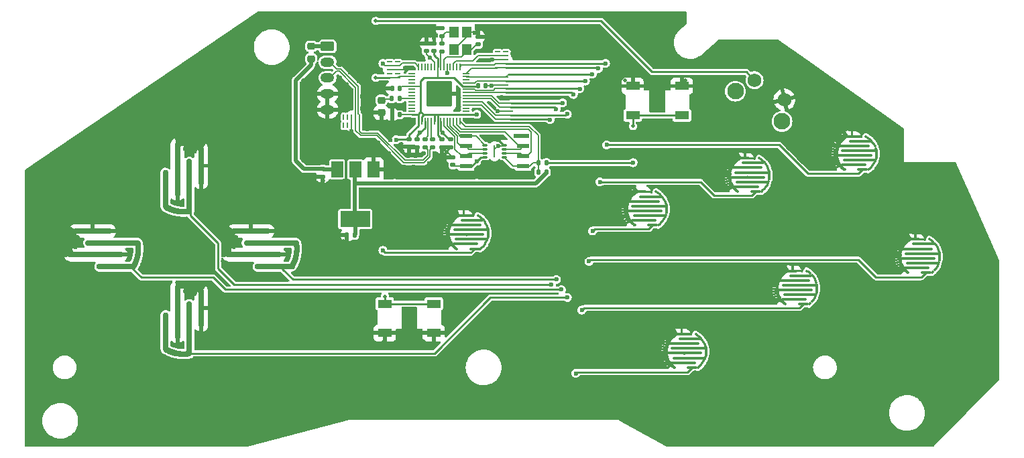
<source format=gtl>
G04 #@! TF.GenerationSoftware,KiCad,Pcbnew,7.0.9*
G04 #@! TF.CreationDate,2023-12-20T17:08:32-07:00*
G04 #@! TF.ProjectId,genesis-6_controller_pcb,67656e65-7369-4732-9d36-5f636f6e7472,4a*
G04 #@! TF.SameCoordinates,Original*
G04 #@! TF.FileFunction,Copper,L1,Top*
G04 #@! TF.FilePolarity,Positive*
%FSLAX46Y46*%
G04 Gerber Fmt 4.6, Leading zero omitted, Abs format (unit mm)*
G04 Created by KiCad (PCBNEW 7.0.9) date 2023-12-20 17:08:32*
%MOMM*%
%LPD*%
G01*
G04 APERTURE LIST*
G04 Aperture macros list*
%AMRoundRect*
0 Rectangle with rounded corners*
0 $1 Rounding radius*
0 $2 $3 $4 $5 $6 $7 $8 $9 X,Y pos of 4 corners*
0 Add a 4 corners polygon primitive as box body*
4,1,4,$2,$3,$4,$5,$6,$7,$8,$9,$2,$3,0*
0 Add four circle primitives for the rounded corners*
1,1,$1+$1,$2,$3*
1,1,$1+$1,$4,$5*
1,1,$1+$1,$6,$7*
1,1,$1+$1,$8,$9*
0 Add four rect primitives between the rounded corners*
20,1,$1+$1,$2,$3,$4,$5,0*
20,1,$1+$1,$4,$5,$6,$7,0*
20,1,$1+$1,$6,$7,$8,$9,0*
20,1,$1+$1,$8,$9,$2,$3,0*%
%AMHorizOval*
0 Thick line with rounded ends*
0 $1 width*
0 $2 $3 position (X,Y) of the first rounded end (center of the circle)*
0 $4 $5 position (X,Y) of the second rounded end (center of the circle)*
0 Add line between two ends*
20,1,$1,$2,$3,$4,$5,0*
0 Add two circle primitives to create the rounded ends*
1,1,$1,$2,$3*
1,1,$1,$4,$5*%
%AMRotRect*
0 Rectangle, with rotation*
0 The origin of the aperture is its center*
0 $1 length*
0 $2 width*
0 $3 Rotation angle, in degrees counterclockwise*
0 Add horizontal line*
21,1,$1,$2,0,0,$3*%
G04 Aperture macros list end*
G04 #@! TA.AperFunction,SMDPad,CuDef*
%ADD10R,1.500000X2.000000*%
G04 #@! TD*
G04 #@! TA.AperFunction,SMDPad,CuDef*
%ADD11R,3.800000X2.000000*%
G04 #@! TD*
G04 #@! TA.AperFunction,SMDPad,CuDef*
%ADD12RoundRect,0.140000X0.140000X0.170000X-0.140000X0.170000X-0.140000X-0.170000X0.140000X-0.170000X0*%
G04 #@! TD*
G04 #@! TA.AperFunction,SMDPad,CuDef*
%ADD13RoundRect,0.140000X0.170000X-0.140000X0.170000X0.140000X-0.170000X0.140000X-0.170000X-0.140000X0*%
G04 #@! TD*
G04 #@! TA.AperFunction,SMDPad,CuDef*
%ADD14O,0.700000X0.200000*%
G04 #@! TD*
G04 #@! TA.AperFunction,SMDPad,CuDef*
%ADD15RotRect,0.300000X0.300000X181.239585*%
G04 #@! TD*
G04 #@! TA.AperFunction,SMDPad,CuDef*
%ADD16RotRect,0.300000X0.300000X174.753270*%
G04 #@! TD*
G04 #@! TA.AperFunction,SMDPad,CuDef*
%ADD17RotRect,0.300000X0.300000X187.725900*%
G04 #@! TD*
G04 #@! TA.AperFunction,SMDPad,CuDef*
%ADD18RotRect,0.300000X0.300000X168.266956*%
G04 #@! TD*
G04 #@! TA.AperFunction,SMDPad,CuDef*
%ADD19RotRect,0.300000X0.300000X194.212214*%
G04 #@! TD*
G04 #@! TA.AperFunction,SMDPad,CuDef*
%ADD20RotRect,0.300000X0.300000X161.780641*%
G04 #@! TD*
G04 #@! TA.AperFunction,SMDPad,CuDef*
%ADD21RotRect,0.300000X0.300000X200.698529*%
G04 #@! TD*
G04 #@! TA.AperFunction,SMDPad,CuDef*
%ADD22RotRect,0.300000X0.300000X155.294326*%
G04 #@! TD*
G04 #@! TA.AperFunction,SMDPad,CuDef*
%ADD23RotRect,0.300000X0.300000X207.184844*%
G04 #@! TD*
G04 #@! TA.AperFunction,SMDPad,CuDef*
%ADD24RotRect,0.300000X0.300000X148.808012*%
G04 #@! TD*
G04 #@! TA.AperFunction,SMDPad,CuDef*
%ADD25RotRect,0.300000X0.300000X213.671158*%
G04 #@! TD*
G04 #@! TA.AperFunction,SMDPad,CuDef*
%ADD26RotRect,0.300000X0.300000X142.321697*%
G04 #@! TD*
G04 #@! TA.AperFunction,SMDPad,CuDef*
%ADD27RotRect,0.300000X0.300000X220.157473*%
G04 #@! TD*
G04 #@! TA.AperFunction,SMDPad,CuDef*
%ADD28RotRect,0.300000X0.300000X135.835382*%
G04 #@! TD*
G04 #@! TA.AperFunction,SMDPad,CuDef*
%ADD29RotRect,0.300000X0.300000X226.643788*%
G04 #@! TD*
G04 #@! TA.AperFunction,SMDPad,CuDef*
%ADD30RotRect,0.300000X0.300000X129.349068*%
G04 #@! TD*
G04 #@! TA.AperFunction,SMDPad,CuDef*
%ADD31RotRect,0.300000X0.300000X233.130102*%
G04 #@! TD*
G04 #@! TA.AperFunction,SMDPad,CuDef*
%ADD32RotRect,0.300000X0.300000X122.862753*%
G04 #@! TD*
G04 #@! TA.AperFunction,SMDPad,CuDef*
%ADD33RotRect,0.300000X0.300000X118.357637*%
G04 #@! TD*
G04 #@! TA.AperFunction,SMDPad,CuDef*
%ADD34O,1.187434X0.300000*%
G04 #@! TD*
G04 #@! TA.AperFunction,SMDPad,CuDef*
%ADD35O,3.377409X0.300000*%
G04 #@! TD*
G04 #@! TA.AperFunction,SMDPad,CuDef*
%ADD36O,3.967623X0.300000*%
G04 #@! TD*
G04 #@! TA.AperFunction,SMDPad,CuDef*
%ADD37O,4.506459X0.300000*%
G04 #@! TD*
G04 #@! TA.AperFunction,SMDPad,CuDef*
%ADD38O,4.434032X0.300000*%
G04 #@! TD*
G04 #@! TA.AperFunction,SMDPad,CuDef*
%ADD39O,4.169127X0.300000*%
G04 #@! TD*
G04 #@! TA.AperFunction,SMDPad,CuDef*
%ADD40O,2.937844X0.300000*%
G04 #@! TD*
G04 #@! TA.AperFunction,SMDPad,CuDef*
%ADD41O,1.500000X0.300000*%
G04 #@! TD*
G04 #@! TA.AperFunction,SMDPad,CuDef*
%ADD42RotRect,0.300000X0.300000X61.642363*%
G04 #@! TD*
G04 #@! TA.AperFunction,SMDPad,CuDef*
%ADD43RotRect,0.300000X0.300000X55.156049*%
G04 #@! TD*
G04 #@! TA.AperFunction,SMDPad,CuDef*
%ADD44RotRect,0.300000X0.300000X306.869898*%
G04 #@! TD*
G04 #@! TA.AperFunction,SMDPad,CuDef*
%ADD45RotRect,0.300000X0.300000X48.669734*%
G04 #@! TD*
G04 #@! TA.AperFunction,SMDPad,CuDef*
%ADD46RotRect,0.300000X0.300000X311.375014*%
G04 #@! TD*
G04 #@! TA.AperFunction,SMDPad,CuDef*
%ADD47RotRect,0.300000X0.300000X42.183419*%
G04 #@! TD*
G04 #@! TA.AperFunction,SMDPad,CuDef*
%ADD48RotRect,0.300000X0.300000X317.861329*%
G04 #@! TD*
G04 #@! TA.AperFunction,SMDPad,CuDef*
%ADD49RotRect,0.300000X0.300000X35.697105*%
G04 #@! TD*
G04 #@! TA.AperFunction,SMDPad,CuDef*
%ADD50RotRect,0.300000X0.300000X324.347644*%
G04 #@! TD*
G04 #@! TA.AperFunction,SMDPad,CuDef*
%ADD51RotRect,0.300000X0.300000X29.210790*%
G04 #@! TD*
G04 #@! TA.AperFunction,SMDPad,CuDef*
%ADD52RotRect,0.300000X0.300000X330.833958*%
G04 #@! TD*
G04 #@! TA.AperFunction,SMDPad,CuDef*
%ADD53RotRect,0.300000X0.300000X22.724475*%
G04 #@! TD*
G04 #@! TA.AperFunction,SMDPad,CuDef*
%ADD54RotRect,0.300000X0.300000X337.320273*%
G04 #@! TD*
G04 #@! TA.AperFunction,SMDPad,CuDef*
%ADD55RotRect,0.300000X0.300000X16.238161*%
G04 #@! TD*
G04 #@! TA.AperFunction,SMDPad,CuDef*
%ADD56RotRect,0.300000X0.300000X343.806587*%
G04 #@! TD*
G04 #@! TA.AperFunction,SMDPad,CuDef*
%ADD57RotRect,0.300000X0.300000X9.751846*%
G04 #@! TD*
G04 #@! TA.AperFunction,SMDPad,CuDef*
%ADD58RotRect,0.300000X0.300000X350.292902*%
G04 #@! TD*
G04 #@! TA.AperFunction,SMDPad,CuDef*
%ADD59RotRect,0.300000X0.300000X3.265531*%
G04 #@! TD*
G04 #@! TA.AperFunction,SMDPad,CuDef*
%ADD60RotRect,0.300000X0.300000X356.779217*%
G04 #@! TD*
G04 #@! TA.AperFunction,SMDPad,CuDef*
%ADD61R,1.800000X1.100000*%
G04 #@! TD*
G04 #@! TA.AperFunction,SMDPad,CuDef*
%ADD62RoundRect,0.135000X0.185000X-0.135000X0.185000X0.135000X-0.185000X0.135000X-0.185000X-0.135000X0*%
G04 #@! TD*
G04 #@! TA.AperFunction,SMDPad,CuDef*
%ADD63RoundRect,0.135000X-0.135000X-0.185000X0.135000X-0.185000X0.135000X0.185000X-0.135000X0.185000X0*%
G04 #@! TD*
G04 #@! TA.AperFunction,SMDPad,CuDef*
%ADD64O,0.750000X0.750000*%
G04 #@! TD*
G04 #@! TA.AperFunction,SMDPad,CuDef*
%ADD65HorizOval,0.750000X0.000000X0.000000X0.000000X0.000000X0*%
G04 #@! TD*
G04 #@! TA.AperFunction,SMDPad,CuDef*
%ADD66HorizOval,0.750000X0.000000X0.000000X0.000000X0.000000X0*%
G04 #@! TD*
G04 #@! TA.AperFunction,SMDPad,CuDef*
%ADD67HorizOval,0.750000X0.000000X0.000000X0.000000X0.000000X0*%
G04 #@! TD*
G04 #@! TA.AperFunction,SMDPad,CuDef*
%ADD68HorizOval,0.750000X0.000000X0.000000X0.000000X0.000000X0*%
G04 #@! TD*
G04 #@! TA.AperFunction,SMDPad,CuDef*
%ADD69HorizOval,0.750000X0.000000X0.000000X0.000000X0.000000X0*%
G04 #@! TD*
G04 #@! TA.AperFunction,SMDPad,CuDef*
%ADD70HorizOval,0.750000X0.000000X0.000000X0.000000X0.000000X0*%
G04 #@! TD*
G04 #@! TA.AperFunction,SMDPad,CuDef*
%ADD71HorizOval,0.750000X0.000000X0.000000X0.000000X0.000000X0*%
G04 #@! TD*
G04 #@! TA.AperFunction,SMDPad,CuDef*
%ADD72HorizOval,0.750000X0.000000X0.000000X0.000000X0.000000X0*%
G04 #@! TD*
G04 #@! TA.AperFunction,SMDPad,CuDef*
%ADD73HorizOval,0.750000X0.000000X0.000000X0.000000X0.000000X0*%
G04 #@! TD*
G04 #@! TA.AperFunction,SMDPad,CuDef*
%ADD74HorizOval,0.750000X0.000000X0.000000X0.000000X0.000000X0*%
G04 #@! TD*
G04 #@! TA.AperFunction,SMDPad,CuDef*
%ADD75HorizOval,0.750000X0.000000X0.000000X0.000000X0.000000X0*%
G04 #@! TD*
G04 #@! TA.AperFunction,SMDPad,CuDef*
%ADD76HorizOval,0.750000X0.000000X0.000000X0.000000X0.000000X0*%
G04 #@! TD*
G04 #@! TA.AperFunction,SMDPad,CuDef*
%ADD77HorizOval,0.750000X0.000000X0.000000X0.000000X0.000000X0*%
G04 #@! TD*
G04 #@! TA.AperFunction,SMDPad,CuDef*
%ADD78HorizOval,0.750000X0.000000X0.000000X0.000000X0.000000X0*%
G04 #@! TD*
G04 #@! TA.AperFunction,SMDPad,CuDef*
%ADD79HorizOval,0.750000X0.000000X0.000000X0.000000X0.000000X0*%
G04 #@! TD*
G04 #@! TA.AperFunction,SMDPad,CuDef*
%ADD80HorizOval,0.750000X0.000000X0.000000X0.000000X0.000000X0*%
G04 #@! TD*
G04 #@! TA.AperFunction,SMDPad,CuDef*
%ADD81HorizOval,0.750000X0.000000X0.000000X0.000000X0.000000X0*%
G04 #@! TD*
G04 #@! TA.AperFunction,SMDPad,CuDef*
%ADD82HorizOval,0.750000X0.000000X0.000000X0.000000X0.000000X0*%
G04 #@! TD*
G04 #@! TA.AperFunction,SMDPad,CuDef*
%ADD83HorizOval,0.750000X0.000000X0.000000X0.000000X0.000000X0*%
G04 #@! TD*
G04 #@! TA.AperFunction,SMDPad,CuDef*
%ADD84HorizOval,0.750000X0.000000X0.000000X0.000000X0.000000X0*%
G04 #@! TD*
G04 #@! TA.AperFunction,SMDPad,CuDef*
%ADD85HorizOval,0.750000X0.000000X0.000000X0.000000X0.000000X0*%
G04 #@! TD*
G04 #@! TA.AperFunction,SMDPad,CuDef*
%ADD86HorizOval,0.750000X0.000000X0.000000X0.000000X0.000000X0*%
G04 #@! TD*
G04 #@! TA.AperFunction,SMDPad,CuDef*
%ADD87O,0.750000X5.000000*%
G04 #@! TD*
G04 #@! TA.AperFunction,SMDPad,CuDef*
%ADD88O,0.750000X7.000000*%
G04 #@! TD*
G04 #@! TA.AperFunction,SMDPad,CuDef*
%ADD89HorizOval,0.750000X0.000000X0.000000X0.000000X0.000000X0*%
G04 #@! TD*
G04 #@! TA.AperFunction,SMDPad,CuDef*
%ADD90HorizOval,0.750000X0.000000X0.000000X0.000000X0.000000X0*%
G04 #@! TD*
G04 #@! TA.AperFunction,SMDPad,CuDef*
%ADD91HorizOval,0.750000X0.000000X0.000000X0.000000X0.000000X0*%
G04 #@! TD*
G04 #@! TA.AperFunction,SMDPad,CuDef*
%ADD92HorizOval,0.750000X0.000000X0.000000X0.000000X0.000000X0*%
G04 #@! TD*
G04 #@! TA.AperFunction,SMDPad,CuDef*
%ADD93HorizOval,0.750000X0.000000X0.000000X0.000000X0.000000X0*%
G04 #@! TD*
G04 #@! TA.AperFunction,SMDPad,CuDef*
%ADD94HorizOval,0.750000X0.000000X0.000000X0.000000X0.000000X0*%
G04 #@! TD*
G04 #@! TA.AperFunction,SMDPad,CuDef*
%ADD95HorizOval,0.750000X0.000000X0.000000X0.000000X0.000000X0*%
G04 #@! TD*
G04 #@! TA.AperFunction,SMDPad,CuDef*
%ADD96HorizOval,0.750000X0.000000X0.000000X0.000000X0.000000X0*%
G04 #@! TD*
G04 #@! TA.AperFunction,SMDPad,CuDef*
%ADD97HorizOval,0.750000X0.000000X0.000000X0.000000X0.000000X0*%
G04 #@! TD*
G04 #@! TA.AperFunction,SMDPad,CuDef*
%ADD98HorizOval,0.750000X0.000000X0.000000X0.000000X0.000000X0*%
G04 #@! TD*
G04 #@! TA.AperFunction,SMDPad,CuDef*
%ADD99HorizOval,0.750000X0.000000X0.000000X0.000000X0.000000X0*%
G04 #@! TD*
G04 #@! TA.AperFunction,SMDPad,CuDef*
%ADD100HorizOval,0.750000X0.000000X0.000000X0.000000X0.000000X0*%
G04 #@! TD*
G04 #@! TA.AperFunction,SMDPad,CuDef*
%ADD101HorizOval,0.750000X0.000000X0.000000X0.000000X0.000000X0*%
G04 #@! TD*
G04 #@! TA.AperFunction,SMDPad,CuDef*
%ADD102HorizOval,0.750000X0.000000X0.000000X0.000000X0.000000X0*%
G04 #@! TD*
G04 #@! TA.AperFunction,SMDPad,CuDef*
%ADD103HorizOval,0.750000X0.000000X0.000000X0.000000X0.000000X0*%
G04 #@! TD*
G04 #@! TA.AperFunction,SMDPad,CuDef*
%ADD104HorizOval,0.750000X0.000000X0.000000X0.000000X0.000000X0*%
G04 #@! TD*
G04 #@! TA.AperFunction,SMDPad,CuDef*
%ADD105HorizOval,0.750000X0.000000X0.000000X0.000000X0.000000X0*%
G04 #@! TD*
G04 #@! TA.AperFunction,SMDPad,CuDef*
%ADD106HorizOval,0.750000X0.000000X0.000000X0.000000X0.000000X0*%
G04 #@! TD*
G04 #@! TA.AperFunction,SMDPad,CuDef*
%ADD107HorizOval,0.750000X0.000000X0.000000X0.000000X0.000000X0*%
G04 #@! TD*
G04 #@! TA.AperFunction,SMDPad,CuDef*
%ADD108HorizOval,0.750000X0.000000X0.000000X0.000000X0.000000X0*%
G04 #@! TD*
G04 #@! TA.AperFunction,SMDPad,CuDef*
%ADD109HorizOval,0.750000X0.000000X0.000000X0.000000X0.000000X0*%
G04 #@! TD*
G04 #@! TA.AperFunction,SMDPad,CuDef*
%ADD110HorizOval,0.750000X0.000000X0.000000X0.000000X0.000000X0*%
G04 #@! TD*
G04 #@! TA.AperFunction,SMDPad,CuDef*
%ADD111RoundRect,0.140000X-0.140000X-0.170000X0.140000X-0.170000X0.140000X0.170000X-0.140000X0.170000X0*%
G04 #@! TD*
G04 #@! TA.AperFunction,SMDPad,CuDef*
%ADD112RoundRect,0.140000X-0.170000X0.140000X-0.170000X-0.140000X0.170000X-0.140000X0.170000X0.140000X0*%
G04 #@! TD*
G04 #@! TA.AperFunction,SMDPad,CuDef*
%ADD113O,0.200000X0.700000*%
G04 #@! TD*
G04 #@! TA.AperFunction,SMDPad,CuDef*
%ADD114RoundRect,0.135000X0.135000X0.185000X-0.135000X0.185000X-0.135000X-0.185000X0.135000X-0.185000X0*%
G04 #@! TD*
G04 #@! TA.AperFunction,SMDPad,CuDef*
%ADD115RoundRect,0.218750X0.256250X-0.218750X0.256250X0.218750X-0.256250X0.218750X-0.256250X-0.218750X0*%
G04 #@! TD*
G04 #@! TA.AperFunction,SMDPad,CuDef*
%ADD116HorizOval,0.750000X0.000000X0.000000X0.000000X0.000000X0*%
G04 #@! TD*
G04 #@! TA.AperFunction,SMDPad,CuDef*
%ADD117HorizOval,0.750000X0.000000X0.000000X0.000000X0.000000X0*%
G04 #@! TD*
G04 #@! TA.AperFunction,SMDPad,CuDef*
%ADD118HorizOval,0.750000X0.000000X0.000000X0.000000X0.000000X0*%
G04 #@! TD*
G04 #@! TA.AperFunction,SMDPad,CuDef*
%ADD119HorizOval,0.750000X0.000000X0.000000X0.000000X0.000000X0*%
G04 #@! TD*
G04 #@! TA.AperFunction,SMDPad,CuDef*
%ADD120HorizOval,0.750000X0.000000X0.000000X0.000000X0.000000X0*%
G04 #@! TD*
G04 #@! TA.AperFunction,SMDPad,CuDef*
%ADD121HorizOval,0.750000X0.000000X0.000000X0.000000X0.000000X0*%
G04 #@! TD*
G04 #@! TA.AperFunction,SMDPad,CuDef*
%ADD122HorizOval,0.750000X0.000000X0.000000X0.000000X0.000000X0*%
G04 #@! TD*
G04 #@! TA.AperFunction,SMDPad,CuDef*
%ADD123HorizOval,0.750000X0.000000X0.000000X0.000000X0.000000X0*%
G04 #@! TD*
G04 #@! TA.AperFunction,SMDPad,CuDef*
%ADD124HorizOval,0.750000X0.000000X0.000000X0.000000X0.000000X0*%
G04 #@! TD*
G04 #@! TA.AperFunction,SMDPad,CuDef*
%ADD125HorizOval,0.750000X0.000000X0.000000X0.000000X0.000000X0*%
G04 #@! TD*
G04 #@! TA.AperFunction,SMDPad,CuDef*
%ADD126HorizOval,0.750000X0.000000X0.000000X0.000000X0.000000X0*%
G04 #@! TD*
G04 #@! TA.AperFunction,SMDPad,CuDef*
%ADD127HorizOval,0.750000X0.000000X0.000000X0.000000X0.000000X0*%
G04 #@! TD*
G04 #@! TA.AperFunction,SMDPad,CuDef*
%ADD128HorizOval,0.750000X0.000000X0.000000X0.000000X0.000000X0*%
G04 #@! TD*
G04 #@! TA.AperFunction,SMDPad,CuDef*
%ADD129HorizOval,0.750000X0.000000X0.000000X0.000000X0.000000X0*%
G04 #@! TD*
G04 #@! TA.AperFunction,SMDPad,CuDef*
%ADD130HorizOval,0.750000X0.000000X0.000000X0.000000X0.000000X0*%
G04 #@! TD*
G04 #@! TA.AperFunction,SMDPad,CuDef*
%ADD131HorizOval,0.750000X0.000000X0.000000X0.000000X0.000000X0*%
G04 #@! TD*
G04 #@! TA.AperFunction,SMDPad,CuDef*
%ADD132HorizOval,0.750000X0.000000X0.000000X0.000000X0.000000X0*%
G04 #@! TD*
G04 #@! TA.AperFunction,SMDPad,CuDef*
%ADD133HorizOval,0.750000X0.000000X0.000000X0.000000X0.000000X0*%
G04 #@! TD*
G04 #@! TA.AperFunction,SMDPad,CuDef*
%ADD134HorizOval,0.750000X0.000000X0.000000X0.000000X0.000000X0*%
G04 #@! TD*
G04 #@! TA.AperFunction,SMDPad,CuDef*
%ADD135HorizOval,0.750000X0.000000X0.000000X0.000000X0.000000X0*%
G04 #@! TD*
G04 #@! TA.AperFunction,SMDPad,CuDef*
%ADD136HorizOval,0.750000X0.000000X0.000000X0.000000X0.000000X0*%
G04 #@! TD*
G04 #@! TA.AperFunction,SMDPad,CuDef*
%ADD137HorizOval,0.750000X0.000000X0.000000X0.000000X0.000000X0*%
G04 #@! TD*
G04 #@! TA.AperFunction,SMDPad,CuDef*
%ADD138O,5.000000X0.750000*%
G04 #@! TD*
G04 #@! TA.AperFunction,SMDPad,CuDef*
%ADD139O,7.000000X0.750000*%
G04 #@! TD*
G04 #@! TA.AperFunction,SMDPad,CuDef*
%ADD140HorizOval,0.750000X0.000000X0.000000X0.000000X0.000000X0*%
G04 #@! TD*
G04 #@! TA.AperFunction,SMDPad,CuDef*
%ADD141HorizOval,0.750000X0.000000X0.000000X0.000000X0.000000X0*%
G04 #@! TD*
G04 #@! TA.AperFunction,SMDPad,CuDef*
%ADD142HorizOval,0.750000X0.000000X0.000000X0.000000X0.000000X0*%
G04 #@! TD*
G04 #@! TA.AperFunction,SMDPad,CuDef*
%ADD143HorizOval,0.750000X0.000000X0.000000X0.000000X0.000000X0*%
G04 #@! TD*
G04 #@! TA.AperFunction,SMDPad,CuDef*
%ADD144HorizOval,0.750000X0.000000X0.000000X0.000000X0.000000X0*%
G04 #@! TD*
G04 #@! TA.AperFunction,SMDPad,CuDef*
%ADD145HorizOval,0.750000X0.000000X0.000000X0.000000X0.000000X0*%
G04 #@! TD*
G04 #@! TA.AperFunction,SMDPad,CuDef*
%ADD146HorizOval,0.750000X0.000000X0.000000X0.000000X0.000000X0*%
G04 #@! TD*
G04 #@! TA.AperFunction,SMDPad,CuDef*
%ADD147HorizOval,0.750000X0.000000X0.000000X0.000000X0.000000X0*%
G04 #@! TD*
G04 #@! TA.AperFunction,SMDPad,CuDef*
%ADD148HorizOval,0.750000X0.000000X0.000000X0.000000X0.000000X0*%
G04 #@! TD*
G04 #@! TA.AperFunction,SMDPad,CuDef*
%ADD149HorizOval,0.750000X0.000000X0.000000X0.000000X0.000000X0*%
G04 #@! TD*
G04 #@! TA.AperFunction,SMDPad,CuDef*
%ADD150HorizOval,0.750000X0.000000X0.000000X0.000000X0.000000X0*%
G04 #@! TD*
G04 #@! TA.AperFunction,SMDPad,CuDef*
%ADD151HorizOval,0.750000X0.000000X0.000000X0.000000X0.000000X0*%
G04 #@! TD*
G04 #@! TA.AperFunction,SMDPad,CuDef*
%ADD152HorizOval,0.750000X0.000000X0.000000X0.000000X0.000000X0*%
G04 #@! TD*
G04 #@! TA.AperFunction,SMDPad,CuDef*
%ADD153HorizOval,0.750000X0.000000X0.000000X0.000000X0.000000X0*%
G04 #@! TD*
G04 #@! TA.AperFunction,SMDPad,CuDef*
%ADD154HorizOval,0.750000X0.000000X0.000000X0.000000X0.000000X0*%
G04 #@! TD*
G04 #@! TA.AperFunction,SMDPad,CuDef*
%ADD155HorizOval,0.750000X0.000000X0.000000X0.000000X0.000000X0*%
G04 #@! TD*
G04 #@! TA.AperFunction,SMDPad,CuDef*
%ADD156HorizOval,0.750000X0.000000X0.000000X0.000000X0.000000X0*%
G04 #@! TD*
G04 #@! TA.AperFunction,SMDPad,CuDef*
%ADD157HorizOval,0.750000X0.000000X0.000000X0.000000X0.000000X0*%
G04 #@! TD*
G04 #@! TA.AperFunction,SMDPad,CuDef*
%ADD158HorizOval,0.750000X0.000000X0.000000X0.000000X0.000000X0*%
G04 #@! TD*
G04 #@! TA.AperFunction,SMDPad,CuDef*
%ADD159HorizOval,0.750000X0.000000X0.000000X0.000000X0.000000X0*%
G04 #@! TD*
G04 #@! TA.AperFunction,SMDPad,CuDef*
%ADD160HorizOval,0.750000X0.000000X0.000000X0.000000X0.000000X0*%
G04 #@! TD*
G04 #@! TA.AperFunction,SMDPad,CuDef*
%ADD161HorizOval,0.750000X0.000000X0.000000X0.000000X0.000000X0*%
G04 #@! TD*
G04 #@! TA.AperFunction,SMDPad,CuDef*
%ADD162R,1.610000X0.580000*%
G04 #@! TD*
G04 #@! TA.AperFunction,SMDPad,CuDef*
%ADD163RoundRect,0.075000X0.225000X0.075000X-0.225000X0.075000X-0.225000X-0.075000X0.225000X-0.075000X0*%
G04 #@! TD*
G04 #@! TA.AperFunction,SMDPad,CuDef*
%ADD164RoundRect,0.050000X0.050000X0.700000X-0.050000X0.700000X-0.050000X-0.700000X0.050000X-0.700000X0*%
G04 #@! TD*
G04 #@! TA.AperFunction,SMDPad,CuDef*
%ADD165R,1.150000X1.400000*%
G04 #@! TD*
G04 #@! TA.AperFunction,SMDPad,CuDef*
%ADD166RoundRect,0.050000X0.387500X0.050000X-0.387500X0.050000X-0.387500X-0.050000X0.387500X-0.050000X0*%
G04 #@! TD*
G04 #@! TA.AperFunction,SMDPad,CuDef*
%ADD167RoundRect,0.050000X0.050000X0.387500X-0.050000X0.387500X-0.050000X-0.387500X0.050000X-0.387500X0*%
G04 #@! TD*
G04 #@! TA.AperFunction,ComponentPad*
%ADD168C,0.600000*%
G04 #@! TD*
G04 #@! TA.AperFunction,SMDPad,CuDef*
%ADD169RoundRect,0.144000X1.456000X1.456000X-1.456000X1.456000X-1.456000X-1.456000X1.456000X-1.456000X0*%
G04 #@! TD*
G04 #@! TA.AperFunction,ComponentPad*
%ADD170C,2.100000*%
G04 #@! TD*
G04 #@! TA.AperFunction,ComponentPad*
%ADD171C,1.750000*%
G04 #@! TD*
G04 #@! TA.AperFunction,ComponentPad*
%ADD172RoundRect,0.250000X-0.625000X0.350000X-0.625000X-0.350000X0.625000X-0.350000X0.625000X0.350000X0*%
G04 #@! TD*
G04 #@! TA.AperFunction,ComponentPad*
%ADD173O,1.750000X1.200000*%
G04 #@! TD*
G04 #@! TA.AperFunction,ViaPad*
%ADD174C,0.508000*%
G04 #@! TD*
G04 #@! TA.AperFunction,ViaPad*
%ADD175C,0.600000*%
G04 #@! TD*
G04 #@! TA.AperFunction,Conductor*
%ADD176C,0.152400*%
G04 #@! TD*
G04 #@! TA.AperFunction,Conductor*
%ADD177C,0.250000*%
G04 #@! TD*
G04 #@! TA.AperFunction,Conductor*
%ADD178C,0.500000*%
G04 #@! TD*
G04 APERTURE END LIST*
D10*
X144000000Y-119950000D03*
X141700000Y-119950000D03*
D11*
X141700000Y-126250000D03*
D10*
X139400000Y-119950000D03*
D12*
X147295396Y-109689604D03*
X146335396Y-109689604D03*
D13*
X154030000Y-119400000D03*
X154030000Y-118440000D03*
D14*
X147065396Y-108339604D03*
X147065396Y-107839604D03*
X147065396Y-107339604D03*
X147065396Y-106839604D03*
X147065396Y-106339604D03*
X146015396Y-106339604D03*
X146015396Y-106839604D03*
X146015396Y-107339604D03*
X146015396Y-107839604D03*
X146015396Y-108339604D03*
X161309891Y-113602551D03*
X161309891Y-113102551D03*
X161309891Y-112602551D03*
X161309891Y-112102551D03*
X161309891Y-111602551D03*
X160259891Y-111602551D03*
X160259891Y-112102551D03*
X160259891Y-112602551D03*
X160259891Y-113102551D03*
X160259891Y-113602551D03*
D15*
X153500586Y-128054082D03*
D16*
X153510475Y-127771389D03*
D17*
X153522694Y-128336085D03*
D18*
X153552236Y-127491620D03*
D19*
X153576518Y-128613785D03*
D20*
X153625334Y-127218361D03*
D21*
X153661368Y-128883627D03*
D22*
X153728834Y-126955108D03*
D23*
X153776157Y-129142156D03*
D24*
X153861409Y-126705232D03*
D25*
X153919417Y-129386063D03*
D26*
X154021363Y-126471932D03*
D27*
X154089313Y-129612226D03*
D28*
X154206648Y-126258195D03*
D29*
X154283670Y-129817748D03*
D30*
X154414892Y-126066757D03*
D31*
X154500001Y-130000000D03*
D32*
X154643429Y-125900069D03*
D33*
X154812566Y-125800001D03*
D34*
X155406283Y-125800000D03*
D35*
X155617474Y-129400000D03*
D36*
X155692524Y-127000000D03*
D37*
X155761243Y-128200000D03*
D38*
X156250776Y-127600000D03*
D39*
X156283980Y-128800000D03*
D40*
X156452015Y-126400000D03*
D41*
X156750000Y-130000000D03*
D42*
X157187434Y-125800000D03*
D43*
X157428358Y-125948223D03*
D44*
X157499999Y-130000000D03*
D45*
X157650996Y-126122712D03*
D46*
X157652461Y-129875998D03*
D47*
X157852497Y-126321235D03*
D48*
X157853807Y-129677318D03*
D49*
X158030282Y-126541250D03*
D50*
X158031421Y-129457164D03*
D51*
X158182075Y-126779940D03*
D52*
X158183027Y-129218355D03*
D53*
X158305932Y-127034250D03*
D54*
X158306686Y-128963948D03*
D55*
X158400269Y-127300924D03*
D56*
X158400814Y-128697201D03*
D57*
X158463876Y-127576547D03*
D58*
X158464206Y-128421528D03*
D59*
X158495940Y-127857592D03*
D60*
X158496051Y-128140459D03*
D15*
X176000586Y-125054082D03*
D16*
X176010475Y-124771389D03*
D17*
X176022694Y-125336085D03*
D18*
X176052236Y-124491620D03*
D19*
X176076518Y-125613785D03*
D20*
X176125334Y-124218361D03*
D21*
X176161368Y-125883627D03*
D22*
X176228834Y-123955108D03*
D23*
X176276157Y-126142156D03*
D24*
X176361409Y-123705232D03*
D25*
X176419417Y-126386063D03*
D26*
X176521363Y-123471932D03*
D27*
X176589313Y-126612226D03*
D28*
X176706648Y-123258195D03*
D29*
X176783670Y-126817748D03*
D30*
X176914892Y-123066757D03*
D31*
X177000001Y-127000000D03*
D32*
X177143429Y-122900069D03*
D33*
X177312566Y-122800001D03*
D34*
X177906283Y-122800000D03*
D35*
X178117474Y-126400000D03*
D36*
X178192524Y-124000000D03*
D37*
X178261243Y-125200000D03*
D38*
X178750776Y-124600000D03*
D39*
X178783980Y-125800000D03*
D40*
X178952015Y-123400000D03*
D41*
X179250000Y-127000000D03*
D42*
X179687434Y-122800000D03*
D43*
X179928358Y-122948223D03*
D44*
X179999999Y-127000000D03*
D45*
X180150996Y-123122712D03*
D46*
X180152461Y-126875998D03*
D47*
X180352497Y-123321235D03*
D48*
X180353807Y-126677318D03*
D49*
X180530282Y-123541250D03*
D50*
X180531421Y-126457164D03*
D51*
X180682075Y-123779940D03*
D52*
X180683027Y-126218355D03*
D53*
X180805932Y-124034250D03*
D54*
X180806686Y-125963948D03*
D55*
X180900269Y-124300924D03*
D56*
X180900814Y-125697201D03*
D57*
X180963876Y-124576547D03*
D58*
X180964206Y-125421528D03*
D59*
X180995940Y-124857592D03*
D60*
X180996051Y-125140459D03*
D15*
X210500586Y-131054082D03*
D16*
X210510475Y-130771389D03*
D17*
X210522694Y-131336085D03*
D18*
X210552236Y-130491620D03*
D19*
X210576518Y-131613785D03*
D20*
X210625334Y-130218361D03*
D21*
X210661368Y-131883627D03*
D22*
X210728834Y-129955108D03*
D23*
X210776157Y-132142156D03*
D24*
X210861409Y-129705232D03*
D25*
X210919417Y-132386063D03*
D26*
X211021363Y-129471932D03*
D27*
X211089313Y-132612226D03*
D28*
X211206648Y-129258195D03*
D29*
X211283670Y-132817748D03*
D30*
X211414892Y-129066757D03*
D31*
X211500001Y-133000000D03*
D32*
X211643429Y-128900069D03*
D33*
X211812566Y-128800001D03*
D34*
X212406283Y-128800000D03*
D35*
X212617474Y-132400000D03*
D36*
X212692524Y-130000000D03*
D37*
X212761243Y-131200000D03*
D38*
X213250776Y-130600000D03*
D39*
X213283980Y-131800000D03*
D40*
X213452015Y-129400000D03*
D41*
X213750000Y-133000000D03*
D42*
X214187434Y-128800000D03*
D43*
X214428358Y-128948223D03*
D44*
X214499999Y-133000000D03*
D45*
X214650996Y-129122712D03*
D46*
X214652461Y-132875998D03*
D47*
X214852497Y-129321235D03*
D48*
X214853807Y-132677318D03*
D49*
X215030282Y-129541250D03*
D50*
X215031421Y-132457164D03*
D51*
X215182075Y-129779940D03*
D52*
X215183027Y-132218355D03*
D53*
X215305932Y-130034250D03*
D54*
X215306686Y-131963948D03*
D55*
X215400269Y-130300924D03*
D56*
X215400814Y-131697201D03*
D57*
X215463876Y-130576547D03*
D58*
X215464206Y-131421528D03*
D59*
X215495940Y-130857592D03*
D60*
X215496051Y-131140459D03*
D61*
X176740000Y-109420000D03*
X182940000Y-109420000D03*
X176740000Y-113120000D03*
X182940000Y-113120000D03*
D62*
X152675396Y-105029604D03*
X152675396Y-104009604D03*
D15*
X202500586Y-118054082D03*
D16*
X202510475Y-117771389D03*
D17*
X202522694Y-118336085D03*
D18*
X202552236Y-117491620D03*
D19*
X202576518Y-118613785D03*
D20*
X202625334Y-117218361D03*
D21*
X202661368Y-118883627D03*
D22*
X202728834Y-116955108D03*
D23*
X202776157Y-119142156D03*
D24*
X202861409Y-116705232D03*
D25*
X202919417Y-119386063D03*
D26*
X203021363Y-116471932D03*
D27*
X203089313Y-119612226D03*
D28*
X203206648Y-116258195D03*
D29*
X203283670Y-119817748D03*
D30*
X203414892Y-116066757D03*
D31*
X203500001Y-120000000D03*
D32*
X203643429Y-115900069D03*
D33*
X203812566Y-115800001D03*
D34*
X204406283Y-115800000D03*
D35*
X204617474Y-119400000D03*
D36*
X204692524Y-117000000D03*
D37*
X204761243Y-118200000D03*
D38*
X205250776Y-117600000D03*
D39*
X205283980Y-118800000D03*
D40*
X205452015Y-116400000D03*
D41*
X205750000Y-120000000D03*
D42*
X206187434Y-115800000D03*
D43*
X206428358Y-115948223D03*
D44*
X206499999Y-120000000D03*
D45*
X206650996Y-116122712D03*
D46*
X206652461Y-119875998D03*
D47*
X206852497Y-116321235D03*
D48*
X206853807Y-119677318D03*
D49*
X207030282Y-116541250D03*
D50*
X207031421Y-119457164D03*
D51*
X207182075Y-116779940D03*
D52*
X207183027Y-119218355D03*
D53*
X207305932Y-117034250D03*
D54*
X207306686Y-118963948D03*
D55*
X207400269Y-117300924D03*
D56*
X207400814Y-118697201D03*
D57*
X207463876Y-117576547D03*
D58*
X207464206Y-118421528D03*
D59*
X207495940Y-117857592D03*
D60*
X207496051Y-118140459D03*
D63*
X146315396Y-111029604D03*
X147335396Y-111029604D03*
D62*
X150495396Y-117169099D03*
X150495396Y-116149099D03*
D12*
X147305396Y-113039604D03*
X146345396Y-113039604D03*
D61*
X145420000Y-136960000D03*
X151620000Y-136960000D03*
X145420000Y-140660000D03*
X151620000Y-140660000D03*
D64*
X120000000Y-125320000D03*
D65*
X119864306Y-125317868D03*
D66*
X120135694Y-125317868D03*
D67*
X119728745Y-125311475D03*
D68*
X120271255Y-125311475D03*
D69*
X119593452Y-125300828D03*
D70*
X120406548Y-125300828D03*
D71*
X119458560Y-125285936D03*
D72*
X120541440Y-125285936D03*
D73*
X119324203Y-125266814D03*
D74*
X120675797Y-125266814D03*
D75*
X119190513Y-125243481D03*
D76*
X119057621Y-125215960D03*
D77*
X118925660Y-125184279D03*
D78*
X118794758Y-125148469D03*
D79*
X118665047Y-125108564D03*
D80*
X118536652Y-125064605D03*
D81*
X118409702Y-125016634D03*
D82*
X118284321Y-124964700D03*
D83*
X118160633Y-124908853D03*
D84*
X118038761Y-124849148D03*
D85*
X117918824Y-124785645D03*
D86*
X117800941Y-124718406D03*
D87*
X117750000Y-122500000D03*
D88*
X120750000Y-122100000D03*
X119250000Y-119960000D03*
D87*
X122250000Y-119500000D03*
D89*
X122199059Y-117281594D03*
D90*
X122081176Y-117214355D03*
D91*
X121961239Y-117150852D03*
D92*
X121839367Y-117091147D03*
D93*
X121715679Y-117035300D03*
D94*
X121590298Y-116983366D03*
D95*
X121463348Y-116935395D03*
D96*
X121334953Y-116891436D03*
D97*
X121205242Y-116851531D03*
D98*
X121074340Y-116815721D03*
D99*
X120942379Y-116784040D03*
D100*
X120809487Y-116756519D03*
D101*
X119324203Y-116733186D03*
D102*
X120675797Y-116733186D03*
D103*
X119458560Y-116714064D03*
D104*
X120541440Y-116714064D03*
D105*
X119593452Y-116699172D03*
D106*
X120406548Y-116699172D03*
D107*
X119728745Y-116688525D03*
D108*
X120271255Y-116688525D03*
D109*
X119864306Y-116682132D03*
D110*
X120135694Y-116682132D03*
D64*
X120000000Y-116680000D03*
D111*
X157205396Y-109419604D03*
X158165396Y-109419604D03*
D12*
X141605000Y-128270000D03*
X140645000Y-128270000D03*
D112*
X152605396Y-116169604D03*
X152605396Y-117129604D03*
D113*
X142225000Y-113350000D03*
X141725000Y-113350000D03*
X141225000Y-113350000D03*
X140725000Y-113350000D03*
X140225000Y-113350000D03*
X140225000Y-114400000D03*
X140725000Y-114400000D03*
X141225000Y-114400000D03*
X141725000Y-114400000D03*
X142225000Y-114400000D03*
D114*
X165840000Y-120290000D03*
X164820000Y-120290000D03*
D15*
X195000586Y-135054082D03*
D16*
X195010475Y-134771389D03*
D17*
X195022694Y-135336085D03*
D18*
X195052236Y-134491620D03*
D19*
X195076518Y-135613785D03*
D20*
X195125334Y-134218361D03*
D21*
X195161368Y-135883627D03*
D22*
X195228834Y-133955108D03*
D23*
X195276157Y-136142156D03*
D24*
X195361409Y-133705232D03*
D25*
X195419417Y-136386063D03*
D26*
X195521363Y-133471932D03*
D27*
X195589313Y-136612226D03*
D28*
X195706648Y-133258195D03*
D29*
X195783670Y-136817748D03*
D30*
X195914892Y-133066757D03*
D31*
X196000001Y-137000000D03*
D32*
X196143429Y-132900069D03*
D33*
X196312566Y-132800001D03*
D34*
X196906283Y-132800000D03*
D35*
X197117474Y-136400000D03*
D36*
X197192524Y-134000000D03*
D37*
X197261243Y-135200000D03*
D38*
X197750776Y-134600000D03*
D39*
X197783980Y-135800000D03*
D40*
X197952015Y-133400000D03*
D41*
X198250000Y-137000000D03*
D42*
X198687434Y-132800000D03*
D43*
X198928358Y-132948223D03*
D44*
X198999999Y-137000000D03*
D45*
X199150996Y-133122712D03*
D46*
X199152461Y-136875998D03*
D47*
X199352497Y-133321235D03*
D48*
X199353807Y-136677318D03*
D49*
X199530282Y-133541250D03*
D50*
X199531421Y-136457164D03*
D51*
X199682075Y-133779940D03*
D52*
X199683027Y-136218355D03*
D53*
X199805932Y-134034250D03*
D54*
X199806686Y-135963948D03*
D55*
X199900269Y-134300924D03*
D56*
X199900814Y-135697201D03*
D57*
X199963876Y-134576547D03*
D58*
X199964206Y-135421528D03*
D59*
X199995940Y-134857592D03*
D60*
X199996051Y-135140459D03*
D14*
X160710396Y-110259604D03*
X160710396Y-109759604D03*
X160710396Y-109259604D03*
X160710396Y-108759604D03*
X160710396Y-108259604D03*
X159660396Y-108259604D03*
X159660396Y-108759604D03*
X159660396Y-109259604D03*
X159660396Y-109759604D03*
X159660396Y-110259604D03*
D62*
X151495396Y-117169099D03*
X151495396Y-116149099D03*
D112*
X148525396Y-116149604D03*
X148525396Y-117109604D03*
D115*
X144987179Y-112784604D03*
X144987179Y-111209604D03*
D64*
X120000000Y-143320000D03*
D65*
X119864306Y-143317868D03*
D66*
X120135694Y-143317868D03*
D67*
X119728745Y-143311475D03*
D68*
X120271255Y-143311475D03*
D69*
X119593452Y-143300828D03*
D70*
X120406548Y-143300828D03*
D71*
X119458560Y-143285936D03*
D72*
X120541440Y-143285936D03*
D73*
X119324203Y-143266814D03*
D74*
X120675797Y-143266814D03*
D75*
X119190513Y-143243481D03*
D76*
X119057621Y-143215960D03*
D77*
X118925660Y-143184279D03*
D78*
X118794758Y-143148469D03*
D79*
X118665047Y-143108564D03*
D80*
X118536652Y-143064605D03*
D81*
X118409702Y-143016634D03*
D82*
X118284321Y-142964700D03*
D83*
X118160633Y-142908853D03*
D84*
X118038761Y-142849148D03*
D85*
X117918824Y-142785645D03*
D86*
X117800941Y-142718406D03*
D87*
X117750000Y-140500000D03*
D88*
X120750000Y-140100000D03*
X119250000Y-137960000D03*
D87*
X122250000Y-137500000D03*
D89*
X122199059Y-135281594D03*
D90*
X122081176Y-135214355D03*
D91*
X121961239Y-135150852D03*
D92*
X121839367Y-135091147D03*
D93*
X121715679Y-135035300D03*
D94*
X121590298Y-134983366D03*
D95*
X121463348Y-134935395D03*
D96*
X121334953Y-134891436D03*
D97*
X121205242Y-134851531D03*
D98*
X121074340Y-134815721D03*
D99*
X120942379Y-134784040D03*
D100*
X120809487Y-134756519D03*
D101*
X119324203Y-134733186D03*
D102*
X120675797Y-134733186D03*
D103*
X119458560Y-134714064D03*
D104*
X120541440Y-134714064D03*
D105*
X119593452Y-134699172D03*
D106*
X120406548Y-134699172D03*
D107*
X119728745Y-134688525D03*
D108*
X120271255Y-134688525D03*
D109*
X119864306Y-134682132D03*
D110*
X120135694Y-134682132D03*
D64*
X120000000Y-134680000D03*
D115*
X136129891Y-105960051D03*
X136129891Y-104385051D03*
D64*
X114320000Y-130000000D03*
D116*
X114317868Y-130135694D03*
D117*
X114317868Y-129864306D03*
D118*
X114311475Y-130271255D03*
D119*
X114311475Y-129728745D03*
D120*
X114300828Y-130406548D03*
D121*
X114300828Y-129593452D03*
D122*
X114285936Y-130541440D03*
D123*
X114285936Y-129458560D03*
D124*
X114266814Y-130675797D03*
D125*
X114266814Y-129324203D03*
D126*
X114243481Y-130809487D03*
D127*
X114215960Y-130942379D03*
D128*
X114184279Y-131074340D03*
D129*
X114148469Y-131205242D03*
D130*
X114108564Y-131334953D03*
D131*
X114064605Y-131463348D03*
D132*
X114016634Y-131590298D03*
D133*
X113964700Y-131715679D03*
D134*
X113908853Y-131839367D03*
D135*
X113849148Y-131961239D03*
D136*
X113785645Y-132081176D03*
D137*
X113718406Y-132199059D03*
D138*
X111500000Y-132250000D03*
D139*
X111100000Y-129250000D03*
X108960000Y-130750000D03*
D138*
X108500000Y-127750000D03*
D140*
X106281594Y-127800941D03*
D141*
X106214355Y-127918824D03*
D142*
X106150852Y-128038761D03*
D143*
X106091147Y-128160633D03*
D144*
X106035300Y-128284321D03*
D145*
X105983366Y-128409702D03*
D146*
X105935395Y-128536652D03*
D147*
X105891436Y-128665047D03*
D148*
X105851531Y-128794758D03*
D149*
X105815721Y-128925660D03*
D150*
X105784040Y-129057621D03*
D151*
X105756519Y-129190513D03*
D152*
X105733186Y-130675797D03*
D153*
X105733186Y-129324203D03*
D154*
X105714064Y-130541440D03*
D155*
X105714064Y-129458560D03*
D156*
X105699172Y-130406548D03*
D157*
X105699172Y-129593452D03*
D158*
X105688525Y-130271255D03*
D159*
X105688525Y-129728745D03*
D160*
X105682132Y-130135694D03*
D161*
X105682132Y-129864306D03*
D64*
X105680000Y-130000000D03*
D112*
X152675396Y-102120000D03*
X152675396Y-103080000D03*
D15*
X181000586Y-143054082D03*
D16*
X181010475Y-142771389D03*
D17*
X181022694Y-143336085D03*
D18*
X181052236Y-142491620D03*
D19*
X181076518Y-143613785D03*
D20*
X181125334Y-142218361D03*
D21*
X181161368Y-143883627D03*
D22*
X181228834Y-141955108D03*
D23*
X181276157Y-144142156D03*
D24*
X181361409Y-141705232D03*
D25*
X181419417Y-144386063D03*
D26*
X181521363Y-141471932D03*
D27*
X181589313Y-144612226D03*
D28*
X181706648Y-141258195D03*
D29*
X181783670Y-144817748D03*
D30*
X181914892Y-141066757D03*
D31*
X182000001Y-145000000D03*
D32*
X182143429Y-140900069D03*
D33*
X182312566Y-140800001D03*
D34*
X182906283Y-140800000D03*
D35*
X183117474Y-144400000D03*
D36*
X183192524Y-142000000D03*
D37*
X183261243Y-143200000D03*
D38*
X183750776Y-142600000D03*
D39*
X183783980Y-143800000D03*
D40*
X183952015Y-141400000D03*
D41*
X184250000Y-145000000D03*
D42*
X184687434Y-140800000D03*
D43*
X184928358Y-140948223D03*
D44*
X184999999Y-145000000D03*
D45*
X185150996Y-141122712D03*
D46*
X185152461Y-144875998D03*
D47*
X185352497Y-141321235D03*
D48*
X185353807Y-144677318D03*
D49*
X185530282Y-141541250D03*
D50*
X185531421Y-144457164D03*
D51*
X185682075Y-141779940D03*
D52*
X185683027Y-144218355D03*
D53*
X185805932Y-142034250D03*
D54*
X185806686Y-143963948D03*
D55*
X185900269Y-142300924D03*
D56*
X185900814Y-143697201D03*
D57*
X185963876Y-142576547D03*
D58*
X185964206Y-143421528D03*
D59*
X185995940Y-142857592D03*
D60*
X185996051Y-143140459D03*
D162*
X162890000Y-119565000D03*
D163*
X160485000Y-118410000D03*
D162*
X162890000Y-118295000D03*
D163*
X160485000Y-117910000D03*
D162*
X162890000Y-117025000D03*
D163*
X160485000Y-117410000D03*
D162*
X162890000Y-115755000D03*
D163*
X160485000Y-116910000D03*
D164*
X159285000Y-117660000D03*
D163*
X158085000Y-116910000D03*
D162*
X155680000Y-115755000D03*
D163*
X158085000Y-117410000D03*
D162*
X155680000Y-117025000D03*
D163*
X158085000Y-117910000D03*
D162*
X155680000Y-118295000D03*
D163*
X158085000Y-118410000D03*
D162*
X155680000Y-119565000D03*
D165*
X154150000Y-102575000D03*
X154150000Y-104775000D03*
X155750000Y-104775000D03*
X155750000Y-102575000D03*
D13*
X151665396Y-104999604D03*
X151665396Y-104039604D03*
D112*
X157250000Y-103195000D03*
X157250000Y-104155000D03*
D64*
X134320000Y-130000000D03*
D116*
X134317868Y-130135694D03*
D117*
X134317868Y-129864306D03*
D118*
X134311475Y-130271255D03*
D119*
X134311475Y-129728745D03*
D120*
X134300828Y-130406548D03*
D121*
X134300828Y-129593452D03*
D122*
X134285936Y-130541440D03*
D123*
X134285936Y-129458560D03*
D124*
X134266814Y-130675797D03*
D125*
X134266814Y-129324203D03*
D126*
X134243481Y-130809487D03*
D127*
X134215960Y-130942379D03*
D128*
X134184279Y-131074340D03*
D129*
X134148469Y-131205242D03*
D130*
X134108564Y-131334953D03*
D131*
X134064605Y-131463348D03*
D132*
X134016634Y-131590298D03*
D133*
X133964700Y-131715679D03*
D134*
X133908853Y-131839367D03*
D135*
X133849148Y-131961239D03*
D136*
X133785645Y-132081176D03*
D137*
X133718406Y-132199059D03*
D138*
X131500000Y-132250000D03*
D139*
X131100000Y-129250000D03*
X128960000Y-130750000D03*
D138*
X128500000Y-127750000D03*
D140*
X126281594Y-127800941D03*
D141*
X126214355Y-127918824D03*
D142*
X126150852Y-128038761D03*
D143*
X126091147Y-128160633D03*
D144*
X126035300Y-128284321D03*
D145*
X125983366Y-128409702D03*
D146*
X125935395Y-128536652D03*
D147*
X125891436Y-128665047D03*
D148*
X125851531Y-128794758D03*
D149*
X125815721Y-128925660D03*
D150*
X125784040Y-129057621D03*
D151*
X125756519Y-129190513D03*
D152*
X125733186Y-130675797D03*
D153*
X125733186Y-129324203D03*
D154*
X125714064Y-130541440D03*
D155*
X125714064Y-129458560D03*
D156*
X125699172Y-130406548D03*
D157*
X125699172Y-129593452D03*
D158*
X125688525Y-130271255D03*
D159*
X125688525Y-129728745D03*
D160*
X125682132Y-130135694D03*
D161*
X125682132Y-129864306D03*
D64*
X125680000Y-130000000D03*
D166*
X155727896Y-113024099D03*
X155727896Y-112624099D03*
X155727896Y-112224099D03*
X155727896Y-111824099D03*
X155727896Y-111424099D03*
X155727896Y-111024099D03*
X155727896Y-110624099D03*
X155727896Y-110224099D03*
X155727896Y-109824099D03*
X155727896Y-109424099D03*
X155727896Y-109024099D03*
X155727896Y-108624099D03*
X155727896Y-108224099D03*
X155727896Y-107824099D03*
D167*
X154890396Y-106986599D03*
X154490396Y-106986599D03*
X154090396Y-106986599D03*
X153690396Y-106986599D03*
X153290396Y-106986599D03*
X152890396Y-106986599D03*
X152490396Y-106986599D03*
X152090396Y-106986599D03*
X151690396Y-106986599D03*
X151290396Y-106986599D03*
X150890396Y-106986599D03*
X150490396Y-106986599D03*
X150090396Y-106986599D03*
X149690396Y-106986599D03*
D166*
X148852896Y-107824099D03*
X148852896Y-108224099D03*
X148852896Y-108624099D03*
X148852896Y-109024099D03*
X148852896Y-109424099D03*
X148852896Y-109824099D03*
X148852896Y-110224099D03*
X148852896Y-110624099D03*
X148852896Y-111024099D03*
X148852896Y-111424099D03*
X148852896Y-111824099D03*
X148852896Y-112224099D03*
X148852896Y-112624099D03*
X148852896Y-113024099D03*
D167*
X149690396Y-113861599D03*
X150090396Y-113861599D03*
X150490396Y-113861599D03*
X150890396Y-113861599D03*
X151290396Y-113861599D03*
X151690396Y-113861599D03*
X152090396Y-113861599D03*
X152490396Y-113861599D03*
X152890396Y-113861599D03*
X153290396Y-113861599D03*
X153690396Y-113861599D03*
X154090396Y-113861599D03*
X154490396Y-113861599D03*
X154890396Y-113861599D03*
D168*
X153565396Y-111699099D03*
X153565396Y-110424099D03*
X153565396Y-109149099D03*
X152290396Y-111699099D03*
X152290396Y-110424099D03*
D169*
X152290396Y-110424099D03*
D168*
X152290396Y-109149099D03*
X151015396Y-111699099D03*
X151015396Y-110424099D03*
X151015396Y-109149099D03*
D112*
X149505396Y-116179604D03*
X149505396Y-117139604D03*
X137600000Y-119920000D03*
X137600000Y-120880000D03*
D14*
X160710396Y-107059604D03*
X160710396Y-106559604D03*
X160710396Y-106059604D03*
X160710396Y-105559604D03*
X160710396Y-105059604D03*
X159660396Y-105059604D03*
X159660396Y-105559604D03*
X159660396Y-106059604D03*
X159660396Y-106559604D03*
X159660396Y-107059604D03*
D63*
X164790000Y-119140000D03*
X165810000Y-119140000D03*
D112*
X153715396Y-116179604D03*
X153715396Y-117139604D03*
D15*
X189000586Y-120804082D03*
D16*
X189010475Y-120521389D03*
D17*
X189022694Y-121086085D03*
D18*
X189052236Y-120241620D03*
D19*
X189076518Y-121363785D03*
D20*
X189125334Y-119968361D03*
D21*
X189161368Y-121633627D03*
D22*
X189228834Y-119705108D03*
D23*
X189276157Y-121892156D03*
D24*
X189361409Y-119455232D03*
D25*
X189419417Y-122136063D03*
D26*
X189521363Y-119221932D03*
D27*
X189589313Y-122362226D03*
D28*
X189706648Y-119008195D03*
D29*
X189783670Y-122567748D03*
D30*
X189914892Y-118816757D03*
D31*
X190000001Y-122750000D03*
D32*
X190143429Y-118650069D03*
D33*
X190312566Y-118550001D03*
D34*
X190906283Y-118550000D03*
D35*
X191117474Y-122150000D03*
D36*
X191192524Y-119750000D03*
D37*
X191261243Y-120950000D03*
D38*
X191750776Y-120350000D03*
D39*
X191783980Y-121550000D03*
D40*
X191952015Y-119150000D03*
D41*
X192250000Y-122750000D03*
D42*
X192687434Y-118550000D03*
D43*
X192928358Y-118698223D03*
D44*
X192999999Y-122750000D03*
D45*
X193150996Y-118872712D03*
D46*
X193152461Y-122625998D03*
D47*
X193352497Y-119071235D03*
D48*
X193353807Y-122427318D03*
D49*
X193530282Y-119291250D03*
D50*
X193531421Y-122207164D03*
D51*
X193682075Y-119529940D03*
D52*
X193683027Y-121968355D03*
D53*
X193805932Y-119784250D03*
D54*
X193806686Y-121713948D03*
D55*
X193900269Y-120050924D03*
D56*
X193900814Y-121447201D03*
D57*
X193963876Y-120326547D03*
D58*
X193964206Y-121171528D03*
D59*
X193995940Y-120607592D03*
D60*
X193996051Y-120890459D03*
D13*
X150675396Y-104999604D03*
X150675396Y-104039604D03*
D170*
X195579490Y-113896240D03*
X189700409Y-110078320D03*
D171*
X195887303Y-111127151D03*
X192113285Y-108676275D03*
D172*
X138199891Y-104402551D03*
D173*
X138199891Y-106402551D03*
X138199891Y-108402551D03*
X138199891Y-110402551D03*
X138199891Y-112402551D03*
D174*
X137640000Y-141720000D03*
D175*
X141229391Y-111332551D03*
D174*
X145260000Y-149340000D03*
X152880000Y-149340000D03*
X124940000Y-146800000D03*
X168120000Y-139180000D03*
X201140000Y-123940000D03*
X140180000Y-144260000D03*
X140180000Y-131560000D03*
X211300000Y-121400000D03*
X165580000Y-146800000D03*
X135100000Y-123940000D03*
X130020000Y-149340000D03*
X109700000Y-144260000D03*
X173200000Y-136640000D03*
X104620000Y-136640000D03*
X137640000Y-144260000D03*
X206220000Y-136640000D03*
X180820000Y-101080000D03*
X216380000Y-129020000D03*
X163040000Y-149340000D03*
X185900000Y-106160000D03*
X178280000Y-129020000D03*
X178280000Y-139180000D03*
X170660000Y-141720000D03*
X137640000Y-139180000D03*
X168120000Y-149340000D03*
X142720000Y-141720000D03*
X102080000Y-131560000D03*
D175*
X143275000Y-114846900D03*
D174*
X114780000Y-149340000D03*
X119860000Y-146800000D03*
X180820000Y-139180000D03*
X185900000Y-151880000D03*
X190980000Y-144260000D03*
X165580000Y-144260000D03*
X122400000Y-149340000D03*
X109700000Y-146800000D03*
X178280000Y-144260000D03*
X218920000Y-149340000D03*
X175740000Y-149340000D03*
D175*
X147892335Y-119635451D03*
D174*
X163040000Y-139180000D03*
X170660000Y-144260000D03*
X175740000Y-134100000D03*
X135100000Y-113780000D03*
X142720000Y-129020000D03*
X211300000Y-141720000D03*
D175*
X151675897Y-117901302D03*
D174*
X137640000Y-131560000D03*
X122400000Y-108700000D03*
X114780000Y-126480000D03*
D175*
X153220000Y-117760000D03*
D174*
X188440000Y-106160000D03*
X150340000Y-129020000D03*
X173200000Y-129020000D03*
X117320000Y-149340000D03*
X183360000Y-149340000D03*
X147800000Y-103620000D03*
X117320000Y-111240000D03*
X132560000Y-126480000D03*
X127480000Y-144260000D03*
X203680000Y-144260000D03*
X160500000Y-139180000D03*
X218920000Y-136640000D03*
X130020000Y-116320000D03*
X201140000Y-151880000D03*
X132560000Y-149340000D03*
X142720000Y-103620000D03*
X203680000Y-136640000D03*
X185900000Y-108700000D03*
X170660000Y-146800000D03*
X102080000Y-139180000D03*
X193520000Y-146800000D03*
X102080000Y-123940000D03*
X102080000Y-126480000D03*
X135100000Y-111240000D03*
X188440000Y-113780000D03*
X147800000Y-144260000D03*
D175*
X145930941Y-117941501D03*
D174*
X196060000Y-146800000D03*
X165580000Y-116320000D03*
X152880000Y-146800000D03*
X180820000Y-103620000D03*
X124940000Y-149340000D03*
X178280000Y-151880000D03*
X188440000Y-149340000D03*
X221460000Y-136640000D03*
X119860000Y-131560000D03*
X135100000Y-101080000D03*
X213840000Y-121400000D03*
X140180000Y-149340000D03*
X203680000Y-141720000D03*
D175*
X140653703Y-109238739D03*
D174*
X216380000Y-123940000D03*
X208760000Y-136640000D03*
X107160000Y-121400000D03*
X142720000Y-136640000D03*
X188440000Y-134100000D03*
X203680000Y-126480000D03*
X218920000Y-141720000D03*
X193520000Y-106160000D03*
X160500000Y-103620000D03*
X196060000Y-141720000D03*
X208760000Y-144260000D03*
X180820000Y-129020000D03*
X107160000Y-149340000D03*
X198600000Y-126480000D03*
X183360000Y-134100000D03*
D175*
X141056079Y-107716363D03*
D174*
X175740000Y-129020000D03*
X147800000Y-129020000D03*
X114780000Y-144260000D03*
X137640000Y-149340000D03*
X130020000Y-146800000D03*
X122400000Y-144260000D03*
X124940000Y-108700000D03*
X114780000Y-146800000D03*
X102080000Y-144260000D03*
X173200000Y-134100000D03*
X198600000Y-144260000D03*
X190980000Y-106160000D03*
X135100000Y-108700000D03*
X127480000Y-108700000D03*
X140180000Y-141720000D03*
X180820000Y-118860000D03*
X114780000Y-111240000D03*
X213840000Y-139180000D03*
X160500000Y-141720000D03*
X145260000Y-146800000D03*
X206220000Y-126480000D03*
X132560000Y-118860000D03*
D175*
X147613315Y-117699127D03*
X146113315Y-116199127D03*
D174*
X140180000Y-129020000D03*
X160500000Y-131560000D03*
D175*
X147995396Y-107199604D03*
D174*
X188440000Y-136640000D03*
X104620000Y-118860000D03*
D175*
X152000000Y-102125000D03*
D174*
X135100000Y-118860000D03*
X206220000Y-141720000D03*
X127480000Y-151880000D03*
X102080000Y-121400000D03*
X206220000Y-139180000D03*
X102080000Y-129020000D03*
X178280000Y-141720000D03*
X124940000Y-116320000D03*
X206220000Y-134100000D03*
X198600000Y-151880000D03*
X122400000Y-151880000D03*
X135100000Y-116320000D03*
X198600000Y-141720000D03*
X163040000Y-146800000D03*
X206220000Y-123940000D03*
D175*
X159649891Y-112574451D03*
D174*
X142720000Y-106160000D03*
X180820000Y-136640000D03*
X165580000Y-126480000D03*
X137640000Y-101080000D03*
X190980000Y-134100000D03*
X109700000Y-149340000D03*
X218920000Y-131560000D03*
X137640000Y-118860000D03*
X198600000Y-121400000D03*
X117320000Y-144260000D03*
X180820000Y-149340000D03*
X175740000Y-136640000D03*
X165580000Y-129020000D03*
D175*
X153290344Y-107733878D03*
D174*
X104620000Y-123940000D03*
X201140000Y-141720000D03*
X216380000Y-149340000D03*
X213840000Y-123940000D03*
X132560000Y-101080000D03*
X119860000Y-113780000D03*
X178280000Y-136640000D03*
X221460000Y-134100000D03*
X117320000Y-113780000D03*
X201140000Y-113780000D03*
X216380000Y-151880000D03*
D175*
X158869891Y-109362551D03*
D174*
X203680000Y-134100000D03*
X218920000Y-144260000D03*
X198600000Y-149340000D03*
X211300000Y-136640000D03*
X170660000Y-136640000D03*
X147800000Y-126480000D03*
X190980000Y-151880000D03*
X119860000Y-149340000D03*
X173200000Y-149340000D03*
X193520000Y-149340000D03*
X127480000Y-106160000D03*
D175*
X141229391Y-110132551D03*
D174*
X157960000Y-141720000D03*
X193520000Y-111240000D03*
X135100000Y-121400000D03*
X188440000Y-146800000D03*
X178280000Y-108700000D03*
X132560000Y-116320000D03*
X216380000Y-121400000D03*
X124940000Y-131560000D03*
X150340000Y-126480000D03*
X193520000Y-129020000D03*
X142720000Y-101080000D03*
X107160000Y-116320000D03*
X201140000Y-111240000D03*
X102080000Y-146800000D03*
X178280000Y-103620000D03*
X185900000Y-123940000D03*
X218920000Y-139180000D03*
X163040000Y-144260000D03*
X213840000Y-144260000D03*
X196060000Y-129020000D03*
X165580000Y-123940000D03*
X127480000Y-149340000D03*
X201140000Y-149340000D03*
X180820000Y-146800000D03*
X188440000Y-151880000D03*
X102080000Y-141720000D03*
X198600000Y-139180000D03*
X175740000Y-146800000D03*
X163040000Y-131560000D03*
X140180000Y-121400000D03*
D175*
X142590391Y-110712551D03*
D174*
X163040000Y-129020000D03*
X185900000Y-134100000D03*
X137640000Y-129020000D03*
X183360000Y-146800000D03*
X208760000Y-141720000D03*
X147800000Y-123940000D03*
X208760000Y-123940000D03*
X208760000Y-149340000D03*
X193520000Y-144260000D03*
X198600000Y-129020000D03*
X130020000Y-118860000D03*
X112240000Y-116320000D03*
X160500000Y-146800000D03*
X198600000Y-118860000D03*
X130020000Y-111240000D03*
X190980000Y-113780000D03*
X132560000Y-121400000D03*
X206220000Y-113780000D03*
X180820000Y-134100000D03*
X211300000Y-126480000D03*
X124940000Y-106160000D03*
X150340000Y-144260000D03*
X132560000Y-108700000D03*
X221460000Y-131560000D03*
X157960000Y-149340000D03*
X165580000Y-139180000D03*
X183360000Y-129020000D03*
X150340000Y-146800000D03*
D175*
X151655396Y-103299604D03*
D174*
X117320000Y-151880000D03*
X188440000Y-108700000D03*
X216380000Y-139180000D03*
X112240000Y-113780000D03*
X193520000Y-113780000D03*
X147800000Y-131560000D03*
X107160000Y-146800000D03*
X190980000Y-141720000D03*
X183360000Y-108700000D03*
X157960000Y-123940000D03*
X211300000Y-123940000D03*
X119860000Y-111240000D03*
X152880000Y-131560000D03*
X203680000Y-129020000D03*
X145260000Y-144260000D03*
X147800000Y-141720000D03*
X107160000Y-123940000D03*
D175*
X161930000Y-115750000D03*
D174*
X198600000Y-113780000D03*
X201140000Y-129020000D03*
X127480000Y-103620000D03*
X213840000Y-141720000D03*
X155420000Y-146800000D03*
X124940000Y-126480000D03*
X165580000Y-141720000D03*
X119860000Y-144260000D03*
X183360000Y-118860000D03*
D175*
X139809891Y-106722051D03*
D174*
X142720000Y-131560000D03*
X206220000Y-144260000D03*
X130020000Y-151880000D03*
X185900000Y-129020000D03*
X112240000Y-126480000D03*
X102080000Y-136640000D03*
X132560000Y-123940000D03*
X221460000Y-141720000D03*
X193520000Y-139180000D03*
D175*
X142146079Y-108806363D03*
D174*
X155420000Y-123940000D03*
X170660000Y-103620000D03*
X130020000Y-113780000D03*
X178280000Y-134100000D03*
X104620000Y-131560000D03*
X117320000Y-131560000D03*
X124940000Y-113780000D03*
X190980000Y-136640000D03*
X188440000Y-126480000D03*
X109700000Y-118860000D03*
X211300000Y-146800000D03*
X127480000Y-111240000D03*
X201140000Y-108700000D03*
X119860000Y-151880000D03*
X114780000Y-116320000D03*
X112240000Y-144260000D03*
X147800000Y-149340000D03*
X114780000Y-151880000D03*
X203680000Y-146800000D03*
X142720000Y-146800000D03*
X175740000Y-108700000D03*
X196060000Y-123940000D03*
X104620000Y-121400000D03*
X175740000Y-101080000D03*
X216380000Y-126480000D03*
X122400000Y-111240000D03*
X198600000Y-123940000D03*
X168120000Y-146800000D03*
X203680000Y-139180000D03*
X201140000Y-121400000D03*
X135100000Y-106160000D03*
X135100000Y-144260000D03*
X122400000Y-106160000D03*
X124940000Y-144260000D03*
D175*
X156785396Y-102730396D03*
D174*
X178280000Y-146800000D03*
X155420000Y-136640000D03*
X180820000Y-108700000D03*
X160500000Y-149340000D03*
D175*
X139748703Y-108333739D03*
D174*
X185900000Y-139180000D03*
X163040000Y-123940000D03*
X193520000Y-151880000D03*
X117320000Y-116320000D03*
X140180000Y-146800000D03*
X137640000Y-146800000D03*
X201140000Y-126480000D03*
X130020000Y-108700000D03*
X218920000Y-123940000D03*
X145260000Y-141720000D03*
X208760000Y-139180000D03*
X107160000Y-144260000D03*
X208760000Y-146800000D03*
X206220000Y-146800000D03*
X173200000Y-103620000D03*
X165580000Y-131560000D03*
X117320000Y-146800000D03*
X190980000Y-149340000D03*
X196060000Y-149340000D03*
X206220000Y-149340000D03*
X193520000Y-141720000D03*
X175740000Y-139180000D03*
X178280000Y-149340000D03*
X198600000Y-111240000D03*
X180820000Y-151880000D03*
X140180000Y-136640000D03*
X188440000Y-139180000D03*
X170660000Y-139180000D03*
X132560000Y-144260000D03*
X140180000Y-101080000D03*
X196060000Y-106160000D03*
X185900000Y-113780000D03*
X221460000Y-146800000D03*
X216380000Y-136640000D03*
D175*
X159785000Y-116960000D03*
D174*
X193520000Y-126480000D03*
X196060000Y-144260000D03*
X135100000Y-151880000D03*
X142720000Y-144260000D03*
X185900000Y-146800000D03*
X196060000Y-116320000D03*
X206220000Y-129020000D03*
X168120000Y-141720000D03*
X190980000Y-126480000D03*
X180820000Y-106160000D03*
X135100000Y-146800000D03*
X180820000Y-113780000D03*
X152880000Y-139180000D03*
X152880000Y-123940000D03*
X173200000Y-139180000D03*
X203680000Y-149340000D03*
X183360000Y-139180000D03*
X137640000Y-121400000D03*
X178280000Y-118860000D03*
X221460000Y-139180000D03*
X145260000Y-103620000D03*
X175740000Y-106160000D03*
X173200000Y-144260000D03*
X218920000Y-126480000D03*
X203680000Y-111240000D03*
D175*
X142590391Y-112272551D03*
D174*
X109700000Y-151880000D03*
X218920000Y-134100000D03*
X203680000Y-113780000D03*
X173200000Y-141720000D03*
X196060000Y-126480000D03*
X122400000Y-129020000D03*
X168120000Y-144260000D03*
X107160000Y-118860000D03*
X104620000Y-129020000D03*
D175*
X142848782Y-116209956D03*
X150314895Y-117890999D03*
D174*
X216380000Y-141720000D03*
X203680000Y-151880000D03*
X170660000Y-149340000D03*
X185900000Y-126480000D03*
X163040000Y-141720000D03*
X124940000Y-151880000D03*
X211300000Y-139180000D03*
D175*
X149100000Y-119635451D03*
D174*
X211300000Y-144260000D03*
X124940000Y-111240000D03*
X213840000Y-136640000D03*
D175*
X150675396Y-103299604D03*
D174*
X198600000Y-116320000D03*
X190980000Y-139180000D03*
X147800000Y-146800000D03*
D175*
X144575941Y-116586501D03*
D174*
X135100000Y-131560000D03*
X137640000Y-123940000D03*
X112240000Y-151880000D03*
X140180000Y-139180000D03*
X135100000Y-149340000D03*
X213840000Y-126480000D03*
X122400000Y-126480000D03*
D175*
X151057671Y-119182671D03*
D174*
X155420000Y-141720000D03*
X135100000Y-126480000D03*
X109700000Y-116320000D03*
X185900000Y-118860000D03*
X163040000Y-126480000D03*
X150340000Y-131560000D03*
X208760000Y-126480000D03*
X218920000Y-129020000D03*
X160500000Y-123940000D03*
X117320000Y-129020000D03*
X206220000Y-151880000D03*
X104620000Y-126480000D03*
X185900000Y-111240000D03*
X140180000Y-103620000D03*
X112240000Y-149340000D03*
X188440000Y-129020000D03*
X203680000Y-123940000D03*
X190980000Y-129020000D03*
X157960000Y-139180000D03*
X183360000Y-136640000D03*
X208760000Y-113780000D03*
X135100000Y-103620000D03*
X150340000Y-149340000D03*
D175*
X148400000Y-118274451D03*
D174*
X132560000Y-146800000D03*
X173200000Y-146800000D03*
X142720000Y-149340000D03*
X132560000Y-151880000D03*
X102080000Y-134100000D03*
D175*
X149325000Y-118274451D03*
D174*
X142720000Y-139180000D03*
X155420000Y-149340000D03*
X137640000Y-126480000D03*
D175*
X158985396Y-106087704D03*
D174*
X127480000Y-113780000D03*
X150340000Y-141720000D03*
X119860000Y-126480000D03*
X119860000Y-108700000D03*
X165580000Y-149340000D03*
X170660000Y-134100000D03*
X152880000Y-144260000D03*
X216380000Y-144260000D03*
X185900000Y-149340000D03*
X175740000Y-144260000D03*
X201140000Y-139180000D03*
X196060000Y-151880000D03*
X221460000Y-144260000D03*
X132560000Y-111240000D03*
X183360000Y-151880000D03*
X122400000Y-113780000D03*
X132560000Y-113780000D03*
X127480000Y-116320000D03*
X185900000Y-136640000D03*
X122400000Y-146800000D03*
X102080000Y-149340000D03*
X213840000Y-146800000D03*
X173200000Y-126480000D03*
X114780000Y-113780000D03*
X104620000Y-139180000D03*
X127480000Y-146800000D03*
D175*
X144653315Y-114739127D03*
D174*
X196060000Y-108700000D03*
X112240000Y-146800000D03*
X216380000Y-146800000D03*
X178280000Y-101080000D03*
X198600000Y-146800000D03*
X175740000Y-141720000D03*
X130020000Y-144260000D03*
X173200000Y-123940000D03*
X196060000Y-139180000D03*
X190980000Y-146800000D03*
X150340000Y-123940000D03*
X198600000Y-108700000D03*
D175*
X141208227Y-115158794D03*
D174*
X218920000Y-146800000D03*
X130020000Y-101080000D03*
D175*
X146670000Y-121730000D03*
X157030000Y-118940000D03*
X157060000Y-121730000D03*
X146865217Y-116200006D03*
X157030000Y-113010000D03*
X149885396Y-115299604D03*
X151105396Y-105829604D03*
X152755396Y-115299604D03*
D174*
X144280000Y-101170000D03*
X144280000Y-108370000D03*
D175*
X145196341Y-130210000D03*
D174*
X145440000Y-136020000D03*
D175*
X145196341Y-106576101D03*
X166450000Y-134525000D03*
X166290000Y-113679451D03*
X168475000Y-136150000D03*
X168469891Y-112962551D03*
X167725000Y-135150000D03*
X167869891Y-111542551D03*
X167100000Y-133875000D03*
X167050000Y-112330000D03*
X172600000Y-121550000D03*
X172380000Y-107220000D03*
X170039891Y-109762551D03*
X170300000Y-137750000D03*
X171650000Y-127750000D03*
X171629891Y-107902551D03*
X169550000Y-145750000D03*
X169230000Y-110480000D03*
X173300000Y-106550000D03*
X173450000Y-116850000D03*
X171200000Y-131600000D03*
X170759891Y-108782551D03*
D174*
X176785000Y-114495000D03*
D175*
X176780000Y-119110000D03*
D176*
X153290344Y-107733878D02*
X153290396Y-107733826D01*
X153350000Y-117760000D02*
X154030000Y-118440000D01*
X151665396Y-103309604D02*
X151655396Y-103299604D01*
D177*
X148525396Y-118149055D02*
X148400000Y-118274451D01*
D176*
X158165396Y-109419604D02*
X158812838Y-109419604D01*
X159660396Y-109259604D02*
X160710396Y-109259604D01*
X160259891Y-112602551D02*
X159677991Y-112602551D01*
X156785396Y-102730396D02*
X157250000Y-103195000D01*
X153290396Y-107733826D02*
X153290396Y-106986599D01*
X147065396Y-107339604D02*
X146015396Y-107339604D01*
X151665396Y-104039604D02*
X151665396Y-103309604D01*
X152005000Y-102120000D02*
X152000000Y-102125000D01*
X153220000Y-117760000D02*
X153350000Y-117760000D01*
X159013496Y-106059604D02*
X158985396Y-106087704D01*
D177*
X153220000Y-117635000D02*
X153715396Y-117139604D01*
D176*
X156785396Y-102730396D02*
X156705396Y-102730396D01*
X147855396Y-107339604D02*
X147995396Y-107199604D01*
D177*
X153220000Y-117760000D02*
X153220000Y-117635000D01*
D176*
X152675396Y-102120000D02*
X152005000Y-102120000D01*
X150675396Y-104039604D02*
X150675396Y-103299604D01*
X159660396Y-106059604D02*
X159013496Y-106059604D01*
X160710396Y-106059604D02*
X159660396Y-106059604D01*
D177*
X148525396Y-117109604D02*
X148525396Y-118149055D01*
X149505396Y-118094055D02*
X149505396Y-117139604D01*
D176*
X158972838Y-109259604D02*
X158869891Y-109362551D01*
X159660396Y-109259604D02*
X158972838Y-109259604D01*
X156550000Y-102575000D02*
X155750000Y-102575000D01*
X159677991Y-112602551D02*
X159649891Y-112574451D01*
X160435000Y-116960000D02*
X159785000Y-116960000D01*
D177*
X153220000Y-117744208D02*
X152605396Y-117129604D01*
X162890000Y-115755000D02*
X161935000Y-115755000D01*
D176*
X141225000Y-113350000D02*
X141225000Y-115142021D01*
D177*
X161935000Y-115755000D02*
X161930000Y-115750000D01*
D176*
X158812838Y-109419604D02*
X158869891Y-109362551D01*
X154150000Y-104775000D02*
X155750000Y-103175000D01*
X160259891Y-112602551D02*
X161309891Y-112602551D01*
D177*
X153220000Y-117760000D02*
X153220000Y-117744208D01*
D176*
X156705396Y-102730396D02*
X156550000Y-102575000D01*
D177*
X149325000Y-118274451D02*
X149505396Y-118094055D01*
D176*
X147065396Y-107339604D02*
X147855396Y-107339604D01*
X141225000Y-115142021D02*
X141208227Y-115158794D01*
X159285000Y-117460000D02*
X159785000Y-116960000D01*
D178*
X136129891Y-105960051D02*
X136129891Y-106741819D01*
X136129891Y-106741819D02*
X134200000Y-108671710D01*
X137630000Y-119950000D02*
X137600000Y-119920000D01*
X135220000Y-119920000D02*
X137600000Y-119920000D01*
X134200000Y-118900000D02*
X135220000Y-119920000D01*
X134200000Y-108671710D02*
X134200000Y-118900000D01*
X139400000Y-119950000D02*
X137630000Y-119950000D01*
D177*
X149965396Y-112649604D02*
X150339891Y-113024099D01*
X155727896Y-113024099D02*
X157015901Y-113024099D01*
X152090396Y-105943056D02*
X152090396Y-106986599D01*
X148852896Y-113024099D02*
X149664891Y-113024099D01*
D176*
X147305396Y-113039604D02*
X148868401Y-113039604D01*
D177*
X149664891Y-113024099D02*
X149690396Y-113049604D01*
D178*
X141700000Y-128175000D02*
X141605000Y-128270000D01*
X141600000Y-121730000D02*
X146670000Y-121730000D01*
D177*
X148525396Y-115599604D02*
X149690396Y-114434604D01*
X157015901Y-113024099D02*
X157030000Y-113010000D01*
D178*
X141700000Y-119950000D02*
X141600000Y-120050000D01*
D177*
X150339891Y-113024099D02*
X151685396Y-113024099D01*
D176*
X152090396Y-108349604D02*
X152090396Y-106986599D01*
X155680000Y-119565000D02*
X154195000Y-119565000D01*
D177*
X152085396Y-113024099D02*
X155727896Y-113024099D01*
X157560000Y-118410000D02*
X157030000Y-118940000D01*
D178*
X146670000Y-121730000D02*
X157060000Y-121730000D01*
D176*
X147295396Y-109689604D02*
X147560901Y-109424099D01*
D177*
X152090396Y-113861599D02*
X152090396Y-113029099D01*
X150090396Y-113273594D02*
X150339891Y-113024099D01*
D178*
X157060000Y-121730000D02*
X164459998Y-121730000D01*
D177*
X152090396Y-113029099D02*
X152085396Y-113024099D01*
X149965396Y-108769604D02*
X149965396Y-109399604D01*
X152090396Y-108349604D02*
X150385396Y-108349604D01*
D178*
X141600000Y-121730000D02*
X141600000Y-126150000D01*
X141700000Y-126250000D02*
X141600000Y-126350000D01*
D177*
X151919891Y-105802551D02*
X151949891Y-105802551D01*
X151685396Y-113024099D02*
X152085396Y-113024099D01*
X150385396Y-108349604D02*
X149965396Y-108769604D01*
X152090396Y-115654604D02*
X152605396Y-116169604D01*
X151665396Y-105518056D02*
X151919891Y-105772551D01*
X156405000Y-119565000D02*
X157030000Y-118940000D01*
X149690396Y-113049604D02*
X149690396Y-112924604D01*
D178*
X141700000Y-126250000D02*
X141700000Y-128175000D01*
D177*
X149690396Y-114434604D02*
X149690396Y-113861599D01*
X148525396Y-116149604D02*
X146915619Y-116149604D01*
X157200901Y-109424099D02*
X155727896Y-109424099D01*
X152090396Y-108349604D02*
X154152887Y-108349604D01*
X158085000Y-118410000D02*
X157560000Y-118410000D01*
X155680000Y-119565000D02*
X156405000Y-119565000D01*
D178*
X141600000Y-120050000D02*
X141600000Y-121730000D01*
D177*
X151949891Y-105802551D02*
X152090396Y-105943056D01*
X146915619Y-116149604D02*
X146865217Y-116200006D01*
D178*
X141600000Y-126350000D02*
X141600000Y-126920000D01*
X164459998Y-121730000D02*
X165840000Y-120349998D01*
D177*
X152090396Y-113861599D02*
X152090396Y-115654604D01*
D176*
X148852896Y-109424099D02*
X149940901Y-109424099D01*
D177*
X149965396Y-109399604D02*
X149965396Y-112649604D01*
X149690396Y-113861599D02*
X149690396Y-113049604D01*
X151665396Y-104999604D02*
X151665396Y-105518056D01*
X151690396Y-113029099D02*
X151685396Y-113024099D01*
X151690396Y-113861599D02*
X151690396Y-113029099D01*
D176*
X149940901Y-109424099D02*
X149965396Y-109399604D01*
D177*
X149690396Y-112924604D02*
X149965396Y-112649604D01*
X150090396Y-113861599D02*
X150090396Y-113273594D01*
X155227382Y-109424099D02*
X155727896Y-109424099D01*
D176*
X147305396Y-113039604D02*
X148837391Y-113039604D01*
X147560901Y-109424099D02*
X148852896Y-109424099D01*
D178*
X141600000Y-126150000D02*
X141700000Y-126250000D01*
D177*
X148525396Y-116149604D02*
X148525396Y-115599604D01*
X154152887Y-108349604D02*
X155227382Y-109424099D01*
X151919891Y-105772551D02*
X151919891Y-105802551D01*
D176*
X153180396Y-102575000D02*
X154150000Y-102575000D01*
X152675396Y-103080000D02*
X153180396Y-102575000D01*
X152675396Y-104009604D02*
X152675396Y-103080000D01*
X155115396Y-105759604D02*
X153215396Y-105759604D01*
X153215396Y-105759604D02*
X152890396Y-106084604D01*
X155750000Y-104775000D02*
X156370000Y-104775000D01*
X152890396Y-106084604D02*
X152890396Y-106986599D01*
X156370000Y-104775000D02*
X157285396Y-103859604D01*
X155785396Y-105089604D02*
X155115396Y-105759604D01*
D177*
X152755396Y-115369604D02*
X152755396Y-115299604D01*
X152492796Y-115107004D02*
X152492796Y-113863999D01*
X149505396Y-115659604D02*
X150492796Y-114672204D01*
X152685396Y-115299604D02*
X152492796Y-115107004D01*
D176*
X150675396Y-104999604D02*
X150675396Y-105399604D01*
D177*
X149505396Y-116179604D02*
X149505396Y-115659604D01*
X152755396Y-115299604D02*
X152685396Y-115299604D01*
D176*
X151690396Y-106414604D02*
X151690396Y-106986599D01*
D177*
X153565396Y-116179604D02*
X152755396Y-115369604D01*
X150492796Y-114672204D02*
X150492796Y-113861599D01*
D176*
X150675396Y-105399604D02*
X151690396Y-106414604D01*
D178*
X138199891Y-104402551D02*
X136147391Y-104402551D01*
D176*
X141725000Y-115050000D02*
X142356856Y-115681856D01*
X151495396Y-117169099D02*
X151147797Y-117516698D01*
X150386143Y-119107351D02*
X147843639Y-119107351D01*
X141725000Y-113053694D02*
X141725000Y-114400000D01*
X141757491Y-113021203D02*
X141757491Y-109595679D01*
X151147797Y-118345697D02*
X150386143Y-119107351D01*
X141725000Y-114400000D02*
X141725000Y-115050000D01*
X142356856Y-115681856D02*
X144418144Y-115681856D01*
X139716763Y-107554951D02*
X139322491Y-107554951D01*
X141757491Y-109595679D02*
X139716763Y-107554951D01*
X147843639Y-119107351D02*
X144418144Y-115681856D01*
X141757491Y-113021203D02*
X141725000Y-113053694D01*
X139322491Y-107554951D02*
X138474891Y-108402551D01*
X151147797Y-117516698D02*
X151147797Y-118345697D01*
X142062291Y-112894951D02*
X142225000Y-113057660D01*
X142225000Y-113057660D02*
X142225000Y-113350000D01*
X142225000Y-113350000D02*
X142225000Y-114400000D01*
X142481052Y-115375000D02*
X144542340Y-115375000D01*
X142062291Y-109469423D02*
X142062291Y-112894951D01*
X150842995Y-118219447D02*
X150842995Y-117516698D01*
X147969891Y-118802551D02*
X150259891Y-118802551D01*
X139322491Y-107250151D02*
X139843019Y-107250151D01*
X142225000Y-114400000D02*
X142225000Y-115118948D01*
X144542340Y-115375000D02*
X147969891Y-118802551D01*
X150842995Y-117516698D02*
X150495396Y-117169099D01*
X139843019Y-107250151D02*
X142062291Y-109469423D01*
X150259891Y-118802551D02*
X150842995Y-118219447D01*
X142225000Y-115118948D02*
X142481052Y-115375000D01*
X138474891Y-106402551D02*
X139322491Y-107250151D01*
X147065396Y-108339604D02*
X147180901Y-108224099D01*
D177*
X179180000Y-107640000D02*
X191077010Y-107640000D01*
X172710000Y-101170000D02*
X179180000Y-107640000D01*
D176*
X147065396Y-108339604D02*
X146015396Y-108339604D01*
D177*
X144310396Y-108339604D02*
X144280000Y-108370000D01*
X146015396Y-108339604D02*
X144310396Y-108339604D01*
X144280000Y-101170000D02*
X172710000Y-101170000D01*
X191077010Y-107640000D02*
X192113285Y-108676275D01*
D176*
X147180901Y-108224099D02*
X148852896Y-108224099D01*
X147280107Y-106839604D02*
X147610107Y-106509604D01*
D177*
X145473741Y-130487400D02*
X156262600Y-130487400D01*
X145420000Y-136960000D02*
X151620000Y-136960000D01*
D176*
X147065396Y-106839604D02*
X146015396Y-106839604D01*
D177*
X145440000Y-136020000D02*
X145440000Y-136940000D01*
D176*
X149213401Y-106509604D02*
X149690396Y-106986599D01*
D177*
X156262600Y-130487400D02*
X156750000Y-130000000D01*
D176*
X145459844Y-106839604D02*
X145196341Y-106576101D01*
D177*
X145196341Y-130210000D02*
X145473741Y-130487400D01*
D176*
X147610107Y-106509604D02*
X149213401Y-106509604D01*
X146015396Y-106839604D02*
X145459844Y-106839604D01*
X161640000Y-119565000D02*
X162890000Y-119565000D01*
X160485000Y-118410000D02*
X161640000Y-119565000D01*
X164790000Y-119140000D02*
X164180000Y-119140000D01*
X162890000Y-119565000D02*
X163755000Y-119565000D01*
X163755000Y-119565000D02*
X164180000Y-119140000D01*
X164790000Y-119140000D02*
X164790000Y-120260000D01*
X155598797Y-114570000D02*
X163688252Y-114570000D01*
X154890396Y-113861599D02*
X155598797Y-114570000D01*
X164790000Y-115671748D02*
X164790000Y-119140000D01*
X163688252Y-114570000D02*
X164790000Y-115671748D01*
X152490396Y-105214604D02*
X152490396Y-106986599D01*
X151290396Y-115944099D02*
X151290396Y-113861599D01*
X151495396Y-116149099D02*
X151290396Y-115944099D01*
X150890396Y-115754099D02*
X150890396Y-113861599D01*
X150495396Y-116149099D02*
X150890396Y-115754099D01*
X147335396Y-111029604D02*
X148847391Y-111029604D01*
D177*
X166213100Y-113602551D02*
X166290000Y-113679451D01*
X124400000Y-132500000D02*
X124400000Y-129300000D01*
X126425000Y-134525000D02*
X124400000Y-132500000D01*
D176*
X156219891Y-111824099D02*
X155727896Y-111824099D01*
X161309891Y-113602551D02*
X160259891Y-113602551D01*
D177*
X124400000Y-129300000D02*
X120910000Y-125810000D01*
D176*
X160259891Y-113602551D02*
X159399891Y-113602551D01*
D177*
X161309891Y-113602551D02*
X166213100Y-113602551D01*
D176*
X159399891Y-113602551D02*
X157621439Y-111824099D01*
D177*
X166450000Y-134525000D02*
X126425000Y-134525000D01*
X120910000Y-125810000D02*
X120910000Y-122100000D01*
D176*
X157621439Y-111824099D02*
X156219891Y-111824099D01*
X159399891Y-113102551D02*
X160259891Y-113102551D01*
X168469891Y-112962551D02*
X168329891Y-113102551D01*
D177*
X168329891Y-113102551D02*
X161309891Y-113102551D01*
D176*
X157719891Y-111422551D02*
X159399891Y-113102551D01*
D177*
X158745000Y-136175000D02*
X151676519Y-143243481D01*
D176*
X161309891Y-113102551D02*
X160259891Y-113102551D01*
D177*
X168450000Y-136175000D02*
X158745000Y-136175000D01*
D176*
X155729444Y-111422551D02*
X157719891Y-111422551D01*
D177*
X151676519Y-143243481D02*
X120809487Y-143243481D01*
X168475000Y-136150000D02*
X168450000Y-136175000D01*
X161369891Y-111542551D02*
X167869891Y-111542551D01*
D176*
X158872491Y-110624099D02*
X159850943Y-111602551D01*
D177*
X111510000Y-132260000D02*
X113310000Y-132260000D01*
X123751974Y-133630000D02*
X125271974Y-135150000D01*
X125271974Y-135150000D02*
X167725000Y-135150000D01*
D176*
X161309891Y-111602551D02*
X160259891Y-111602551D01*
D177*
X111500000Y-132250000D02*
X111510000Y-132260000D01*
D176*
X155727896Y-110624099D02*
X158872491Y-110624099D01*
X159850943Y-111602551D02*
X160259891Y-111602551D01*
D177*
X113310000Y-132260000D02*
X114680000Y-133630000D01*
D176*
X161309891Y-111602551D02*
X161369891Y-111542551D01*
D177*
X114680000Y-133630000D02*
X123751974Y-133630000D01*
X159593690Y-133875000D02*
X159579343Y-133860653D01*
D176*
X161309891Y-112102551D02*
X160259891Y-112102551D01*
X160259891Y-112102551D02*
X159919891Y-112102551D01*
D177*
X167050000Y-112330000D02*
X166822551Y-112102551D01*
X167100000Y-133875000D02*
X159593690Y-133875000D01*
X166822551Y-112102551D02*
X161309891Y-112102551D01*
X159579343Y-133860653D02*
X133826374Y-133860653D01*
D176*
X159919891Y-112102551D02*
X158841439Y-111024099D01*
X158841439Y-111024099D02*
X155727896Y-111024099D01*
D177*
X133826374Y-133860653D02*
X132504953Y-132539232D01*
D176*
X155727896Y-107824099D02*
X156392391Y-107159604D01*
D177*
X172219604Y-107059604D02*
X160710396Y-107059604D01*
D176*
X159560396Y-107159604D02*
X159660396Y-107059604D01*
D177*
X191762600Y-123237400D02*
X192250000Y-122750000D01*
D176*
X159660396Y-107059604D02*
X160710396Y-107059604D01*
D177*
X186987400Y-123237400D02*
X191762600Y-123237400D01*
X172380000Y-107220000D02*
X172219604Y-107059604D01*
X185300000Y-121550000D02*
X186987400Y-123237400D01*
D176*
X156392391Y-107159604D02*
X159560396Y-107159604D01*
D177*
X172600000Y-121550000D02*
X185300000Y-121550000D01*
D176*
X155727896Y-109824099D02*
X156778612Y-109824099D01*
D177*
X197762600Y-137487400D02*
X198250000Y-137000000D01*
D176*
X156778612Y-109824099D02*
X156914117Y-109959604D01*
D177*
X170582600Y-137487400D02*
X197762600Y-137487400D01*
D176*
X156914117Y-109959604D02*
X159157996Y-109959604D01*
X159357996Y-109759604D02*
X160710396Y-109759604D01*
X159157996Y-109959604D02*
X159357996Y-109759604D01*
D177*
X160710396Y-109759604D02*
X170036944Y-109759604D01*
D176*
X170300000Y-137750000D02*
X170310000Y-137760000D01*
X170036944Y-109759604D02*
X170039891Y-109762551D01*
D177*
X170310000Y-137760000D02*
X170582600Y-137487400D01*
X171920000Y-127500000D02*
X171660000Y-127760000D01*
D176*
X171660000Y-127760000D02*
X171650000Y-127750000D01*
X160710396Y-108259604D02*
X155763401Y-108259604D01*
X155763401Y-108259604D02*
X155727896Y-108224099D01*
D177*
X161067449Y-107902551D02*
X171629891Y-107902551D01*
X178750000Y-127500000D02*
X171920000Y-127500000D01*
D176*
X160710396Y-108259604D02*
X161067449Y-107902551D01*
D177*
X179250000Y-127000000D02*
X178750000Y-127500000D01*
D176*
X155768201Y-110264404D02*
X160705596Y-110264404D01*
D177*
X169700000Y-145600000D02*
X183650000Y-145600000D01*
D176*
X155727896Y-110224099D02*
X155768201Y-110264404D01*
D177*
X183650000Y-145600000D02*
X184250000Y-145000000D01*
X169550000Y-145750000D02*
X169700000Y-145600000D01*
X169009604Y-110259604D02*
X169230000Y-110480000D01*
X160710396Y-110259604D02*
X169009604Y-110259604D01*
D176*
X160485000Y-117910000D02*
X162505000Y-117910000D01*
X154490396Y-113861599D02*
X154490396Y-114330396D01*
X162505000Y-117910000D02*
X162890000Y-118295000D01*
X163923600Y-115236400D02*
X163923600Y-117776400D01*
X163602400Y-114915200D02*
X163923600Y-115236400D01*
X154490396Y-114330396D02*
X155075200Y-114915200D01*
X155075200Y-114915200D02*
X163602400Y-114915200D01*
X163923600Y-117776400D02*
X163405000Y-118295000D01*
X154090396Y-114387240D02*
X154923156Y-115220000D01*
X160570000Y-115220000D02*
X162375000Y-117025000D01*
X162505000Y-117410000D02*
X162890000Y-117025000D01*
X154090396Y-113861599D02*
X154090396Y-114387240D01*
X160485000Y-117410000D02*
X162505000Y-117410000D01*
X154923156Y-115220000D02*
X160570000Y-115220000D01*
X156930000Y-115755000D02*
X155680000Y-115755000D01*
X154875000Y-115755000D02*
X155680000Y-115755000D01*
X154863596Y-115591492D02*
X154863596Y-115743596D01*
X153690396Y-113861599D02*
X153690396Y-114418292D01*
X153690396Y-114418292D02*
X154863596Y-115591492D01*
X154863596Y-115743596D02*
X154875000Y-115755000D01*
X158085000Y-116910000D02*
X156930000Y-115755000D01*
X154558796Y-116568796D02*
X155015000Y-117025000D01*
X153290396Y-113861599D02*
X153290396Y-114449344D01*
X156065000Y-117410000D02*
X155680000Y-117025000D01*
X153290396Y-114449344D02*
X154558796Y-115717744D01*
X154558796Y-115717744D02*
X154558796Y-116568796D01*
X158085000Y-117410000D02*
X156065000Y-117410000D01*
X154253996Y-116846925D02*
X154250000Y-116842929D01*
X158085000Y-117910000D02*
X156065000Y-117910000D01*
X154250000Y-116476279D02*
X154253996Y-116472283D01*
X154253996Y-117383996D02*
X154253996Y-116846925D01*
X155165000Y-118295000D02*
X154253996Y-117383996D01*
X154250000Y-116842929D02*
X154250000Y-116476279D01*
X152890396Y-114480396D02*
X152890396Y-113861599D01*
X156065000Y-117910000D02*
X155680000Y-118295000D01*
X154253996Y-115843996D02*
X152890396Y-114480396D01*
X154253996Y-116472283D02*
X154253996Y-115843996D01*
D177*
X198850000Y-120500000D02*
X205250000Y-120500000D01*
D176*
X155117391Y-106759604D02*
X159245685Y-106759604D01*
D177*
X173290396Y-106559604D02*
X160710396Y-106559604D01*
D176*
X154890396Y-106986599D02*
X155117391Y-106759604D01*
X173300000Y-106550000D02*
X173290396Y-106559604D01*
D177*
X205250000Y-120500000D02*
X205750000Y-120000000D01*
D176*
X159245685Y-106759604D02*
X159445685Y-106559604D01*
X159445685Y-106559604D02*
X160710396Y-106559604D01*
D177*
X195200000Y-116850000D02*
X198850000Y-120500000D01*
X173450000Y-116850000D02*
X195200000Y-116850000D01*
X205251381Y-131390000D02*
X207461381Y-133600000D01*
X171200000Y-131600000D02*
X171410000Y-131390000D01*
D176*
X157034117Y-108759604D02*
X160710396Y-108759604D01*
D177*
X171410000Y-131390000D02*
X205251381Y-131390000D01*
X207461381Y-133600000D02*
X213150000Y-133600000D01*
D176*
X156769622Y-109024099D02*
X157034117Y-108759604D01*
D177*
X213150000Y-133600000D02*
X213750000Y-133000000D01*
D176*
X155727896Y-109024099D02*
X156769622Y-109024099D01*
D177*
X160710396Y-108759604D02*
X170736944Y-108759604D01*
D176*
X170736944Y-108759604D02*
X170759891Y-108782551D01*
X156495000Y-106250000D02*
X157185396Y-105559604D01*
X157185396Y-105559604D02*
X159660396Y-105559604D01*
X160710396Y-105559604D02*
X159660396Y-105559604D01*
X154090396Y-106555099D02*
X154395495Y-106250000D01*
X154395495Y-106250000D02*
X156495000Y-106250000D01*
X154090396Y-106986599D02*
X154090396Y-106555099D01*
D177*
X176740000Y-113120000D02*
X176740000Y-114450000D01*
X176740000Y-113120000D02*
X182940000Y-113120000D01*
X165810000Y-119140000D02*
X176750000Y-119140000D01*
D176*
X176750000Y-119140000D02*
X176780000Y-119110000D01*
D177*
X176740000Y-114450000D02*
X176785000Y-114495000D01*
D176*
X144665396Y-111039604D02*
X146305396Y-111039604D01*
G04 #@! TA.AperFunction,Conductor*
G36*
X183354282Y-143024185D02*
G01*
X183400037Y-143076989D01*
X183411243Y-143128500D01*
X183411243Y-143271500D01*
X183391558Y-143338539D01*
X183338754Y-143384294D01*
X183287243Y-143395500D01*
X183235243Y-143395500D01*
X183168204Y-143375815D01*
X183122449Y-143323011D01*
X183111243Y-143271500D01*
X183111243Y-143128500D01*
X183130928Y-143061461D01*
X183183732Y-143015706D01*
X183235243Y-143004500D01*
X183287243Y-143004500D01*
X183354282Y-143024185D01*
G37*
G04 #@! TD.AperFunction*
G04 #@! TA.AperFunction,Conductor*
G36*
X123610457Y-134029185D02*
G01*
X123631099Y-134045819D01*
X124966702Y-135381422D01*
X124982826Y-135401277D01*
X124988906Y-135410582D01*
X125017259Y-135432650D01*
X125023010Y-135437730D01*
X125025861Y-135440581D01*
X125045067Y-135454294D01*
X125088855Y-135488375D01*
X125088859Y-135488376D01*
X125095851Y-135492160D01*
X125102992Y-135495651D01*
X125102995Y-135495653D01*
X125156156Y-135511479D01*
X125208647Y-135529500D01*
X125208650Y-135529500D01*
X125216456Y-135530803D01*
X125224381Y-135531791D01*
X125224384Y-135531792D01*
X125224386Y-135531791D01*
X125224387Y-135531792D01*
X125279810Y-135529500D01*
X144920657Y-135529500D01*
X144987696Y-135549185D01*
X145033451Y-135601989D01*
X145043395Y-135671147D01*
X145014370Y-135734703D01*
X145014369Y-135734704D01*
X145007824Y-135742256D01*
X145007823Y-135742258D01*
X144947080Y-135875265D01*
X144926271Y-136020000D01*
X144926271Y-136028869D01*
X144923230Y-136028869D01*
X144915438Y-136083023D01*
X144869678Y-136135822D01*
X144802649Y-136155500D01*
X144494936Y-136155500D01*
X144420698Y-136170266D01*
X144336515Y-136226515D01*
X144280266Y-136310699D01*
X144280264Y-136310703D01*
X144265500Y-136384928D01*
X144265500Y-137535063D01*
X144280266Y-137609301D01*
X144336515Y-137693484D01*
X144370234Y-137716014D01*
X144420699Y-137749734D01*
X144420703Y-137749734D01*
X144431985Y-137754409D01*
X144431510Y-137755554D01*
X144482097Y-137782012D01*
X144516675Y-137842726D01*
X144520000Y-137871250D01*
X144520000Y-139493475D01*
X144500315Y-139560514D01*
X144447511Y-139606269D01*
X144419979Y-139613822D01*
X144420168Y-139614620D01*
X144412620Y-139616403D01*
X144277913Y-139666645D01*
X144277906Y-139666649D01*
X144162812Y-139752809D01*
X144162809Y-139752812D01*
X144076649Y-139867906D01*
X144076645Y-139867913D01*
X144026403Y-140002620D01*
X144026401Y-140002627D01*
X144020000Y-140062155D01*
X144020000Y-140410000D01*
X146820000Y-140410000D01*
X146820000Y-140234000D01*
X146839685Y-140166961D01*
X146892489Y-140121206D01*
X146944000Y-140110000D01*
X147520000Y-140110000D01*
X147520000Y-137463500D01*
X147539685Y-137396461D01*
X147592489Y-137350706D01*
X147644000Y-137339500D01*
X149396000Y-137339500D01*
X149463039Y-137359185D01*
X149508794Y-137411989D01*
X149520000Y-137463500D01*
X149520000Y-140110000D01*
X150096000Y-140110000D01*
X150163039Y-140129685D01*
X150208794Y-140182489D01*
X150220000Y-140234000D01*
X150220000Y-140410000D01*
X153020000Y-140410000D01*
X153020000Y-140062172D01*
X153019999Y-140062155D01*
X153013598Y-140002627D01*
X153013596Y-140002620D01*
X152963354Y-139867913D01*
X152963350Y-139867906D01*
X152877190Y-139752812D01*
X152877187Y-139752809D01*
X152762093Y-139666649D01*
X152762086Y-139666645D01*
X152627379Y-139616403D01*
X152619832Y-139614620D01*
X152620343Y-139612456D01*
X152566192Y-139590025D01*
X152526345Y-139532632D01*
X152520000Y-139493475D01*
X152520000Y-137871250D01*
X152539685Y-137804211D01*
X152592489Y-137758456D01*
X152618605Y-137750021D01*
X152619296Y-137749734D01*
X152619301Y-137749734D01*
X152703484Y-137693484D01*
X152759734Y-137609301D01*
X152774500Y-137535067D01*
X152774499Y-136384934D01*
X152759734Y-136310699D01*
X152733715Y-136271759D01*
X152703484Y-136226515D01*
X152636281Y-136181612D01*
X152619301Y-136170266D01*
X152619299Y-136170265D01*
X152619296Y-136170264D01*
X152545069Y-136155500D01*
X150694936Y-136155500D01*
X150620698Y-136170266D01*
X150536515Y-136226515D01*
X150480266Y-136310699D01*
X150480264Y-136310703D01*
X150465500Y-136384928D01*
X150465500Y-136456500D01*
X150445815Y-136523539D01*
X150393011Y-136569294D01*
X150341500Y-136580500D01*
X146698499Y-136580500D01*
X146631460Y-136560815D01*
X146585705Y-136508011D01*
X146574499Y-136456500D01*
X146574499Y-136384936D01*
X146574499Y-136384934D01*
X146559734Y-136310699D01*
X146533715Y-136271759D01*
X146503484Y-136226515D01*
X146436281Y-136181612D01*
X146419301Y-136170266D01*
X146419299Y-136170265D01*
X146419296Y-136170264D01*
X146345071Y-136155500D01*
X146345067Y-136155500D01*
X146077351Y-136155500D01*
X146010312Y-136135815D01*
X145964557Y-136083011D01*
X145956769Y-136028869D01*
X145953729Y-136028869D01*
X145953729Y-136020000D01*
X145932919Y-135875265D01*
X145872176Y-135742258D01*
X145872175Y-135742256D01*
X145865631Y-135734704D01*
X145836605Y-135671148D01*
X145846548Y-135601990D01*
X145892303Y-135549185D01*
X145959342Y-135529500D01*
X167266615Y-135529500D01*
X167333654Y-135549185D01*
X167342102Y-135555124D01*
X167365560Y-135573124D01*
X167406762Y-135629552D01*
X167410917Y-135699298D01*
X167376705Y-135760219D01*
X167314987Y-135792971D01*
X167290073Y-135795500D01*
X158797220Y-135795500D01*
X158771775Y-135792861D01*
X158760901Y-135790581D01*
X158760897Y-135790581D01*
X158725260Y-135795023D01*
X158717584Y-135795500D01*
X158713557Y-135795500D01*
X158705798Y-135796794D01*
X158690280Y-135799383D01*
X158635222Y-135806246D01*
X158627608Y-135808513D01*
X158620073Y-135811100D01*
X158571289Y-135837500D01*
X158521434Y-135861872D01*
X158514969Y-135866487D01*
X158508685Y-135871379D01*
X158471119Y-135912186D01*
X153231681Y-141151623D01*
X153170358Y-141185108D01*
X153100666Y-141180124D01*
X153044733Y-141138252D01*
X153020316Y-141072788D01*
X153020000Y-141063942D01*
X153020000Y-140910000D01*
X151870000Y-140910000D01*
X151870000Y-141710000D01*
X152373942Y-141710000D01*
X152440981Y-141729685D01*
X152486736Y-141782489D01*
X152496680Y-141851647D01*
X152467655Y-141915203D01*
X152461623Y-141921681D01*
X151555644Y-142827662D01*
X151494321Y-142861147D01*
X151467963Y-142863981D01*
X121503500Y-142863981D01*
X121436461Y-142844296D01*
X121390706Y-142791492D01*
X121379500Y-142739981D01*
X121379500Y-140910000D01*
X144020000Y-140910000D01*
X144020000Y-141257844D01*
X144026401Y-141317372D01*
X144026403Y-141317379D01*
X144076645Y-141452086D01*
X144076649Y-141452093D01*
X144162809Y-141567187D01*
X144162812Y-141567190D01*
X144277906Y-141653350D01*
X144277913Y-141653354D01*
X144412620Y-141703596D01*
X144412627Y-141703598D01*
X144472155Y-141709999D01*
X144472172Y-141710000D01*
X145170000Y-141710000D01*
X145170000Y-140910000D01*
X145670000Y-140910000D01*
X145670000Y-141710000D01*
X146367828Y-141710000D01*
X146367844Y-141709999D01*
X146427372Y-141703598D01*
X146427379Y-141703596D01*
X146562086Y-141653354D01*
X146562093Y-141653350D01*
X146677187Y-141567190D01*
X146677190Y-141567187D01*
X146763350Y-141452093D01*
X146763354Y-141452086D01*
X146813596Y-141317379D01*
X146813598Y-141317372D01*
X146819999Y-141257844D01*
X146820000Y-141257827D01*
X146820000Y-140910000D01*
X150220000Y-140910000D01*
X150220000Y-141257844D01*
X150226401Y-141317372D01*
X150226403Y-141317379D01*
X150276645Y-141452086D01*
X150276649Y-141452093D01*
X150362809Y-141567187D01*
X150362812Y-141567190D01*
X150477906Y-141653350D01*
X150477913Y-141653354D01*
X150612620Y-141703596D01*
X150612627Y-141703598D01*
X150672155Y-141709999D01*
X150672172Y-141710000D01*
X151370000Y-141710000D01*
X151370000Y-140910000D01*
X150220000Y-140910000D01*
X146820000Y-140910000D01*
X145670000Y-140910000D01*
X145170000Y-140910000D01*
X144020000Y-140910000D01*
X121379500Y-140910000D01*
X121379500Y-140289599D01*
X121399185Y-140222560D01*
X121451989Y-140176805D01*
X121521147Y-140166861D01*
X121584703Y-140195886D01*
X121593524Y-140204325D01*
X121680197Y-140295826D01*
X121837727Y-140402632D01*
X121999999Y-140467286D01*
X122000000Y-140467286D01*
X122000000Y-137750000D01*
X122500000Y-137750000D01*
X122500000Y-140463688D01*
X122575778Y-140442649D01*
X122575784Y-140442646D01*
X122743935Y-140353498D01*
X122888991Y-140230286D01*
X123004171Y-140078769D01*
X123004172Y-140078767D01*
X123084086Y-139906035D01*
X123084086Y-139906033D01*
X123124999Y-139720162D01*
X123125000Y-139720159D01*
X123125000Y-137750000D01*
X122500000Y-137750000D01*
X122000000Y-137750000D01*
X122000000Y-137374000D01*
X122019685Y-137306961D01*
X122072489Y-137261206D01*
X122124000Y-137250000D01*
X123125000Y-137250000D01*
X123125000Y-135327559D01*
X123124999Y-135327553D01*
X123109581Y-135185789D01*
X123048812Y-135005431D01*
X123048810Y-135005428D01*
X123013822Y-134947277D01*
X123005739Y-134929554D01*
X123005460Y-134929679D01*
X123002816Y-134923742D01*
X122910848Y-134764450D01*
X122910849Y-134764450D01*
X122841133Y-134687022D01*
X122841133Y-134687023D01*
X122519893Y-135230210D01*
X122519893Y-135230211D01*
X122389127Y-135451321D01*
X122389126Y-135451324D01*
X122375482Y-135485787D01*
X122332501Y-135540872D01*
X122315437Y-135549674D01*
X122299033Y-135564991D01*
X122230291Y-135577494D01*
X122180251Y-135560918D01*
X122016767Y-135464234D01*
X121904713Y-135402631D01*
X121842779Y-135371075D01*
X121630973Y-135860529D01*
X121586282Y-135914238D01*
X121519650Y-135935258D01*
X121467924Y-135925084D01*
X121375000Y-135884871D01*
X121375000Y-136411543D01*
X121355315Y-136478582D01*
X121302511Y-136524337D01*
X121233353Y-136534281D01*
X121171960Y-136507087D01*
X121089985Y-136439272D01*
X121089984Y-136439271D01*
X121069523Y-136429643D01*
X120946072Y-136371552D01*
X120946070Y-136371551D01*
X120946069Y-136371551D01*
X120885714Y-136360038D01*
X120789841Y-136341749D01*
X120789837Y-136341749D01*
X120662853Y-136349738D01*
X120631106Y-136351736D01*
X120631103Y-136351736D01*
X120479841Y-136400885D01*
X120345556Y-136486104D01*
X120345552Y-136486107D01*
X120339391Y-136492669D01*
X120279149Y-136528063D01*
X120209335Y-136525269D01*
X120152115Y-136485174D01*
X120125655Y-136420509D01*
X120125000Y-136407784D01*
X120125000Y-135596132D01*
X120124999Y-135596131D01*
X120088051Y-135593807D01*
X120022379Y-135569952D01*
X119980030Y-135514380D01*
X119972081Y-135462266D01*
X120005569Y-134930000D01*
X119936071Y-134930000D01*
X119808257Y-134934016D01*
X119680622Y-134942046D01*
X119553312Y-134954081D01*
X119426475Y-134970104D01*
X119238863Y-134999818D01*
X119169569Y-134990863D01*
X119116117Y-134945867D01*
X119104151Y-134915133D01*
X119090274Y-134893874D01*
X119085000Y-134858094D01*
X119085000Y-134821031D01*
X119038935Y-134530196D01*
X119038933Y-134530172D01*
X118979178Y-134152898D01*
X118988132Y-134083605D01*
X119033129Y-134030153D01*
X119099880Y-134009513D01*
X119101651Y-134009500D01*
X123543418Y-134009500D01*
X123610457Y-134029185D01*
G37*
G04 #@! TD.AperFunction*
G04 #@! TA.AperFunction,Conductor*
G36*
X119443039Y-137729685D02*
G01*
X119488794Y-137782489D01*
X119500000Y-137834000D01*
X119500000Y-141923688D01*
X119575778Y-141902649D01*
X119575784Y-141902646D01*
X119743935Y-141813498D01*
X119888990Y-141690287D01*
X119897783Y-141678721D01*
X119954024Y-141637263D01*
X120023750Y-141632792D01*
X120084825Y-141666728D01*
X120117857Y-141728296D01*
X120120500Y-141753761D01*
X120120500Y-142566500D01*
X120100815Y-142633539D01*
X120048011Y-142679294D01*
X119996500Y-142690500D01*
X119964448Y-142690500D01*
X119948276Y-142688536D01*
X119948187Y-142689272D01*
X119940741Y-142688368D01*
X119846175Y-142688368D01*
X119816500Y-142684765D01*
X119805181Y-142681975D01*
X119805180Y-142681975D01*
X119728141Y-142681975D01*
X119698466Y-142678372D01*
X119669888Y-142671328D01*
X119669887Y-142671328D01*
X119610471Y-142671328D01*
X119580795Y-142667725D01*
X119534995Y-142656436D01*
X119534994Y-142656436D01*
X119493275Y-142656436D01*
X119463599Y-142652833D01*
X119462293Y-142652511D01*
X119400638Y-142637314D01*
X119400637Y-142637314D01*
X119376670Y-142637314D01*
X119346994Y-142633711D01*
X119346296Y-142633539D01*
X119266948Y-142613981D01*
X119266947Y-142613981D01*
X119260769Y-142613981D01*
X119231093Y-142610378D01*
X119134056Y-142586460D01*
X119134055Y-142586460D01*
X119134051Y-142586459D01*
X119131021Y-142586091D01*
X119123652Y-142584740D01*
X119096206Y-142577975D01*
X119046971Y-142565839D01*
X119026660Y-142558138D01*
X119026632Y-142558213D01*
X119019622Y-142555554D01*
X119019621Y-142555554D01*
X119019618Y-142555553D01*
X119019615Y-142555552D01*
X118933025Y-142534208D01*
X118905077Y-142523609D01*
X118889913Y-142515650D01*
X118889910Y-142515649D01*
X118820361Y-142498505D01*
X118792419Y-142487909D01*
X118761515Y-142471690D01*
X118761514Y-142471689D01*
X118761513Y-142471689D01*
X118709106Y-142458772D01*
X118681157Y-142448172D01*
X118634565Y-142423719D01*
X118634566Y-142423719D01*
X118599351Y-142415039D01*
X118571405Y-142404440D01*
X118509184Y-142371785D01*
X118509179Y-142371783D01*
X118491219Y-142367356D01*
X118463266Y-142356754D01*
X118445870Y-142347623D01*
X118395659Y-142299037D01*
X118379500Y-142237829D01*
X118379500Y-141749599D01*
X118399185Y-141682560D01*
X118451989Y-141636805D01*
X118521147Y-141626861D01*
X118584703Y-141655886D01*
X118593524Y-141664325D01*
X118680197Y-141755826D01*
X118837727Y-141862632D01*
X118999999Y-141927286D01*
X119000000Y-141927286D01*
X119000000Y-137834000D01*
X119019685Y-137766961D01*
X119072489Y-137721206D01*
X119124000Y-137710000D01*
X119376000Y-137710000D01*
X119443039Y-137729685D01*
G37*
G04 #@! TD.AperFunction*
G04 #@! TA.AperFunction,Conductor*
G36*
X124984703Y-131143025D02*
G01*
X125010888Y-131174739D01*
X125021397Y-131192942D01*
X125144466Y-131329626D01*
X125144473Y-131329631D01*
X125294748Y-131438812D01*
X125298770Y-131441487D01*
X125381230Y-131504171D01*
X125381232Y-131504172D01*
X125553965Y-131584086D01*
X125739837Y-131624999D01*
X125739841Y-131625000D01*
X128811543Y-131625000D01*
X128878582Y-131644685D01*
X128924337Y-131697489D01*
X128934281Y-131766647D01*
X128907087Y-131828040D01*
X128839272Y-131910014D01*
X128839271Y-131910015D01*
X128771551Y-132053930D01*
X128760327Y-132112772D01*
X128741749Y-132210159D01*
X128741749Y-132210161D01*
X128741749Y-132210162D01*
X128744629Y-132255930D01*
X128751232Y-132360890D01*
X128751736Y-132368892D01*
X128751736Y-132368896D01*
X128800885Y-132520158D01*
X128883284Y-132650000D01*
X128886107Y-132654447D01*
X129002048Y-132763324D01*
X129002051Y-132763326D01*
X129002053Y-132763327D01*
X129141421Y-132839945D01*
X129141423Y-132839945D01*
X129141424Y-132839946D01*
X129295476Y-132879500D01*
X132257165Y-132879500D01*
X132324204Y-132899185D01*
X132344846Y-132915819D01*
X133362846Y-133933819D01*
X133396331Y-133995142D01*
X133391347Y-134064834D01*
X133349475Y-134120767D01*
X133284011Y-134145184D01*
X133275165Y-134145500D01*
X126633556Y-134145500D01*
X126566517Y-134125815D01*
X126545875Y-134109181D01*
X124815819Y-132379125D01*
X124782334Y-132317802D01*
X124779500Y-132291444D01*
X124779500Y-131236738D01*
X124799185Y-131169699D01*
X124851989Y-131123944D01*
X124921147Y-131114000D01*
X124984703Y-131143025D01*
G37*
G04 #@! TD.AperFunction*
G04 #@! TA.AperFunction,Conductor*
G36*
X113628916Y-129899185D02*
G01*
X113674671Y-129951989D01*
X113683534Y-129992730D01*
X113684973Y-129992556D01*
X113691233Y-130044122D01*
X113691233Y-130074009D01*
X113683745Y-130135691D01*
X113683745Y-130135696D01*
X113686963Y-130162203D01*
X113686963Y-130192092D01*
X113677352Y-130271254D01*
X113677352Y-130271257D01*
X113678427Y-130280112D01*
X113678427Y-130310002D01*
X113666705Y-130406547D01*
X113666705Y-130415033D01*
X113666252Y-130422513D01*
X113657062Y-130498202D01*
X113652514Y-130516662D01*
X113652912Y-130516760D01*
X113651116Y-130524044D01*
X113640042Y-130615246D01*
X113632891Y-130644262D01*
X113627784Y-130657730D01*
X113618824Y-130731519D01*
X113611671Y-130760540D01*
X113600263Y-130790620D01*
X113600262Y-130790624D01*
X113593428Y-130846908D01*
X113586275Y-130875929D01*
X113568582Y-130922583D01*
X113563880Y-130961300D01*
X113556727Y-130990320D01*
X113532772Y-131053485D01*
X113530210Y-131074574D01*
X113523058Y-131103587D01*
X113492865Y-131183200D01*
X113492450Y-131186624D01*
X113485297Y-131215639D01*
X113448060Y-131313824D01*
X113447251Y-131316420D01*
X113418277Y-131392818D01*
X113404389Y-131419281D01*
X113403214Y-131420983D01*
X113403211Y-131420989D01*
X113372539Y-131501860D01*
X113358650Y-131528325D01*
X113347366Y-131544672D01*
X113343883Y-131551311D01*
X113341640Y-131550134D01*
X113306792Y-131596167D01*
X113241197Y-131620230D01*
X113233018Y-131620500D01*
X112749600Y-131620500D01*
X112682561Y-131600815D01*
X112636806Y-131548011D01*
X112626862Y-131478853D01*
X112655887Y-131415297D01*
X112664325Y-131406477D01*
X112755826Y-131319802D01*
X112862633Y-131162271D01*
X112862633Y-131162270D01*
X112927288Y-131000000D01*
X108834000Y-131000000D01*
X108766961Y-130980315D01*
X108721206Y-130927511D01*
X108710000Y-130876000D01*
X108710000Y-130624000D01*
X108729685Y-130556961D01*
X108782489Y-130511206D01*
X108834000Y-130500000D01*
X112923689Y-130500000D01*
X112923688Y-130499999D01*
X112902649Y-130424221D01*
X112902646Y-130424215D01*
X112813498Y-130256064D01*
X112690287Y-130111009D01*
X112678721Y-130102217D01*
X112637263Y-130045976D01*
X112632792Y-129976250D01*
X112666728Y-129915175D01*
X112728296Y-129882143D01*
X112753761Y-129879500D01*
X113561877Y-129879500D01*
X113628916Y-129899185D01*
G37*
G04 #@! TD.AperFunction*
G04 #@! TA.AperFunction,Conductor*
G36*
X133628916Y-129899185D02*
G01*
X133674671Y-129951989D01*
X133683534Y-129992730D01*
X133684973Y-129992556D01*
X133691233Y-130044122D01*
X133691233Y-130074009D01*
X133683745Y-130135691D01*
X133683745Y-130135696D01*
X133686963Y-130162203D01*
X133686963Y-130192092D01*
X133677352Y-130271254D01*
X133677352Y-130271257D01*
X133678427Y-130280112D01*
X133678427Y-130310002D01*
X133666705Y-130406547D01*
X133666705Y-130415033D01*
X133666252Y-130422513D01*
X133657062Y-130498202D01*
X133652514Y-130516662D01*
X133652912Y-130516760D01*
X133651116Y-130524044D01*
X133640042Y-130615246D01*
X133632891Y-130644262D01*
X133627784Y-130657730D01*
X133618824Y-130731519D01*
X133611671Y-130760540D01*
X133600263Y-130790620D01*
X133600262Y-130790624D01*
X133593428Y-130846908D01*
X133586275Y-130875929D01*
X133568582Y-130922583D01*
X133563880Y-130961300D01*
X133556727Y-130990320D01*
X133532772Y-131053485D01*
X133530210Y-131074574D01*
X133523058Y-131103587D01*
X133492865Y-131183200D01*
X133492450Y-131186624D01*
X133485297Y-131215639D01*
X133448060Y-131313824D01*
X133447251Y-131316420D01*
X133418277Y-131392818D01*
X133404389Y-131419281D01*
X133403214Y-131420983D01*
X133403211Y-131420989D01*
X133372539Y-131501860D01*
X133358650Y-131528325D01*
X133347366Y-131544672D01*
X133343883Y-131551311D01*
X133341640Y-131550134D01*
X133306792Y-131596167D01*
X133241197Y-131620230D01*
X133233018Y-131620500D01*
X132749600Y-131620500D01*
X132682561Y-131600815D01*
X132636806Y-131548011D01*
X132626862Y-131478853D01*
X132655887Y-131415297D01*
X132664325Y-131406477D01*
X132755826Y-131319802D01*
X132862633Y-131162271D01*
X132862633Y-131162270D01*
X132927288Y-131000000D01*
X128834000Y-131000000D01*
X128766961Y-130980315D01*
X128721206Y-130927511D01*
X128710000Y-130876000D01*
X128710000Y-130624000D01*
X128729685Y-130556961D01*
X128782489Y-130511206D01*
X128834000Y-130500000D01*
X132923689Y-130500000D01*
X132923688Y-130499999D01*
X132902649Y-130424221D01*
X132902646Y-130424215D01*
X132813498Y-130256064D01*
X132690287Y-130111009D01*
X132678721Y-130102217D01*
X132637263Y-130045976D01*
X132632792Y-129976250D01*
X132666728Y-129915175D01*
X132728296Y-129882143D01*
X132753761Y-129879500D01*
X133561877Y-129879500D01*
X133628916Y-129899185D01*
G37*
G04 #@! TD.AperFunction*
G04 #@! TA.AperFunction,Conductor*
G36*
X119443039Y-119729685D02*
G01*
X119488794Y-119782489D01*
X119500000Y-119834000D01*
X119500000Y-123923688D01*
X119575778Y-123902649D01*
X119575784Y-123902646D01*
X119743935Y-123813498D01*
X119888990Y-123690287D01*
X119897783Y-123678721D01*
X119954024Y-123637263D01*
X120023750Y-123632792D01*
X120084825Y-123666728D01*
X120117857Y-123728296D01*
X120120500Y-123753761D01*
X120120500Y-124566500D01*
X120100815Y-124633539D01*
X120048011Y-124679294D01*
X119996500Y-124690500D01*
X119964448Y-124690500D01*
X119948276Y-124688536D01*
X119948187Y-124689272D01*
X119940741Y-124688368D01*
X119846175Y-124688368D01*
X119816500Y-124684765D01*
X119805181Y-124681975D01*
X119805180Y-124681975D01*
X119728141Y-124681975D01*
X119698466Y-124678372D01*
X119669888Y-124671328D01*
X119669887Y-124671328D01*
X119610471Y-124671328D01*
X119580795Y-124667725D01*
X119534995Y-124656436D01*
X119534994Y-124656436D01*
X119493275Y-124656436D01*
X119463599Y-124652833D01*
X119462293Y-124652511D01*
X119400638Y-124637314D01*
X119400637Y-124637314D01*
X119376670Y-124637314D01*
X119346994Y-124633711D01*
X119346296Y-124633539D01*
X119266948Y-124613981D01*
X119266947Y-124613981D01*
X119260769Y-124613981D01*
X119231093Y-124610378D01*
X119134056Y-124586460D01*
X119134055Y-124586460D01*
X119134051Y-124586459D01*
X119131021Y-124586091D01*
X119123652Y-124584740D01*
X119096206Y-124577975D01*
X119046971Y-124565839D01*
X119026660Y-124558138D01*
X119026632Y-124558213D01*
X119019622Y-124555554D01*
X119019621Y-124555554D01*
X119019618Y-124555553D01*
X119019615Y-124555552D01*
X118933025Y-124534208D01*
X118905077Y-124523609D01*
X118889913Y-124515650D01*
X118889910Y-124515649D01*
X118820361Y-124498505D01*
X118792419Y-124487909D01*
X118761515Y-124471690D01*
X118761514Y-124471689D01*
X118761513Y-124471689D01*
X118709106Y-124458772D01*
X118681157Y-124448172D01*
X118634565Y-124423719D01*
X118634566Y-124423719D01*
X118599351Y-124415039D01*
X118571405Y-124404440D01*
X118509184Y-124371785D01*
X118509179Y-124371783D01*
X118491219Y-124367356D01*
X118463266Y-124356754D01*
X118445870Y-124347623D01*
X118395659Y-124299037D01*
X118379500Y-124237829D01*
X118379500Y-123749599D01*
X118399185Y-123682560D01*
X118451989Y-123636805D01*
X118521147Y-123626861D01*
X118584703Y-123655886D01*
X118593524Y-123664325D01*
X118680197Y-123755826D01*
X118837727Y-123862632D01*
X118999999Y-123927286D01*
X119000000Y-123927286D01*
X119000000Y-119834000D01*
X119019685Y-119766961D01*
X119072489Y-119721206D01*
X119124000Y-119710000D01*
X119376000Y-119710000D01*
X119443039Y-119729685D01*
G37*
G04 #@! TD.AperFunction*
G04 #@! TA.AperFunction,Conductor*
G36*
X197354282Y-135024185D02*
G01*
X197400037Y-135076989D01*
X197411243Y-135128500D01*
X197411243Y-135271500D01*
X197391558Y-135338539D01*
X197338754Y-135384294D01*
X197287243Y-135395500D01*
X197235243Y-135395500D01*
X197168204Y-135375815D01*
X197122449Y-135323011D01*
X197111243Y-135271500D01*
X197111243Y-135128500D01*
X197130928Y-135061461D01*
X197183732Y-135015706D01*
X197235243Y-135004500D01*
X197287243Y-135004500D01*
X197354282Y-135024185D01*
G37*
G04 #@! TD.AperFunction*
G04 #@! TA.AperFunction,Conductor*
G36*
X212854282Y-131024185D02*
G01*
X212900037Y-131076989D01*
X212911243Y-131128500D01*
X212911243Y-131271500D01*
X212891558Y-131338539D01*
X212838754Y-131384294D01*
X212787243Y-131395500D01*
X212735243Y-131395500D01*
X212668204Y-131375815D01*
X212622449Y-131323011D01*
X212611243Y-131271500D01*
X212611243Y-131128500D01*
X212630928Y-131061461D01*
X212683732Y-131015706D01*
X212735243Y-131004500D01*
X212787243Y-131004500D01*
X212854282Y-131024185D01*
G37*
G04 #@! TD.AperFunction*
G04 #@! TA.AperFunction,Conductor*
G36*
X155854282Y-128024185D02*
G01*
X155900037Y-128076989D01*
X155911243Y-128128500D01*
X155911243Y-128271500D01*
X155891558Y-128338539D01*
X155838754Y-128384294D01*
X155787243Y-128395500D01*
X155735243Y-128395500D01*
X155668204Y-128375815D01*
X155622449Y-128323011D01*
X155611243Y-128271500D01*
X155611243Y-128128500D01*
X155630928Y-128061461D01*
X155683732Y-128015706D01*
X155735243Y-128004500D01*
X155787243Y-128004500D01*
X155854282Y-128024185D01*
G37*
G04 #@! TD.AperFunction*
G04 #@! TA.AperFunction,Conductor*
G36*
X147722006Y-116548789D02*
G01*
X147767761Y-116601593D01*
X147777705Y-116670751D01*
X147765374Y-116705780D01*
X147766462Y-116706251D01*
X147763364Y-116713408D01*
X147720892Y-116859604D01*
X149294034Y-116859604D01*
X149361073Y-116879289D01*
X149373873Y-116889604D01*
X149631396Y-116889604D01*
X149698435Y-116909289D01*
X149744190Y-116962093D01*
X149755396Y-117013604D01*
X149755396Y-117918393D01*
X149776306Y-117916749D01*
X149931591Y-117871635D01*
X150070768Y-117789326D01*
X150070772Y-117789323D01*
X150137304Y-117722791D01*
X150198627Y-117689306D01*
X150244385Y-117687999D01*
X150252638Y-117689306D01*
X150279743Y-117693599D01*
X150388295Y-117693598D01*
X150455334Y-117713282D01*
X150501089Y-117766086D01*
X150512295Y-117817598D01*
X150512295Y-118031104D01*
X150492610Y-118098143D01*
X150475976Y-118118785D01*
X150159230Y-118435532D01*
X150097907Y-118469017D01*
X150071549Y-118471851D01*
X148158233Y-118471851D01*
X148091194Y-118452166D01*
X148070552Y-118435532D01*
X146994624Y-117359604D01*
X147720892Y-117359604D01*
X147763364Y-117505799D01*
X147845674Y-117644978D01*
X147845681Y-117644987D01*
X147960012Y-117759318D01*
X147960021Y-117759325D01*
X148099200Y-117841635D01*
X148254485Y-117886749D01*
X148275396Y-117888393D01*
X148275396Y-117389604D01*
X148775396Y-117389604D01*
X148775396Y-117888393D01*
X148796309Y-117886748D01*
X148951618Y-117841628D01*
X149021488Y-117841827D01*
X149049335Y-117853973D01*
X149079200Y-117871635D01*
X149234485Y-117916749D01*
X149255396Y-117918393D01*
X149255396Y-117389604D01*
X148775396Y-117389604D01*
X148275396Y-117389604D01*
X148275396Y-117359604D01*
X147720892Y-117359604D01*
X146994624Y-117359604D01*
X146571956Y-116936936D01*
X146538471Y-116875613D01*
X146543455Y-116805921D01*
X146585327Y-116749988D01*
X146650791Y-116725571D01*
X146707089Y-116734694D01*
X146720463Y-116740234D01*
X146782521Y-116748404D01*
X146865216Y-116759291D01*
X146865217Y-116759291D01*
X146865218Y-116759291D01*
X146935881Y-116749988D01*
X147009971Y-116740234D01*
X147144860Y-116684361D01*
X147260691Y-116595480D01*
X147274399Y-116577616D01*
X147330828Y-116536414D01*
X147372774Y-116529104D01*
X147654967Y-116529104D01*
X147722006Y-116548789D01*
G37*
G04 #@! TD.AperFunction*
G04 #@! TA.AperFunction,Conductor*
G36*
X160448697Y-115570385D02*
G01*
X160469339Y-115587019D01*
X160943851Y-116061531D01*
X160977336Y-116122854D01*
X160972352Y-116192546D01*
X160930480Y-116248479D01*
X160865016Y-116272896D01*
X160839984Y-116272151D01*
X160747697Y-116260000D01*
X160222302Y-116260000D01*
X160109896Y-116274800D01*
X160109895Y-116274800D01*
X160075979Y-116288847D01*
X160580951Y-116793819D01*
X160614436Y-116855142D01*
X160609452Y-116924833D01*
X160567581Y-116980767D01*
X160502116Y-117005184D01*
X160493270Y-117005500D01*
X160419730Y-117005500D01*
X160352691Y-116985815D01*
X160332049Y-116969181D01*
X159822928Y-116460060D01*
X159822927Y-116460060D01*
X159810823Y-116475835D01*
X159754395Y-116517037D01*
X159684648Y-116521192D01*
X159637522Y-116499152D01*
X159607097Y-116476080D01*
X159466443Y-116420613D01*
X159378054Y-116410000D01*
X159191946Y-116410000D01*
X159103556Y-116420613D01*
X158962904Y-116476079D01*
X158842432Y-116567436D01*
X158783360Y-116645335D01*
X158727168Y-116686858D01*
X158657446Y-116691409D01*
X158596333Y-116657544D01*
X158585324Y-116644341D01*
X158501908Y-116560925D01*
X158396595Y-116511817D01*
X158348609Y-116505500D01*
X158348608Y-116505500D01*
X158199543Y-116505500D01*
X158132504Y-116485815D01*
X158111862Y-116469181D01*
X157765535Y-116122854D01*
X157405060Y-115762380D01*
X157371576Y-115701058D01*
X157376560Y-115631367D01*
X157418431Y-115575433D01*
X157483896Y-115551016D01*
X157492742Y-115550700D01*
X160381658Y-115550700D01*
X160448697Y-115570385D01*
G37*
G04 #@! TD.AperFunction*
G04 #@! TA.AperFunction,Conductor*
G36*
X154595599Y-109329456D02*
G01*
X154602077Y-109335488D01*
X154922110Y-109655521D01*
X154938234Y-109675376D01*
X154944314Y-109684681D01*
X154972659Y-109706742D01*
X154978411Y-109711822D01*
X154981268Y-109714679D01*
X154983944Y-109716589D01*
X154984777Y-109717651D01*
X154985183Y-109717995D01*
X154985112Y-109718078D01*
X155027068Y-109771561D01*
X155035896Y-109817510D01*
X155035896Y-109919562D01*
X155038850Y-109945021D01*
X155038851Y-109945026D01*
X155051651Y-109974017D01*
X155060720Y-110043295D01*
X155051651Y-110074181D01*
X155038851Y-110103171D01*
X155038850Y-110103176D01*
X155035896Y-110128635D01*
X155035896Y-110319562D01*
X155038850Y-110345021D01*
X155038851Y-110345026D01*
X155051651Y-110374017D01*
X155060720Y-110443295D01*
X155051651Y-110474181D01*
X155038851Y-110503171D01*
X155038850Y-110503176D01*
X155035896Y-110528635D01*
X155035896Y-110719562D01*
X155038850Y-110745021D01*
X155038851Y-110745026D01*
X155051651Y-110774017D01*
X155060720Y-110843295D01*
X155051651Y-110874181D01*
X155038851Y-110903171D01*
X155038850Y-110903176D01*
X155035896Y-110928635D01*
X155035896Y-111119562D01*
X155038850Y-111145021D01*
X155038851Y-111145026D01*
X155051651Y-111174017D01*
X155060720Y-111243295D01*
X155051651Y-111274181D01*
X155038851Y-111303171D01*
X155038850Y-111303176D01*
X155035896Y-111328635D01*
X155035896Y-111519562D01*
X155038111Y-111538656D01*
X155038563Y-111542552D01*
X155038850Y-111545021D01*
X155038851Y-111545026D01*
X155051651Y-111574017D01*
X155060720Y-111643295D01*
X155051651Y-111674181D01*
X155038851Y-111703171D01*
X155038850Y-111703176D01*
X155035896Y-111728635D01*
X155035896Y-111919562D01*
X155038850Y-111945021D01*
X155038851Y-111945026D01*
X155051651Y-111974017D01*
X155060720Y-112043295D01*
X155051651Y-112074181D01*
X155038851Y-112103171D01*
X155038850Y-112103176D01*
X155035896Y-112128635D01*
X155035896Y-112319562D01*
X155038850Y-112345021D01*
X155038851Y-112345026D01*
X155051651Y-112374017D01*
X155060720Y-112443295D01*
X155051651Y-112474181D01*
X155038851Y-112503171D01*
X155038850Y-112503176D01*
X155035483Y-112532198D01*
X155034396Y-112532071D01*
X155012443Y-112593524D01*
X154957097Y-112636168D01*
X154912154Y-112644599D01*
X154172087Y-112644599D01*
X154105048Y-112624914D01*
X154059293Y-112572110D01*
X154049349Y-112502952D01*
X154078374Y-112439396D01*
X154108966Y-112413867D01*
X154144242Y-112393004D01*
X154144250Y-112392998D01*
X154259295Y-112277953D01*
X154259301Y-112277945D01*
X154342126Y-112137895D01*
X154342128Y-112137890D01*
X154387521Y-111981647D01*
X154387522Y-111981641D01*
X154390396Y-111945130D01*
X154390396Y-110674099D01*
X152164396Y-110674099D01*
X152097357Y-110654414D01*
X152051602Y-110601610D01*
X152040396Y-110550099D01*
X152040396Y-110402374D01*
X152111473Y-110402374D01*
X152121871Y-110488012D01*
X152170877Y-110559008D01*
X152247262Y-110599099D01*
X152311643Y-110599099D01*
X152374156Y-110583691D01*
X152438728Y-110526485D01*
X152469319Y-110445824D01*
X152464043Y-110402374D01*
X153386473Y-110402374D01*
X153396871Y-110488012D01*
X153445877Y-110559008D01*
X153522262Y-110599099D01*
X153586643Y-110599099D01*
X153649156Y-110583691D01*
X153713728Y-110526485D01*
X153744319Y-110445824D01*
X153733921Y-110360186D01*
X153684915Y-110289190D01*
X153608530Y-110249099D01*
X153544149Y-110249099D01*
X153481636Y-110264507D01*
X153417064Y-110321713D01*
X153386473Y-110402374D01*
X152464043Y-110402374D01*
X152458921Y-110360186D01*
X152409915Y-110289190D01*
X152333530Y-110249099D01*
X152269149Y-110249099D01*
X152206636Y-110264507D01*
X152142064Y-110321713D01*
X152111473Y-110402374D01*
X152040396Y-110402374D01*
X152040396Y-110298099D01*
X152060081Y-110231060D01*
X152112885Y-110185305D01*
X152164396Y-110174099D01*
X154390396Y-110174099D01*
X154390396Y-109423169D01*
X154410081Y-109356130D01*
X154462885Y-109310375D01*
X154532043Y-109300431D01*
X154595599Y-109329456D01*
G37*
G04 #@! TD.AperFunction*
G04 #@! TA.AperFunction,Conductor*
G36*
X158720136Y-111374484D02*
G01*
X158740778Y-111391118D01*
X159480028Y-112130368D01*
X159513513Y-112191691D01*
X159508529Y-112261383D01*
X159490724Y-112293534D01*
X159485791Y-112299962D01*
X159433558Y-112426067D01*
X159389717Y-112480471D01*
X159323423Y-112502536D01*
X159255724Y-112485257D01*
X159231316Y-112466296D01*
X158331500Y-111566480D01*
X158298015Y-111505157D01*
X158302999Y-111435465D01*
X158344871Y-111379532D01*
X158410335Y-111355115D01*
X158419181Y-111354799D01*
X158653097Y-111354799D01*
X158720136Y-111374484D01*
G37*
G04 #@! TD.AperFunction*
G04 #@! TA.AperFunction,Conductor*
G36*
X138018943Y-110736914D02*
G01*
X138137315Y-110777551D01*
X138230964Y-110777551D01*
X138323337Y-110762137D01*
X138433405Y-110702570D01*
X138449891Y-110684661D01*
X138449891Y-112121933D01*
X138380839Y-112068188D01*
X138262467Y-112027551D01*
X138168818Y-112027551D01*
X138076445Y-112042965D01*
X137966377Y-112102532D01*
X137949891Y-112120440D01*
X137949891Y-110683168D01*
X138018943Y-110736914D01*
G37*
G04 #@! TD.AperFunction*
G04 #@! TA.AperFunction,Conductor*
G36*
X149092098Y-106859989D02*
G01*
X149112740Y-106876623D01*
X149299577Y-107063460D01*
X149333062Y-107124783D01*
X149335896Y-107151141D01*
X149335896Y-107345599D01*
X149316211Y-107412638D01*
X149263407Y-107458393D01*
X149211896Y-107469599D01*
X148419932Y-107469599D01*
X148394471Y-107472553D01*
X148290330Y-107518536D01*
X148209833Y-107599033D01*
X148163850Y-107703174D01*
X148160896Y-107728635D01*
X148160896Y-107769399D01*
X148141211Y-107836438D01*
X148088407Y-107882193D01*
X148036896Y-107893399D01*
X147898185Y-107893399D01*
X147831146Y-107873714D01*
X147785391Y-107820910D01*
X147775447Y-107751752D01*
X147799809Y-107693913D01*
X147839494Y-107642193D01*
X147839495Y-107642191D01*
X147899950Y-107496238D01*
X147899951Y-107496234D01*
X147920572Y-107339604D01*
X147899951Y-107182973D01*
X147899950Y-107182969D01*
X147839495Y-107037015D01*
X147835431Y-107029976D01*
X147837391Y-107028844D01*
X147816430Y-106974618D01*
X147830470Y-106906173D01*
X147879285Y-106856185D01*
X147940000Y-106840304D01*
X149025059Y-106840304D01*
X149092098Y-106859989D01*
G37*
G04 #@! TD.AperFunction*
G04 #@! TA.AperFunction,Conductor*
G36*
X158753152Y-105909989D02*
G01*
X158798907Y-105962793D01*
X158809052Y-106030490D01*
X158805219Y-106059603D01*
X158825839Y-106216232D01*
X158842913Y-106257452D01*
X158850381Y-106326922D01*
X158819105Y-106389401D01*
X158759016Y-106425053D01*
X158728351Y-106428904D01*
X157083138Y-106428904D01*
X157016099Y-106409219D01*
X156970344Y-106356415D01*
X156960400Y-106287257D01*
X156989425Y-106223701D01*
X156995457Y-106217223D01*
X157286057Y-105926623D01*
X157347380Y-105893138D01*
X157373738Y-105890304D01*
X158686113Y-105890304D01*
X158753152Y-105909989D01*
G37*
G04 #@! TD.AperFunction*
G04 #@! TA.AperFunction,Conductor*
G36*
X178354282Y-125024185D02*
G01*
X178400037Y-125076989D01*
X178411243Y-125128500D01*
X178411243Y-125271500D01*
X178391558Y-125338539D01*
X178338754Y-125384294D01*
X178287243Y-125395500D01*
X178235243Y-125395500D01*
X178168204Y-125375815D01*
X178122449Y-125323011D01*
X178111243Y-125271500D01*
X178111243Y-125128500D01*
X178130928Y-125061461D01*
X178183732Y-125015706D01*
X178235243Y-125004500D01*
X178287243Y-125004500D01*
X178354282Y-125024185D01*
G37*
G04 #@! TD.AperFunction*
G04 #@! TA.AperFunction,Conductor*
G36*
X191354282Y-120774185D02*
G01*
X191400037Y-120826989D01*
X191411243Y-120878500D01*
X191411243Y-121021500D01*
X191391558Y-121088539D01*
X191338754Y-121134294D01*
X191287243Y-121145500D01*
X191235243Y-121145500D01*
X191168204Y-121125815D01*
X191122449Y-121073011D01*
X191111243Y-121021500D01*
X191111243Y-120878500D01*
X191130928Y-120811461D01*
X191183732Y-120765706D01*
X191235243Y-120754500D01*
X191287243Y-120754500D01*
X191354282Y-120774185D01*
G37*
G04 #@! TD.AperFunction*
G04 #@! TA.AperFunction,Conductor*
G36*
X204854282Y-118024185D02*
G01*
X204900037Y-118076989D01*
X204911243Y-118128500D01*
X204911243Y-118271500D01*
X204891558Y-118338539D01*
X204838754Y-118384294D01*
X204787243Y-118395500D01*
X204735243Y-118395500D01*
X204668204Y-118375815D01*
X204622449Y-118323011D01*
X204611243Y-118271500D01*
X204611243Y-118128500D01*
X204630928Y-118061461D01*
X204683732Y-118015706D01*
X204735243Y-118004500D01*
X204787243Y-118004500D01*
X204854282Y-118024185D01*
G37*
G04 #@! TD.AperFunction*
G04 #@! TA.AperFunction,Conductor*
G36*
X183492539Y-100020185D02*
G01*
X183538294Y-100072989D01*
X183549500Y-100124500D01*
X183549500Y-101493341D01*
X183529815Y-101560380D01*
X183506951Y-101586838D01*
X182654205Y-102329712D01*
X182651467Y-102330971D01*
X182614786Y-102364044D01*
X182614481Y-102364319D01*
X182614346Y-102364437D01*
X182614345Y-102364438D01*
X182607579Y-102370351D01*
X182605914Y-102372146D01*
X182513331Y-102455729D01*
X182336634Y-102663161D01*
X182188520Y-102891886D01*
X182188520Y-102891887D01*
X182071531Y-103137982D01*
X181987663Y-103397249D01*
X181987662Y-103397254D01*
X181938356Y-103665234D01*
X181938354Y-103665246D01*
X181924447Y-103937374D01*
X181946181Y-104209002D01*
X182003181Y-104475464D01*
X182094474Y-104732208D01*
X182218498Y-104974836D01*
X182218503Y-104974843D01*
X182373126Y-105199196D01*
X182373131Y-105199203D01*
X182555728Y-105401468D01*
X182763163Y-105578168D01*
X182763170Y-105578173D01*
X182831554Y-105622455D01*
X182991886Y-105726279D01*
X183237985Y-105843269D01*
X183497249Y-105927136D01*
X183765241Y-105976445D01*
X183934683Y-105985104D01*
X184037371Y-105990352D01*
X184037373Y-105990352D01*
X184037374Y-105990351D01*
X184037377Y-105990352D01*
X184309001Y-105968620D01*
X184575463Y-105911619D01*
X184832206Y-105820325D01*
X185074837Y-105696301D01*
X185299203Y-105541669D01*
X185400309Y-105450394D01*
X187615230Y-103530794D01*
X187678783Y-103501764D01*
X187696441Y-103500500D01*
X194960469Y-103500500D01*
X195027508Y-103520185D01*
X195032003Y-103523214D01*
X198705079Y-106117324D01*
X210947035Y-114763206D01*
X210990437Y-114817956D01*
X210999500Y-114864490D01*
X210999500Y-118975467D01*
X210999416Y-118975889D01*
X210999459Y-119000001D01*
X210999500Y-119000099D01*
X210999616Y-119000382D01*
X210999618Y-119000384D01*
X210999808Y-119000462D01*
X211000000Y-119000541D01*
X211000002Y-119000539D01*
X211024616Y-119000524D01*
X211024616Y-119000528D01*
X211024760Y-119000500D01*
X217369058Y-119000500D01*
X217436097Y-119020185D01*
X217481852Y-119072989D01*
X217482389Y-119074181D01*
X220258862Y-125327498D01*
X222979581Y-131455245D01*
X222988831Y-131476077D01*
X222999500Y-131526396D01*
X222999500Y-146449515D01*
X222979815Y-146516554D01*
X222964480Y-146535878D01*
X214786318Y-154961863D01*
X214725501Y-154996259D01*
X214697338Y-154999500D01*
X181032233Y-154999500D01*
X180972059Y-154983921D01*
X175016347Y-151678501D01*
X175009917Y-151673589D01*
X175003143Y-151670766D01*
X175001225Y-151669849D01*
X175000201Y-151669481D01*
X174998715Y-151669238D01*
X174998490Y-151669195D01*
X174996406Y-151669073D01*
X174990330Y-151668356D01*
X174982242Y-151669500D01*
X141004379Y-151669500D01*
X141002346Y-151669357D01*
X141001538Y-151669403D01*
X140999830Y-151669450D01*
X140998220Y-151669808D01*
X140996220Y-151670453D01*
X128065130Y-154995593D01*
X128034249Y-154999500D01*
X100124500Y-154999500D01*
X100057461Y-154979815D01*
X100011706Y-154927011D01*
X100000500Y-154875500D01*
X100000500Y-151750007D01*
X102194671Y-151750007D01*
X102213964Y-152044363D01*
X102213965Y-152044373D01*
X102213966Y-152044380D01*
X102260382Y-152277734D01*
X102271518Y-152333716D01*
X102271521Y-152333730D01*
X102366349Y-152613080D01*
X102496825Y-152877660D01*
X102496829Y-152877667D01*
X102660725Y-153122955D01*
X102855241Y-153344758D01*
X103077044Y-153539274D01*
X103322332Y-153703170D01*
X103322339Y-153703174D01*
X103586920Y-153833651D01*
X103586928Y-153833654D01*
X103595923Y-153836707D01*
X103636273Y-153850404D01*
X103640415Y-153852000D01*
X103640428Y-153852006D01*
X103640441Y-153852010D01*
X103646973Y-153854037D01*
X103754199Y-153890435D01*
X103866278Y-153928481D01*
X103866280Y-153928481D01*
X103866282Y-153928482D01*
X103874090Y-153930034D01*
X103920773Y-153939320D01*
X103927030Y-153940910D01*
X103927821Y-153941156D01*
X103927828Y-153941157D01*
X103927831Y-153941158D01*
X103933246Y-153942071D01*
X103942147Y-153943572D01*
X104155620Y-153986034D01*
X104215060Y-153989930D01*
X104221286Y-153990657D01*
X104224533Y-153991205D01*
X104244898Y-153991885D01*
X104321734Y-153996921D01*
X104449993Y-154005329D01*
X104450000Y-154005329D01*
X104450004Y-154005329D01*
X104461781Y-154004556D01*
X104513489Y-154001167D01*
X104519589Y-154001070D01*
X104525268Y-154001260D01*
X104549923Y-153998779D01*
X104744380Y-153986034D01*
X104810815Y-153972819D01*
X104816673Y-153971944D01*
X104824660Y-153971141D01*
X104851935Y-153964640D01*
X105033722Y-153928481D01*
X105101804Y-153905369D01*
X105107316Y-153903780D01*
X105117366Y-153901386D01*
X105145775Y-153890443D01*
X105313077Y-153833652D01*
X105381359Y-153799978D01*
X105386443Y-153797752D01*
X105398163Y-153793239D01*
X105426327Y-153777803D01*
X105577665Y-153703172D01*
X105644527Y-153658495D01*
X105649137Y-153655701D01*
X105662040Y-153648630D01*
X105687698Y-153629724D01*
X105689912Y-153628170D01*
X105822957Y-153539273D01*
X105886689Y-153483380D01*
X105890735Y-153480125D01*
X105904288Y-153470140D01*
X105927587Y-153447606D01*
X105929689Y-153445670D01*
X106044758Y-153344758D01*
X106103556Y-153277711D01*
X106107028Y-153274066D01*
X106120585Y-153260955D01*
X106140723Y-153235453D01*
X106142727Y-153233045D01*
X106239273Y-153122957D01*
X106291316Y-153045068D01*
X106294206Y-153041096D01*
X106302137Y-153031050D01*
X106307069Y-153024806D01*
X106323507Y-152997052D01*
X106325265Y-152994260D01*
X106403172Y-152877665D01*
X106446661Y-152789476D01*
X106448877Y-152785387D01*
X106460415Y-152765908D01*
X106472811Y-152736672D01*
X106474266Y-152733499D01*
X106533652Y-152613077D01*
X106566763Y-152515535D01*
X106568370Y-152511317D01*
X106577884Y-152488882D01*
X106586072Y-152458990D01*
X106587138Y-152455511D01*
X106628481Y-152333722D01*
X106649515Y-152227974D01*
X106650525Y-152223697D01*
X106657381Y-152198670D01*
X106661378Y-152168949D01*
X106662009Y-152165159D01*
X106686034Y-152044380D01*
X106693409Y-151931865D01*
X106693829Y-151927655D01*
X106697488Y-151900452D01*
X106698154Y-151860530D01*
X106698274Y-151857628D01*
X106705329Y-151750000D01*
X106705328Y-151749992D01*
X106703699Y-151725142D01*
X106698274Y-151642374D01*
X106698154Y-151639466D01*
X106697488Y-151599548D01*
X106693826Y-151572321D01*
X106693408Y-151568136D01*
X106686034Y-151455620D01*
X106686008Y-151455491D01*
X106662014Y-151334864D01*
X106661375Y-151331031D01*
X106657380Y-151301326D01*
X106657379Y-151301324D01*
X106650527Y-151276309D01*
X106649515Y-151272023D01*
X106628483Y-151166286D01*
X106628481Y-151166280D01*
X106628481Y-151166278D01*
X106587142Y-151044500D01*
X106586058Y-151040959D01*
X106577885Y-151011123D01*
X106577884Y-151011118D01*
X106568377Y-150988699D01*
X106566761Y-150984458D01*
X106533652Y-150886923D01*
X106533644Y-150886906D01*
X106474272Y-150766511D01*
X106472797Y-150763293D01*
X106467163Y-150750007D01*
X209094671Y-150750007D01*
X209113964Y-151044363D01*
X209113965Y-151044373D01*
X209113966Y-151044380D01*
X209159246Y-151272023D01*
X209171518Y-151333716D01*
X209171521Y-151333730D01*
X209266349Y-151613080D01*
X209396825Y-151877660D01*
X209396829Y-151877667D01*
X209560725Y-152122955D01*
X209755241Y-152344758D01*
X209977044Y-152539274D01*
X210222332Y-152703170D01*
X210222339Y-152703174D01*
X210486920Y-152833651D01*
X210486928Y-152833654D01*
X210495923Y-152836707D01*
X210536273Y-152850404D01*
X210540415Y-152852000D01*
X210540428Y-152852006D01*
X210540441Y-152852010D01*
X210546973Y-152854037D01*
X210654199Y-152890435D01*
X210766278Y-152928481D01*
X210766280Y-152928481D01*
X210766282Y-152928482D01*
X210774090Y-152930034D01*
X210820773Y-152939320D01*
X210827030Y-152940910D01*
X210827821Y-152941156D01*
X210827828Y-152941157D01*
X210827831Y-152941158D01*
X210833246Y-152942071D01*
X210842147Y-152943572D01*
X211055620Y-152986034D01*
X211115060Y-152989930D01*
X211121286Y-152990657D01*
X211124533Y-152991205D01*
X211144898Y-152991885D01*
X211221734Y-152996921D01*
X211349993Y-153005329D01*
X211350000Y-153005329D01*
X211350004Y-153005329D01*
X211361781Y-153004556D01*
X211413489Y-153001167D01*
X211419589Y-153001070D01*
X211425268Y-153001260D01*
X211449923Y-152998779D01*
X211644380Y-152986034D01*
X211710815Y-152972819D01*
X211716673Y-152971944D01*
X211724660Y-152971141D01*
X211751935Y-152964640D01*
X211933722Y-152928481D01*
X212001804Y-152905369D01*
X212007316Y-152903780D01*
X212017366Y-152901386D01*
X212045775Y-152890443D01*
X212213077Y-152833652D01*
X212281359Y-152799978D01*
X212286443Y-152797752D01*
X212298163Y-152793239D01*
X212326327Y-152777803D01*
X212477665Y-152703172D01*
X212544527Y-152658495D01*
X212549137Y-152655701D01*
X212562040Y-152648630D01*
X212587698Y-152629724D01*
X212589912Y-152628170D01*
X212722957Y-152539273D01*
X212786689Y-152483380D01*
X212790735Y-152480125D01*
X212804288Y-152470140D01*
X212827587Y-152447606D01*
X212829689Y-152445670D01*
X212944758Y-152344758D01*
X213003556Y-152277711D01*
X213007028Y-152274066D01*
X213020585Y-152260955D01*
X213040723Y-152235453D01*
X213042727Y-152233045D01*
X213139273Y-152122957D01*
X213191316Y-152045068D01*
X213194206Y-152041096D01*
X213202137Y-152031050D01*
X213207069Y-152024806D01*
X213223507Y-151997052D01*
X213225265Y-151994260D01*
X213303172Y-151877665D01*
X213346661Y-151789476D01*
X213348877Y-151785387D01*
X213360415Y-151765908D01*
X213372811Y-151736672D01*
X213374266Y-151733499D01*
X213433652Y-151613077D01*
X213466763Y-151515535D01*
X213468370Y-151511317D01*
X213477884Y-151488882D01*
X213486072Y-151458990D01*
X213487138Y-151455511D01*
X213528481Y-151333722D01*
X213549515Y-151227974D01*
X213550525Y-151223697D01*
X213557381Y-151198670D01*
X213561378Y-151168949D01*
X213562009Y-151165159D01*
X213586034Y-151044380D01*
X213593409Y-150931865D01*
X213593829Y-150927655D01*
X213597488Y-150900452D01*
X213598154Y-150860530D01*
X213598274Y-150857628D01*
X213605329Y-150750000D01*
X213605328Y-150749992D01*
X213602738Y-150710472D01*
X213598274Y-150642374D01*
X213598154Y-150639466D01*
X213597488Y-150599548D01*
X213593826Y-150572321D01*
X213593408Y-150568136D01*
X213586034Y-150455620D01*
X213562011Y-150334850D01*
X213561375Y-150331031D01*
X213557380Y-150301326D01*
X213557379Y-150301324D01*
X213550527Y-150276309D01*
X213549515Y-150272023D01*
X213528483Y-150166286D01*
X213528481Y-150166280D01*
X213528481Y-150166278D01*
X213487142Y-150044500D01*
X213486058Y-150040959D01*
X213483017Y-150029857D01*
X213477884Y-150011118D01*
X213468377Y-149988699D01*
X213466761Y-149984458D01*
X213433652Y-149886923D01*
X213433644Y-149886906D01*
X213374272Y-149766511D01*
X213372797Y-149763293D01*
X213360417Y-149734097D01*
X213360415Y-149734092D01*
X213348888Y-149714632D01*
X213346645Y-149710490D01*
X213303172Y-149622336D01*
X213303172Y-149622335D01*
X213303170Y-149622332D01*
X213225284Y-149505768D01*
X213223491Y-149502919D01*
X213207071Y-149475197D01*
X213194205Y-149458904D01*
X213191312Y-149454925D01*
X213187279Y-149448890D01*
X213139273Y-149377043D01*
X213042743Y-149266973D01*
X213040720Y-149264542D01*
X213020585Y-149239045D01*
X213007050Y-149225955D01*
X213003544Y-149222274D01*
X212944758Y-149155242D01*
X212829736Y-149054370D01*
X212827526Y-149052334D01*
X212804289Y-149029861D01*
X212804284Y-149029857D01*
X212790766Y-149019897D01*
X212786663Y-149016596D01*
X212722958Y-148960727D01*
X212589963Y-148871863D01*
X212587661Y-148870248D01*
X212562040Y-148851370D01*
X212562037Y-148851368D01*
X212562034Y-148851366D01*
X212549146Y-148844303D01*
X212544497Y-148841483D01*
X212477658Y-148796823D01*
X212477656Y-148796822D01*
X212371056Y-148744254D01*
X212326347Y-148722206D01*
X212298163Y-148706761D01*
X212298158Y-148706759D01*
X212298154Y-148706757D01*
X212286460Y-148702253D01*
X212281320Y-148700001D01*
X212213082Y-148666350D01*
X212213078Y-148666348D01*
X212213077Y-148666348D01*
X212180737Y-148655370D01*
X212045790Y-148609560D01*
X212017366Y-148598614D01*
X212017362Y-148598612D01*
X212007339Y-148596224D01*
X212001782Y-148594622D01*
X211950310Y-148577150D01*
X211933722Y-148571519D01*
X211933717Y-148571518D01*
X211751957Y-148535363D01*
X211731990Y-148530606D01*
X211724660Y-148528859D01*
X211724656Y-148528858D01*
X211724654Y-148528858D01*
X211716679Y-148528055D01*
X211710795Y-148527175D01*
X211657429Y-148516561D01*
X211644380Y-148513966D01*
X211644377Y-148513965D01*
X211644373Y-148513965D01*
X211449924Y-148501220D01*
X211425278Y-148498740D01*
X211425259Y-148498740D01*
X211419593Y-148498928D01*
X211413478Y-148498830D01*
X211350002Y-148494671D01*
X211350000Y-148494671D01*
X211325962Y-148496246D01*
X211144903Y-148508113D01*
X211124524Y-148508795D01*
X211121283Y-148509342D01*
X211115036Y-148510071D01*
X211055629Y-148513964D01*
X210842162Y-148556425D01*
X210827815Y-148558845D01*
X210827801Y-148558848D01*
X210826994Y-148559099D01*
X210820739Y-148560685D01*
X210766280Y-148571518D01*
X210766265Y-148571522D01*
X210546970Y-148645964D01*
X210540425Y-148647994D01*
X210536250Y-148649602D01*
X210486933Y-148666343D01*
X210486921Y-148666348D01*
X210222334Y-148796828D01*
X209977041Y-148960728D01*
X209755241Y-149155241D01*
X209560728Y-149377041D01*
X209396828Y-149622334D01*
X209266349Y-149886919D01*
X209171521Y-150166269D01*
X209171518Y-150166283D01*
X209113968Y-150455609D01*
X209113964Y-150455636D01*
X209094671Y-150749992D01*
X209094671Y-150750007D01*
X106467163Y-150750007D01*
X106460415Y-150734092D01*
X106448888Y-150714632D01*
X106446645Y-150710490D01*
X106403172Y-150622336D01*
X106403172Y-150622335D01*
X106403170Y-150622332D01*
X106325284Y-150505768D01*
X106323491Y-150502919D01*
X106307071Y-150475197D01*
X106294205Y-150458904D01*
X106291312Y-150454925D01*
X106287279Y-150448890D01*
X106239273Y-150377043D01*
X106142743Y-150266973D01*
X106140720Y-150264542D01*
X106120585Y-150239045D01*
X106107050Y-150225955D01*
X106103544Y-150222274D01*
X106044758Y-150155242D01*
X105929736Y-150054370D01*
X105927526Y-150052334D01*
X105904289Y-150029861D01*
X105904284Y-150029857D01*
X105890766Y-150019897D01*
X105886663Y-150016596D01*
X105822958Y-149960727D01*
X105689963Y-149871863D01*
X105687661Y-149870248D01*
X105662040Y-149851370D01*
X105662037Y-149851368D01*
X105662034Y-149851366D01*
X105649146Y-149844303D01*
X105644497Y-149841483D01*
X105577658Y-149796823D01*
X105577656Y-149796822D01*
X105471056Y-149744254D01*
X105426347Y-149722206D01*
X105398163Y-149706761D01*
X105398158Y-149706759D01*
X105398154Y-149706757D01*
X105386460Y-149702253D01*
X105381320Y-149700001D01*
X105313082Y-149666350D01*
X105313078Y-149666348D01*
X105313077Y-149666348D01*
X105280737Y-149655370D01*
X105145790Y-149609560D01*
X105117366Y-149598614D01*
X105117362Y-149598612D01*
X105107339Y-149596224D01*
X105101782Y-149594622D01*
X105050310Y-149577150D01*
X105033722Y-149571519D01*
X105033717Y-149571518D01*
X104851957Y-149535363D01*
X104831990Y-149530606D01*
X104824660Y-149528859D01*
X104824656Y-149528858D01*
X104824654Y-149528858D01*
X104816679Y-149528055D01*
X104810795Y-149527175D01*
X104757429Y-149516561D01*
X104744380Y-149513966D01*
X104744377Y-149513965D01*
X104744373Y-149513965D01*
X104549924Y-149501220D01*
X104525278Y-149498740D01*
X104525259Y-149498740D01*
X104519593Y-149498928D01*
X104513478Y-149498830D01*
X104450002Y-149494671D01*
X104450000Y-149494671D01*
X104425962Y-149496246D01*
X104244903Y-149508113D01*
X104224524Y-149508795D01*
X104221283Y-149509342D01*
X104215036Y-149510071D01*
X104155629Y-149513964D01*
X103942162Y-149556425D01*
X103927815Y-149558845D01*
X103927801Y-149558848D01*
X103926994Y-149559099D01*
X103920739Y-149560685D01*
X103866280Y-149571518D01*
X103866265Y-149571522D01*
X103646970Y-149645964D01*
X103640425Y-149647994D01*
X103636250Y-149649602D01*
X103586933Y-149666343D01*
X103586921Y-149666348D01*
X103322334Y-149796828D01*
X103077041Y-149960728D01*
X102855241Y-150155241D01*
X102660728Y-150377041D01*
X102496828Y-150622334D01*
X102366349Y-150886919D01*
X102271521Y-151166269D01*
X102271518Y-151166283D01*
X102213968Y-151455609D01*
X102213964Y-151455636D01*
X102194671Y-151749992D01*
X102194671Y-151750007D01*
X100000500Y-151750007D01*
X100000500Y-145000004D01*
X103494357Y-145000004D01*
X103494827Y-145005675D01*
X103502029Y-145092589D01*
X103502350Y-145096456D01*
X103502562Y-145101579D01*
X103502562Y-145124081D01*
X103506265Y-145146282D01*
X103506899Y-145151365D01*
X103514891Y-145247816D01*
X103514891Y-145247818D01*
X103538654Y-145341657D01*
X103539705Y-145346672D01*
X103543407Y-145368854D01*
X103543409Y-145368862D01*
X103550714Y-145390141D01*
X103552176Y-145395053D01*
X103575935Y-145488874D01*
X103575939Y-145488887D01*
X103614815Y-145577515D01*
X103616677Y-145582286D01*
X103623986Y-145603576D01*
X103628529Y-145611971D01*
X103634698Y-145623371D01*
X103636948Y-145627975D01*
X103675827Y-145716608D01*
X103728764Y-145797634D01*
X103731388Y-145802038D01*
X103742095Y-145821823D01*
X103742098Y-145821828D01*
X103755926Y-145839595D01*
X103758903Y-145843765D01*
X103811834Y-145924782D01*
X103811838Y-145924787D01*
X103877393Y-145996000D01*
X103880706Y-145999911D01*
X103894522Y-146017662D01*
X103911080Y-146032905D01*
X103914694Y-146036519D01*
X103980256Y-146107738D01*
X104056651Y-146167199D01*
X104060547Y-146170499D01*
X104066913Y-146176360D01*
X104077099Y-146185737D01*
X104095936Y-146198044D01*
X104100102Y-146201018D01*
X104176491Y-146260474D01*
X104261640Y-146306554D01*
X104266001Y-146309153D01*
X104284855Y-146321471D01*
X104305494Y-146330524D01*
X104310033Y-146332743D01*
X104395190Y-146378828D01*
X104486754Y-146410262D01*
X104491489Y-146412109D01*
X104512116Y-146421157D01*
X104533932Y-146426681D01*
X104538816Y-146428135D01*
X104601094Y-146449515D01*
X104630385Y-146459571D01*
X104664189Y-146465211D01*
X104725866Y-146475503D01*
X104730879Y-146476555D01*
X104752676Y-146482075D01*
X104752678Y-146482075D01*
X104752685Y-146482077D01*
X104775125Y-146483936D01*
X104780169Y-146484564D01*
X104875665Y-146500500D01*
X104875666Y-146500500D01*
X104972448Y-146500500D01*
X104977561Y-146500711D01*
X104993415Y-146502025D01*
X104999998Y-146502571D01*
X105000000Y-146502571D01*
X105000002Y-146502571D01*
X105006584Y-146502025D01*
X105022438Y-146500711D01*
X105027552Y-146500500D01*
X105124330Y-146500500D01*
X105124335Y-146500500D01*
X105219851Y-146484561D01*
X105224862Y-146483937D01*
X105247315Y-146482077D01*
X105269153Y-146476546D01*
X105274105Y-146475508D01*
X105369614Y-146459571D01*
X105461198Y-146428129D01*
X105466042Y-146426688D01*
X105487884Y-146421157D01*
X105508500Y-146412113D01*
X105513234Y-146410265D01*
X105604810Y-146378828D01*
X105689975Y-146332738D01*
X105694505Y-146330524D01*
X105715145Y-146321471D01*
X105734008Y-146309146D01*
X105738337Y-146306566D01*
X105823509Y-146260474D01*
X105899931Y-146200992D01*
X105904018Y-146198073D01*
X105922898Y-146185739D01*
X105939466Y-146170487D01*
X105943341Y-146167204D01*
X106019744Y-146107738D01*
X106085313Y-146036510D01*
X106088897Y-146032925D01*
X106105477Y-146017663D01*
X106119320Y-145999876D01*
X106122581Y-145996026D01*
X106188164Y-145924785D01*
X106241127Y-145843718D01*
X106244053Y-145839620D01*
X106257902Y-145821828D01*
X106268623Y-145802016D01*
X106271233Y-145797636D01*
X106324173Y-145716607D01*
X106363061Y-145627950D01*
X106365299Y-145623375D01*
X106365301Y-145623371D01*
X106376014Y-145603576D01*
X106383336Y-145582246D01*
X106385162Y-145577564D01*
X106424063Y-145488881D01*
X106447826Y-145395041D01*
X106449278Y-145390162D01*
X106456592Y-145368859D01*
X106460296Y-145346658D01*
X106461340Y-145341677D01*
X106485108Y-145247821D01*
X106493104Y-145151321D01*
X106493733Y-145146282D01*
X106497438Y-145124081D01*
X106498088Y-145092589D01*
X106498283Y-145088812D01*
X106505173Y-145005675D01*
X106505643Y-145000007D01*
X155644671Y-145000007D01*
X155663964Y-145294363D01*
X155663965Y-145294373D01*
X155663966Y-145294380D01*
X155721233Y-145582286D01*
X155721518Y-145583716D01*
X155721521Y-145583730D01*
X155816349Y-145863080D01*
X155946825Y-146127660D01*
X155946829Y-146127667D01*
X156110725Y-146372955D01*
X156305241Y-146594758D01*
X156527044Y-146789274D01*
X156772332Y-146953170D01*
X156772339Y-146953174D01*
X157036920Y-147083651D01*
X157036928Y-147083654D01*
X157045923Y-147086707D01*
X157086273Y-147100404D01*
X157090415Y-147102000D01*
X157090428Y-147102006D01*
X157090441Y-147102010D01*
X157096973Y-147104037D01*
X157204199Y-147140435D01*
X157316278Y-147178481D01*
X157316280Y-147178481D01*
X157316282Y-147178482D01*
X157324090Y-147180034D01*
X157370773Y-147189320D01*
X157377030Y-147190910D01*
X157377821Y-147191156D01*
X157377828Y-147191157D01*
X157377831Y-147191158D01*
X157383246Y-147192071D01*
X157392147Y-147193572D01*
X157605620Y-147236034D01*
X157665060Y-147239930D01*
X157671286Y-147240657D01*
X157674533Y-147241205D01*
X157694898Y-147241885D01*
X157771734Y-147246921D01*
X157899993Y-147255329D01*
X157900000Y-147255329D01*
X157900004Y-147255329D01*
X157911781Y-147254556D01*
X157963489Y-147251167D01*
X157969589Y-147251070D01*
X157975268Y-147251260D01*
X157999923Y-147248779D01*
X158194380Y-147236034D01*
X158260815Y-147222819D01*
X158266673Y-147221944D01*
X158274660Y-147221141D01*
X158301935Y-147214640D01*
X158483722Y-147178481D01*
X158551804Y-147155369D01*
X158557316Y-147153780D01*
X158567366Y-147151386D01*
X158595775Y-147140443D01*
X158763077Y-147083652D01*
X158831359Y-147049978D01*
X158836443Y-147047752D01*
X158848163Y-147043239D01*
X158876327Y-147027803D01*
X159027665Y-146953172D01*
X159094527Y-146908495D01*
X159099137Y-146905701D01*
X159112040Y-146898630D01*
X159137698Y-146879724D01*
X159139912Y-146878170D01*
X159272957Y-146789273D01*
X159336689Y-146733380D01*
X159340735Y-146730125D01*
X159354288Y-146720140D01*
X159377587Y-146697606D01*
X159379689Y-146695670D01*
X159494758Y-146594758D01*
X159553556Y-146527711D01*
X159557028Y-146524066D01*
X159570585Y-146510955D01*
X159590723Y-146485453D01*
X159592727Y-146483045D01*
X159689273Y-146372957D01*
X159741316Y-146295068D01*
X159744206Y-146291096D01*
X159752137Y-146281050D01*
X159757069Y-146274806D01*
X159773507Y-146247052D01*
X159775265Y-146244260D01*
X159853172Y-146127665D01*
X159896661Y-146039476D01*
X159898877Y-146035387D01*
X159910415Y-146015908D01*
X159922811Y-145986672D01*
X159924266Y-145983499D01*
X159983652Y-145863077D01*
X160016763Y-145765535D01*
X160018370Y-145761317D01*
X160023169Y-145750001D01*
X168990715Y-145750001D01*
X169009771Y-145894752D01*
X169009773Y-145894757D01*
X169065642Y-146029638D01*
X169065645Y-146029644D01*
X169154525Y-146145473D01*
X169154526Y-146145474D01*
X169270355Y-146234354D01*
X169270361Y-146234357D01*
X169301010Y-146247052D01*
X169405246Y-146290228D01*
X169442071Y-146295076D01*
X169549999Y-146309285D01*
X169550000Y-146309285D01*
X169550001Y-146309285D01*
X169598251Y-146302932D01*
X169694754Y-146290228D01*
X169829643Y-146234355D01*
X169945474Y-146145474D01*
X170029079Y-146036519D01*
X170035606Y-146028013D01*
X170092034Y-145986811D01*
X170133981Y-145979500D01*
X183597780Y-145979500D01*
X183623225Y-145982139D01*
X183627120Y-145982955D01*
X183634100Y-145984419D01*
X183652616Y-145982110D01*
X183669740Y-145979977D01*
X183677416Y-145979500D01*
X183681440Y-145979500D01*
X183681443Y-145979500D01*
X183698875Y-145976590D01*
X183704716Y-145975616D01*
X183710819Y-145974855D01*
X183759783Y-145968752D01*
X183759788Y-145968749D01*
X183767391Y-145966486D01*
X183774923Y-145963900D01*
X183774927Y-145963900D01*
X183823705Y-145937502D01*
X183873568Y-145913126D01*
X183873571Y-145913123D01*
X183880001Y-145908533D01*
X183886309Y-145903622D01*
X183886316Y-145903619D01*
X183923880Y-145862813D01*
X184345875Y-145440819D01*
X184407198Y-145407334D01*
X184433556Y-145404500D01*
X184758242Y-145404500D01*
X184825281Y-145424185D01*
X184835222Y-145431759D01*
X184837788Y-145433278D01*
X184837792Y-145433281D01*
X184933302Y-145466878D01*
X184933302Y-145466877D01*
X184933303Y-145466878D01*
X184967001Y-145465041D01*
X185034399Y-145461368D01*
X185102645Y-145428640D01*
X185250359Y-145317853D01*
X185256434Y-145313833D01*
X185288459Y-145295251D01*
X185332275Y-145256654D01*
X185336037Y-145253594D01*
X185382751Y-145218560D01*
X185407477Y-145190982D01*
X185412633Y-145185871D01*
X185522918Y-145088726D01*
X185526908Y-145085498D01*
X185536296Y-145078524D01*
X185540980Y-145073345D01*
X185545965Y-145068425D01*
X185551198Y-145063818D01*
X185558293Y-145054528D01*
X185561573Y-145050585D01*
X185607338Y-145000004D01*
X199494357Y-145000004D01*
X199494827Y-145005675D01*
X199502029Y-145092589D01*
X199502350Y-145096456D01*
X199502562Y-145101579D01*
X199502562Y-145124081D01*
X199506265Y-145146282D01*
X199506899Y-145151365D01*
X199514891Y-145247816D01*
X199514891Y-145247818D01*
X199538654Y-145341657D01*
X199539705Y-145346672D01*
X199543407Y-145368854D01*
X199543409Y-145368862D01*
X199550714Y-145390141D01*
X199552176Y-145395053D01*
X199575935Y-145488874D01*
X199575939Y-145488887D01*
X199614815Y-145577515D01*
X199616677Y-145582286D01*
X199623986Y-145603576D01*
X199628529Y-145611971D01*
X199634698Y-145623371D01*
X199636948Y-145627975D01*
X199675827Y-145716608D01*
X199728764Y-145797634D01*
X199731388Y-145802038D01*
X199742095Y-145821823D01*
X199742098Y-145821828D01*
X199755926Y-145839595D01*
X199758903Y-145843765D01*
X199811834Y-145924782D01*
X199811838Y-145924787D01*
X199877393Y-145996000D01*
X199880706Y-145999911D01*
X199894522Y-146017662D01*
X199911080Y-146032905D01*
X199914694Y-146036519D01*
X199980256Y-146107738D01*
X200056651Y-146167199D01*
X200060547Y-146170499D01*
X200066913Y-146176360D01*
X200077099Y-146185737D01*
X200095936Y-146198044D01*
X200100102Y-146201018D01*
X200176491Y-146260474D01*
X200261640Y-146306554D01*
X200266001Y-146309153D01*
X200284855Y-146321471D01*
X200305494Y-146330524D01*
X200310033Y-146332743D01*
X200395190Y-146378828D01*
X200486754Y-146410262D01*
X200491489Y-146412109D01*
X200512116Y-146421157D01*
X200533932Y-146426681D01*
X200538816Y-146428135D01*
X200601094Y-146449515D01*
X200630385Y-146459571D01*
X200664189Y-146465211D01*
X200725866Y-146475503D01*
X200730879Y-146476555D01*
X200752676Y-146482075D01*
X200752678Y-146482075D01*
X200752685Y-146482077D01*
X200775125Y-146483936D01*
X200780169Y-146484564D01*
X200875665Y-146500500D01*
X200875666Y-146500500D01*
X200972448Y-146500500D01*
X200977561Y-146500711D01*
X200993415Y-146502025D01*
X200999998Y-146502571D01*
X201000000Y-146502571D01*
X201000002Y-146502571D01*
X201006584Y-146502025D01*
X201022438Y-146500711D01*
X201027552Y-146500500D01*
X201124330Y-146500500D01*
X201124335Y-146500500D01*
X201219851Y-146484561D01*
X201224862Y-146483937D01*
X201247315Y-146482077D01*
X201269153Y-146476546D01*
X201274105Y-146475508D01*
X201369614Y-146459571D01*
X201461198Y-146428129D01*
X201466042Y-146426688D01*
X201487884Y-146421157D01*
X201508500Y-146412113D01*
X201513234Y-146410265D01*
X201604810Y-146378828D01*
X201689975Y-146332738D01*
X201694505Y-146330524D01*
X201715145Y-146321471D01*
X201734008Y-146309146D01*
X201738337Y-146306566D01*
X201823509Y-146260474D01*
X201899931Y-146200992D01*
X201904018Y-146198073D01*
X201922898Y-146185739D01*
X201939466Y-146170487D01*
X201943341Y-146167204D01*
X202019744Y-146107738D01*
X202085313Y-146036510D01*
X202088897Y-146032925D01*
X202105477Y-146017663D01*
X202119320Y-145999876D01*
X202122581Y-145996026D01*
X202188164Y-145924785D01*
X202241127Y-145843718D01*
X202244053Y-145839620D01*
X202257902Y-145821828D01*
X202268623Y-145802016D01*
X202271233Y-145797636D01*
X202324173Y-145716607D01*
X202363061Y-145627950D01*
X202365299Y-145623375D01*
X202365301Y-145623371D01*
X202376014Y-145603576D01*
X202383336Y-145582246D01*
X202385162Y-145577564D01*
X202424063Y-145488881D01*
X202447826Y-145395041D01*
X202449278Y-145390162D01*
X202456592Y-145368859D01*
X202460296Y-145346658D01*
X202461340Y-145341677D01*
X202485108Y-145247821D01*
X202493104Y-145151321D01*
X202493733Y-145146282D01*
X202497438Y-145124081D01*
X202498088Y-145092589D01*
X202498283Y-145088812D01*
X202505173Y-145005675D01*
X202505643Y-145000002D01*
X202505643Y-144999997D01*
X202501637Y-144951657D01*
X202498284Y-144911190D01*
X202498088Y-144907407D01*
X202497438Y-144875919D01*
X202493733Y-144853714D01*
X202493103Y-144848666D01*
X202485108Y-144752179D01*
X202461341Y-144658327D01*
X202460295Y-144653334D01*
X202456592Y-144631143D01*
X202456591Y-144631140D01*
X202449283Y-144609850D01*
X202447825Y-144604952D01*
X202424062Y-144511116D01*
X202385185Y-144422487D01*
X202385174Y-144422461D01*
X202383329Y-144417734D01*
X202376014Y-144396424D01*
X202365298Y-144376622D01*
X202363052Y-144372029D01*
X202339296Y-144317870D01*
X202324173Y-144283392D01*
X202271231Y-144202358D01*
X202268607Y-144197954D01*
X202265423Y-144192071D01*
X202257902Y-144178172D01*
X202244080Y-144160413D01*
X202241102Y-144156242D01*
X202188166Y-144075218D01*
X202188165Y-144075217D01*
X202188164Y-144075215D01*
X202156412Y-144040723D01*
X202122606Y-144003999D01*
X202119295Y-144000090D01*
X202105477Y-143982337D01*
X202105473Y-143982332D01*
X202088919Y-143967093D01*
X202085301Y-143963476D01*
X202019744Y-143892262D01*
X201943352Y-143832804D01*
X201939444Y-143829493D01*
X201922898Y-143814261D01*
X201904063Y-143801955D01*
X201899897Y-143798981D01*
X201823509Y-143739526D01*
X201823508Y-143739525D01*
X201823505Y-143739523D01*
X201823503Y-143739522D01*
X201738385Y-143693459D01*
X201733981Y-143690835D01*
X201715145Y-143678529D01*
X201706329Y-143674662D01*
X201694544Y-143669492D01*
X201689940Y-143667242D01*
X201604811Y-143621172D01*
X201604802Y-143621169D01*
X201513259Y-143589742D01*
X201508484Y-143587879D01*
X201508312Y-143587803D01*
X201487884Y-143578843D01*
X201487880Y-143578842D01*
X201487878Y-143578841D01*
X201466076Y-143573319D01*
X201461166Y-143571858D01*
X201369614Y-143540429D01*
X201274138Y-143524496D01*
X201269123Y-143523444D01*
X201247312Y-143517922D01*
X201247316Y-143517922D01*
X201224895Y-143516065D01*
X201219810Y-143515431D01*
X201124336Y-143499500D01*
X201124335Y-143499500D01*
X201027541Y-143499500D01*
X201022427Y-143499288D01*
X201006555Y-143497973D01*
X201000002Y-143497430D01*
X200999998Y-143497430D01*
X200993444Y-143497973D01*
X200977572Y-143499288D01*
X200972459Y-143499500D01*
X200875665Y-143499500D01*
X200780188Y-143515431D01*
X200775103Y-143516065D01*
X200752688Y-143517922D01*
X200752683Y-143517923D01*
X200730880Y-143523444D01*
X200725866Y-143524495D01*
X200630382Y-143540429D01*
X200538834Y-143571856D01*
X200533927Y-143573317D01*
X200512126Y-143578839D01*
X200512116Y-143578843D01*
X200491510Y-143587881D01*
X200486738Y-143589742D01*
X200395194Y-143621170D01*
X200395183Y-143621175D01*
X200310062Y-143667240D01*
X200305458Y-143669491D01*
X200284854Y-143678529D01*
X200284845Y-143678534D01*
X200266023Y-143690831D01*
X200261621Y-143693455D01*
X200176492Y-143739524D01*
X200176489Y-143739527D01*
X200100106Y-143798977D01*
X200095938Y-143801954D01*
X200077099Y-143814263D01*
X200060542Y-143829503D01*
X200056635Y-143832812D01*
X199980255Y-143892262D01*
X199914697Y-143963476D01*
X199911075Y-143967098D01*
X199894529Y-143982330D01*
X199894514Y-143982346D01*
X199880699Y-144000094D01*
X199877390Y-144004001D01*
X199811836Y-144075215D01*
X199758901Y-144156236D01*
X199755925Y-144160404D01*
X199742099Y-144178170D01*
X199742094Y-144178177D01*
X199731386Y-144197964D01*
X199728763Y-144202365D01*
X199675828Y-144283390D01*
X199636953Y-144372015D01*
X199634704Y-144376615D01*
X199623985Y-144396424D01*
X199616676Y-144417714D01*
X199614814Y-144422487D01*
X199588724Y-144481967D01*
X199575939Y-144511116D01*
X199575936Y-144511122D01*
X199552177Y-144604942D01*
X199550716Y-144609850D01*
X199543408Y-144631140D01*
X199539705Y-144653327D01*
X199538654Y-144658342D01*
X199514891Y-144752178D01*
X199514891Y-144752182D01*
X199506898Y-144848634D01*
X199506265Y-144853714D01*
X199502562Y-144875919D01*
X199502562Y-144898419D01*
X199502350Y-144903535D01*
X199499501Y-144937915D01*
X199494357Y-144999994D01*
X199494357Y-145000004D01*
X185607338Y-145000004D01*
X185745911Y-144846850D01*
X185749524Y-144843177D01*
X185758064Y-144835187D01*
X185762138Y-144829506D01*
X185766536Y-144824057D01*
X185768347Y-144822053D01*
X185771209Y-144818892D01*
X185777208Y-144808863D01*
X185780030Y-144804563D01*
X185940176Y-144581301D01*
X185943334Y-144577265D01*
X185950923Y-144568355D01*
X185954323Y-144562261D01*
X185958077Y-144556346D01*
X185962144Y-144550679D01*
X185966978Y-144540022D01*
X185969283Y-144535455D01*
X186103180Y-144295541D01*
X186105877Y-144291149D01*
X186106005Y-144290959D01*
X186112406Y-144281445D01*
X186115101Y-144274992D01*
X186118158Y-144268702D01*
X186121557Y-144262615D01*
X186125148Y-144251506D01*
X186126934Y-144246678D01*
X186130269Y-144238699D01*
X186164729Y-144156236D01*
X186232874Y-143993169D01*
X186235049Y-143988515D01*
X186240443Y-143978130D01*
X186242391Y-143971420D01*
X186244724Y-143964809D01*
X186247409Y-143958386D01*
X186249728Y-143946912D01*
X186250948Y-143941949D01*
X186327580Y-143678067D01*
X186329207Y-143673226D01*
X186333396Y-143662292D01*
X186334574Y-143655399D01*
X186336140Y-143648588D01*
X186338087Y-143641888D01*
X186339095Y-143630228D01*
X186339745Y-143625167D01*
X186386075Y-143354327D01*
X186387151Y-143349307D01*
X186390076Y-143337976D01*
X186390468Y-143331003D01*
X186391257Y-143324036D01*
X186392432Y-143317172D01*
X186392117Y-143305490D01*
X186392191Y-143300370D01*
X186407629Y-143026020D01*
X186408127Y-143020936D01*
X186409756Y-143009333D01*
X186409356Y-143002342D01*
X186409355Y-142995358D01*
X186409747Y-142988396D01*
X186408116Y-142976836D01*
X186407608Y-142971704D01*
X186407602Y-142971598D01*
X186391955Y-142697390D01*
X186391877Y-142692265D01*
X186392184Y-142680570D01*
X186391002Y-142673699D01*
X186390206Y-142666712D01*
X186389811Y-142659775D01*
X186389810Y-142659772D01*
X186389810Y-142659769D01*
X186386881Y-142648456D01*
X186385799Y-142643421D01*
X186339263Y-142372654D01*
X186338606Y-142367572D01*
X186337587Y-142355897D01*
X186335632Y-142349186D01*
X186334056Y-142342360D01*
X186332877Y-142335496D01*
X186328688Y-142324586D01*
X186327057Y-142319745D01*
X186250209Y-142055892D01*
X186248984Y-142050923D01*
X186246660Y-142039469D01*
X186243962Y-142033029D01*
X186241629Y-142026431D01*
X186239678Y-142019731D01*
X186234277Y-142009352D01*
X186232094Y-142004691D01*
X186197328Y-141921681D01*
X186125971Y-141751301D01*
X186124180Y-141746468D01*
X186122039Y-141739864D01*
X186120572Y-141735338D01*
X186117158Y-141729233D01*
X186114090Y-141722934D01*
X186111403Y-141716516D01*
X186104875Y-141706828D01*
X186102184Y-141702452D01*
X186095382Y-141690287D01*
X185968098Y-141462641D01*
X185965771Y-141458041D01*
X185960933Y-141447398D01*
X185960932Y-141447397D01*
X185956861Y-141441730D01*
X185953100Y-141435816D01*
X185949698Y-141429732D01*
X185949697Y-141429731D01*
X185949695Y-141429727D01*
X185942113Y-141420837D01*
X185938935Y-141416781D01*
X185778636Y-141193679D01*
X185775804Y-141189370D01*
X185769792Y-141179338D01*
X185769790Y-141179335D01*
X185765099Y-141174158D01*
X185760695Y-141168709D01*
X185756630Y-141163051D01*
X185748096Y-141155078D01*
X185744479Y-141151405D01*
X185597872Y-140989628D01*
X185559996Y-140947833D01*
X185556699Y-140943876D01*
X185549587Y-140934580D01*
X185544340Y-140929966D01*
X185539344Y-140925044D01*
X185534672Y-140919888D01*
X185534352Y-140919651D01*
X185525305Y-140912940D01*
X185521294Y-140909698D01*
X185314976Y-140728250D01*
X185311257Y-140724695D01*
X185303146Y-140716269D01*
X185297421Y-140712284D01*
X185291899Y-140707955D01*
X185286670Y-140703356D01*
X185286664Y-140703352D01*
X185276543Y-140697489D01*
X185272208Y-140694731D01*
X185131468Y-140596755D01*
X185046743Y-140537773D01*
X185042636Y-140534653D01*
X185033622Y-140527193D01*
X185033617Y-140527190D01*
X185027472Y-140523873D01*
X185021491Y-140520194D01*
X185015788Y-140516223D01*
X185005087Y-140511549D01*
X185000474Y-140509302D01*
X184725502Y-140360889D01*
X184653163Y-140338623D01*
X184653160Y-140338622D01*
X184552363Y-140348138D01*
X184462879Y-140395501D01*
X184462876Y-140395504D01*
X184414626Y-140453812D01*
X184414624Y-140453815D01*
X184248324Y-140761929D01*
X184248322Y-140761934D01*
X184226056Y-140834271D01*
X184228471Y-140859847D01*
X184215174Y-140928439D01*
X184166904Y-140978954D01*
X184105020Y-140995500D01*
X184079098Y-140995500D01*
X184012059Y-140975815D01*
X183983554Y-140950541D01*
X183983106Y-140950000D01*
X182880283Y-140950000D01*
X182813244Y-140930315D01*
X182767489Y-140877511D01*
X182756283Y-140826000D01*
X182756283Y-140150000D01*
X183056283Y-140150000D01*
X183056283Y-140650000D01*
X183984712Y-140650000D01*
X183984711Y-140649999D01*
X183942812Y-140521045D01*
X183854809Y-140382376D01*
X183735100Y-140269962D01*
X183735092Y-140269956D01*
X183591186Y-140190843D01*
X183591176Y-140190840D01*
X183432117Y-140150000D01*
X183056283Y-140150000D01*
X182756283Y-140150000D01*
X182625760Y-140150000D01*
X182573701Y-140138543D01*
X182517990Y-140112772D01*
X182375772Y-140091618D01*
X182233373Y-140111386D01*
X182233359Y-140111389D01*
X182177925Y-140134036D01*
X182135832Y-140156754D01*
X182373320Y-140596755D01*
X182456915Y-140751634D01*
X182471435Y-140819979D01*
X182446700Y-140885323D01*
X182406691Y-140919651D01*
X182302474Y-140975902D01*
X182112968Y-141098322D01*
X181907022Y-141267182D01*
X181907022Y-141267183D01*
X181721468Y-141458228D01*
X181558692Y-141669003D01*
X181420759Y-141896828D01*
X181309448Y-142138772D01*
X181309438Y-142138797D01*
X181226182Y-142391735D01*
X181226180Y-142391740D01*
X181172025Y-142652490D01*
X181172022Y-142652511D01*
X181147670Y-142917698D01*
X181147670Y-142917711D01*
X181153431Y-143183975D01*
X181158180Y-143218974D01*
X181189232Y-143447864D01*
X181189234Y-143447874D01*
X181254619Y-143706042D01*
X181348756Y-143955185D01*
X181348758Y-143955188D01*
X181465049Y-144181612D01*
X181470417Y-144192066D01*
X181470419Y-144192071D01*
X181606559Y-144396425D01*
X181618078Y-144413717D01*
X181618078Y-144413718D01*
X181789826Y-144617260D01*
X181789829Y-144617264D01*
X181983466Y-144800098D01*
X181983473Y-144800104D01*
X182110801Y-144895599D01*
X182152622Y-144951570D01*
X182157543Y-145021266D01*
X182135601Y-145069199D01*
X182090895Y-145128807D01*
X182034924Y-145170628D01*
X181995254Y-145178356D01*
X181962342Y-145179300D01*
X181950477Y-145184532D01*
X181881456Y-145173678D01*
X181839679Y-145141538D01*
X181728214Y-145009438D01*
X181701727Y-145005675D01*
X181638123Y-144976756D01*
X181615972Y-144951657D01*
X181546497Y-144847371D01*
X181544770Y-144846076D01*
X181544768Y-144846076D01*
X181169218Y-145162963D01*
X181165819Y-145171804D01*
X181109468Y-145213111D01*
X181067304Y-145220500D01*
X169752221Y-145220500D01*
X169726773Y-145217861D01*
X169712795Y-145214930D01*
X169702632Y-145211789D01*
X169702609Y-145211876D01*
X169694757Y-145209772D01*
X169550001Y-145190715D01*
X169549999Y-145190715D01*
X169405247Y-145209771D01*
X169405245Y-145209772D01*
X169270361Y-145265643D01*
X169270358Y-145265644D01*
X169270358Y-145265645D01*
X169154526Y-145354526D01*
X169068316Y-145466878D01*
X169065643Y-145470361D01*
X169009772Y-145605245D01*
X169009771Y-145605247D01*
X168990715Y-145749998D01*
X168990715Y-145750001D01*
X160023169Y-145750001D01*
X160027884Y-145738882D01*
X160036072Y-145708990D01*
X160037138Y-145705511D01*
X160078481Y-145583722D01*
X160099515Y-145477974D01*
X160100525Y-145473697D01*
X160102393Y-145466878D01*
X160107381Y-145448670D01*
X160111378Y-145418949D01*
X160112009Y-145415159D01*
X160136034Y-145294380D01*
X160139152Y-145246810D01*
X160143409Y-145181865D01*
X160143829Y-145177655D01*
X160144616Y-145171804D01*
X160147488Y-145150452D01*
X160148154Y-145110530D01*
X160148274Y-145107628D01*
X160154021Y-145019946D01*
X160155329Y-145000005D01*
X160155329Y-144999994D01*
X160152160Y-144951657D01*
X160148274Y-144892374D01*
X160148154Y-144889466D01*
X160147871Y-144872518D01*
X180959763Y-144872518D01*
X180964949Y-144880199D01*
X180964951Y-144880203D01*
X180975158Y-144892300D01*
X180979374Y-144897912D01*
X180988149Y-144911084D01*
X180994085Y-144918207D01*
X180994087Y-144918208D01*
X181351301Y-144616794D01*
X181351301Y-144616792D01*
X181350314Y-144614870D01*
X181348740Y-144613384D01*
X180959764Y-144872517D01*
X180959763Y-144872518D01*
X160147871Y-144872518D01*
X160147488Y-144849548D01*
X160143826Y-144822321D01*
X160143408Y-144818136D01*
X160136034Y-144705620D01*
X160112011Y-144584850D01*
X160111375Y-144581031D01*
X160110372Y-144573571D01*
X180764493Y-144573571D01*
X180768787Y-144581806D01*
X180768789Y-144581810D01*
X180777557Y-144594970D01*
X180781112Y-144601022D01*
X180788339Y-144615093D01*
X180788340Y-144615095D01*
X180793435Y-144622846D01*
X181182412Y-144363713D01*
X181181647Y-144361690D01*
X181181648Y-144361690D01*
X181180253Y-144360038D01*
X181180252Y-144360038D01*
X180764493Y-144573571D01*
X160110372Y-144573571D01*
X160107381Y-144551330D01*
X160100526Y-144526307D01*
X160099515Y-144522023D01*
X160078483Y-144416286D01*
X160078481Y-144416280D01*
X160078481Y-144416278D01*
X160037142Y-144294500D01*
X160036058Y-144290959D01*
X160032293Y-144277213D01*
X160027884Y-144261118D01*
X160025069Y-144254480D01*
X180604244Y-144254480D01*
X180607575Y-144263133D01*
X180607578Y-144263141D01*
X180614806Y-144277213D01*
X180617655Y-144283631D01*
X180623244Y-144298424D01*
X180627435Y-144306709D01*
X181043194Y-144093175D01*
X181042664Y-144091080D01*
X181041464Y-144089279D01*
X180604244Y-144254480D01*
X160025069Y-144254480D01*
X160018377Y-144238699D01*
X160016761Y-144234458D01*
X159983652Y-144136923D01*
X159955082Y-144078988D01*
X159924272Y-144016511D01*
X159922797Y-144013293D01*
X159910417Y-143984097D01*
X159910415Y-143984092D01*
X159898888Y-143964632D01*
X159896645Y-143960490D01*
X159876345Y-143919327D01*
X180481067Y-143919327D01*
X180483404Y-143928320D01*
X180483404Y-143928321D01*
X180488993Y-143943115D01*
X180491098Y-143949808D01*
X180494982Y-143965141D01*
X180498209Y-143973843D01*
X180935430Y-143808644D01*
X180935430Y-143808643D01*
X180935140Y-143806504D01*
X180934150Y-143804576D01*
X180481067Y-143919327D01*
X159876345Y-143919327D01*
X159868458Y-143903334D01*
X159853172Y-143872335D01*
X159853170Y-143872332D01*
X159775284Y-143755768D01*
X159773491Y-143752919D01*
X159757071Y-143725197D01*
X159744205Y-143708904D01*
X159741312Y-143704925D01*
X159731895Y-143690831D01*
X159689273Y-143627043D01*
X159684122Y-143621170D01*
X159641357Y-143572406D01*
X180396538Y-143572406D01*
X180397841Y-143581588D01*
X180401726Y-143596933D01*
X180403061Y-143603819D01*
X180405189Y-143619499D01*
X180407412Y-143628509D01*
X180860496Y-143513758D01*
X180860449Y-143511595D01*
X180860448Y-143511592D01*
X180859685Y-143509573D01*
X180396539Y-143572405D01*
X180396538Y-143572406D01*
X159641357Y-143572406D01*
X159622516Y-143550922D01*
X159592743Y-143516973D01*
X159590720Y-143514542D01*
X159570585Y-143489045D01*
X159557050Y-143475955D01*
X159553544Y-143472274D01*
X159494758Y-143405242D01*
X159379736Y-143304370D01*
X159377526Y-143302334D01*
X159354289Y-143279861D01*
X159354284Y-143279857D01*
X159340766Y-143269897D01*
X159336663Y-143266596D01*
X159281429Y-143218156D01*
X180351741Y-143218156D01*
X180351999Y-143227435D01*
X180354126Y-143243115D01*
X180354675Y-143250108D01*
X180355018Y-143265927D01*
X180356208Y-143275128D01*
X180356210Y-143275129D01*
X180819354Y-143212297D01*
X180819552Y-143210142D01*
X180819552Y-143210139D01*
X180819021Y-143208045D01*
X180351741Y-143218156D01*
X159281429Y-143218156D01*
X159272958Y-143210727D01*
X159139963Y-143121863D01*
X159137661Y-143120248D01*
X159112040Y-143101370D01*
X159112037Y-143101368D01*
X159112034Y-143101366D01*
X159099146Y-143094303D01*
X159094497Y-143091483D01*
X159027658Y-143046823D01*
X159027656Y-143046822D01*
X158906544Y-142987098D01*
X158876347Y-142972206D01*
X158848163Y-142956761D01*
X158848158Y-142956759D01*
X158848154Y-142956757D01*
X158836460Y-142952253D01*
X158831320Y-142950001D01*
X158763082Y-142916350D01*
X158763078Y-142916348D01*
X158763077Y-142916348D01*
X158741301Y-142908956D01*
X180345107Y-142908956D01*
X180345251Y-142918227D01*
X180812532Y-142908115D01*
X180812970Y-142905998D01*
X180812680Y-142903856D01*
X180812680Y-142903855D01*
X180347250Y-142861115D01*
X180346457Y-142870366D01*
X180346800Y-142886174D01*
X180346555Y-142893187D01*
X180345107Y-142908952D01*
X180345107Y-142908956D01*
X158741301Y-142908956D01*
X158726274Y-142903855D01*
X158595790Y-142859560D01*
X158567366Y-142848614D01*
X158567362Y-142848612D01*
X158557339Y-142846224D01*
X158551782Y-142844622D01*
X158513326Y-142831568D01*
X158483722Y-142821519D01*
X158483717Y-142821518D01*
X158301957Y-142785363D01*
X158281990Y-142780606D01*
X158274660Y-142778859D01*
X158274656Y-142778858D01*
X158274654Y-142778858D01*
X158266679Y-142778055D01*
X158260795Y-142777175D01*
X158207429Y-142766561D01*
X158194380Y-142763966D01*
X158194377Y-142763965D01*
X158194373Y-142763965D01*
X157999924Y-142751220D01*
X157975278Y-142748740D01*
X157975259Y-142748740D01*
X157969593Y-142748928D01*
X157963478Y-142748830D01*
X157900002Y-142744671D01*
X157900000Y-142744671D01*
X157875962Y-142746246D01*
X157694903Y-142758113D01*
X157674524Y-142758795D01*
X157671283Y-142759342D01*
X157665036Y-142760071D01*
X157605629Y-142763964D01*
X157392162Y-142806425D01*
X157377815Y-142808845D01*
X157377801Y-142808848D01*
X157376994Y-142809099D01*
X157370739Y-142810685D01*
X157316280Y-142821518D01*
X157316265Y-142821522D01*
X157096970Y-142895964D01*
X157090425Y-142897994D01*
X157086250Y-142899602D01*
X157036933Y-142916343D01*
X157036921Y-142916348D01*
X156772334Y-143046828D01*
X156527041Y-143210728D01*
X156305241Y-143405241D01*
X156110728Y-143627041D01*
X155946828Y-143872334D01*
X155816349Y-144136919D01*
X155721521Y-144416269D01*
X155721518Y-144416283D01*
X155663968Y-144705609D01*
X155663964Y-144705636D01*
X155644671Y-144999992D01*
X155644671Y-145000007D01*
X106505643Y-145000007D01*
X106505643Y-145000002D01*
X106505643Y-144999997D01*
X106501637Y-144951657D01*
X106498284Y-144911190D01*
X106498088Y-144907407D01*
X106497438Y-144875919D01*
X106493733Y-144853714D01*
X106493103Y-144848666D01*
X106485108Y-144752179D01*
X106461341Y-144658327D01*
X106460295Y-144653334D01*
X106456592Y-144631143D01*
X106456591Y-144631140D01*
X106449283Y-144609850D01*
X106447825Y-144604952D01*
X106424062Y-144511116D01*
X106385185Y-144422487D01*
X106385174Y-144422461D01*
X106383329Y-144417734D01*
X106376014Y-144396424D01*
X106365298Y-144376622D01*
X106363052Y-144372029D01*
X106339296Y-144317870D01*
X106324173Y-144283392D01*
X106271231Y-144202358D01*
X106268607Y-144197954D01*
X106265423Y-144192071D01*
X106257902Y-144178172D01*
X106244080Y-144160413D01*
X106241102Y-144156242D01*
X106188166Y-144075218D01*
X106188165Y-144075217D01*
X106188164Y-144075215D01*
X106156412Y-144040723D01*
X106122606Y-144003999D01*
X106119295Y-144000090D01*
X106105477Y-143982337D01*
X106105473Y-143982332D01*
X106088919Y-143967093D01*
X106085301Y-143963476D01*
X106019744Y-143892262D01*
X105943352Y-143832804D01*
X105939444Y-143829493D01*
X105922898Y-143814261D01*
X105904063Y-143801955D01*
X105899897Y-143798981D01*
X105823509Y-143739526D01*
X105823508Y-143739525D01*
X105823505Y-143739523D01*
X105823503Y-143739522D01*
X105738385Y-143693459D01*
X105733981Y-143690835D01*
X105715145Y-143678529D01*
X105706329Y-143674662D01*
X105694544Y-143669492D01*
X105689940Y-143667242D01*
X105604811Y-143621172D01*
X105604802Y-143621169D01*
X105513259Y-143589742D01*
X105508484Y-143587879D01*
X105508312Y-143587803D01*
X105487884Y-143578843D01*
X105487880Y-143578842D01*
X105487878Y-143578841D01*
X105466076Y-143573319D01*
X105461166Y-143571858D01*
X105369614Y-143540429D01*
X105274138Y-143524496D01*
X105269123Y-143523444D01*
X105247312Y-143517922D01*
X105247316Y-143517922D01*
X105224895Y-143516065D01*
X105219810Y-143515431D01*
X105124336Y-143499500D01*
X105124335Y-143499500D01*
X105027541Y-143499500D01*
X105022427Y-143499288D01*
X105006555Y-143497973D01*
X105000002Y-143497430D01*
X104999998Y-143497430D01*
X104993444Y-143497973D01*
X104977572Y-143499288D01*
X104972459Y-143499500D01*
X104875665Y-143499500D01*
X104780188Y-143515431D01*
X104775103Y-143516065D01*
X104752688Y-143517922D01*
X104752683Y-143517923D01*
X104730880Y-143523444D01*
X104725866Y-143524495D01*
X104630382Y-143540429D01*
X104538834Y-143571856D01*
X104533927Y-143573317D01*
X104512126Y-143578839D01*
X104512116Y-143578843D01*
X104491510Y-143587881D01*
X104486738Y-143589742D01*
X104395194Y-143621170D01*
X104395183Y-143621175D01*
X104310062Y-143667240D01*
X104305458Y-143669491D01*
X104284854Y-143678529D01*
X104284845Y-143678534D01*
X104266023Y-143690831D01*
X104261621Y-143693455D01*
X104176492Y-143739524D01*
X104176489Y-143739527D01*
X104100106Y-143798977D01*
X104095938Y-143801954D01*
X104077099Y-143814263D01*
X104060542Y-143829503D01*
X104056635Y-143832812D01*
X103980255Y-143892262D01*
X103914697Y-143963476D01*
X103911075Y-143967098D01*
X103894529Y-143982330D01*
X103894514Y-143982346D01*
X103880699Y-144000094D01*
X103877390Y-144004001D01*
X103811836Y-144075215D01*
X103758901Y-144156236D01*
X103755925Y-144160404D01*
X103742099Y-144178170D01*
X103742094Y-144178177D01*
X103731386Y-144197964D01*
X103728763Y-144202365D01*
X103675828Y-144283390D01*
X103636953Y-144372015D01*
X103634704Y-144376615D01*
X103623985Y-144396424D01*
X103616676Y-144417714D01*
X103614814Y-144422487D01*
X103588724Y-144481967D01*
X103575939Y-144511116D01*
X103575936Y-144511122D01*
X103552177Y-144604942D01*
X103550716Y-144609850D01*
X103543408Y-144631140D01*
X103539705Y-144653327D01*
X103538654Y-144658342D01*
X103514891Y-144752178D01*
X103514891Y-144752182D01*
X103506898Y-144848634D01*
X103506265Y-144853714D01*
X103502562Y-144875919D01*
X103502562Y-144898419D01*
X103502350Y-144903535D01*
X103499501Y-144937915D01*
X103494357Y-144999994D01*
X103494357Y-145000004D01*
X100000500Y-145000004D01*
X100000500Y-131054325D01*
X104941366Y-131054325D01*
X105021396Y-131192940D01*
X105144466Y-131329626D01*
X105144473Y-131329631D01*
X105294748Y-131438812D01*
X105298770Y-131441487D01*
X105381230Y-131504171D01*
X105381232Y-131504172D01*
X105553965Y-131584086D01*
X105739837Y-131624999D01*
X105739841Y-131625000D01*
X108811543Y-131625000D01*
X108878582Y-131644685D01*
X108924337Y-131697489D01*
X108934281Y-131766647D01*
X108907087Y-131828040D01*
X108839272Y-131910014D01*
X108839271Y-131910015D01*
X108771551Y-132053930D01*
X108760327Y-132112772D01*
X108741749Y-132210159D01*
X108741749Y-132210161D01*
X108741749Y-132210162D01*
X108744629Y-132255930D01*
X108751232Y-132360890D01*
X108751736Y-132368892D01*
X108751736Y-132368896D01*
X108800885Y-132520158D01*
X108883284Y-132650000D01*
X108886107Y-132654447D01*
X109002048Y-132763324D01*
X109002051Y-132763326D01*
X109002053Y-132763327D01*
X109141421Y-132839945D01*
X109141423Y-132839945D01*
X109141424Y-132839946D01*
X109295476Y-132879500D01*
X113341444Y-132879500D01*
X113408483Y-132899185D01*
X113429125Y-132915819D01*
X114374728Y-133861422D01*
X114390852Y-133881277D01*
X114396932Y-133890582D01*
X114425285Y-133912650D01*
X114431036Y-133917730D01*
X114433887Y-133920581D01*
X114433890Y-133920583D01*
X114453093Y-133934294D01*
X114458332Y-133938372D01*
X114496881Y-133968375D01*
X114496885Y-133968376D01*
X114503877Y-133972160D01*
X114511018Y-133975651D01*
X114511021Y-133975653D01*
X114564182Y-133991479D01*
X114616673Y-134009500D01*
X114616676Y-134009500D01*
X114624482Y-134010803D01*
X114632407Y-134011791D01*
X114632410Y-134011792D01*
X114632412Y-134011791D01*
X114632413Y-134011792D01*
X114687836Y-134009500D01*
X118519876Y-134009500D01*
X118586915Y-134029185D01*
X118632670Y-134081989D01*
X118642614Y-134151147D01*
X118615591Y-134210317D01*
X118616234Y-134210784D01*
X118613931Y-134213953D01*
X118613589Y-134214703D01*
X118612450Y-134215992D01*
X118612410Y-134216047D01*
X118585991Y-134261803D01*
X118581652Y-134268329D01*
X118495829Y-134381228D01*
X118415912Y-134553969D01*
X118375000Y-134739837D01*
X118375000Y-137811543D01*
X118355315Y-137878582D01*
X118302511Y-137924337D01*
X118233353Y-137934281D01*
X118171960Y-137907087D01*
X118089985Y-137839272D01*
X118089984Y-137839271D01*
X118031058Y-137811543D01*
X117946072Y-137771552D01*
X117946070Y-137771551D01*
X117946069Y-137771551D01*
X117877421Y-137758456D01*
X117789841Y-137741749D01*
X117789837Y-137741749D01*
X117662942Y-137749733D01*
X117631106Y-137751736D01*
X117631103Y-137751736D01*
X117479841Y-137800885D01*
X117345556Y-137886104D01*
X117345553Y-137886107D01*
X117236675Y-138002049D01*
X117236672Y-138002053D01*
X117160054Y-138141421D01*
X117120500Y-138295472D01*
X117120500Y-142664612D01*
X117135431Y-142782793D01*
X117135431Y-142782795D01*
X117189053Y-142918227D01*
X117193981Y-142930674D01*
X117213969Y-142958186D01*
X117229591Y-142987094D01*
X117238025Y-143009333D01*
X117239454Y-143013100D01*
X117283554Y-143076989D01*
X117326293Y-143138907D01*
X117326295Y-143138909D01*
X117326297Y-143138911D01*
X117440716Y-143240278D01*
X117440718Y-143240279D01*
X117530399Y-143287346D01*
X117555000Y-143304328D01*
X117558601Y-143307518D01*
X117596670Y-143327498D01*
X117671847Y-143366954D01*
X117678261Y-143370831D01*
X117678531Y-143371017D01*
X117678537Y-143371020D01*
X117678538Y-143371021D01*
X117813898Y-143442063D01*
X117814570Y-143442228D01*
X117842525Y-143452829D01*
X117935770Y-143501768D01*
X117953732Y-143506195D01*
X117981676Y-143516791D01*
X118059458Y-143557615D01*
X118059462Y-143557616D01*
X118059460Y-143557616D01*
X118083203Y-143563467D01*
X118094668Y-143566293D01*
X118122612Y-143576890D01*
X118184839Y-143609549D01*
X118237246Y-143622465D01*
X118265189Y-143633062D01*
X118311789Y-143657520D01*
X118381337Y-143674662D01*
X118409284Y-143685262D01*
X118419896Y-143690831D01*
X118440183Y-143701478D01*
X118440183Y-143701479D01*
X118470308Y-143708904D01*
X118526776Y-143722822D01*
X118554722Y-143733421D01*
X118561682Y-143737073D01*
X118569895Y-143741384D01*
X118673447Y-143766908D01*
X118693760Y-143774612D01*
X118693789Y-143774536D01*
X118700792Y-143777191D01*
X118700797Y-143777194D01*
X118849225Y-143813779D01*
X118849231Y-143813779D01*
X118852250Y-143814146D01*
X118859624Y-143815497D01*
X118981186Y-143845460D01*
X118987365Y-143845460D01*
X119017040Y-143849062D01*
X119114078Y-143872981D01*
X119138046Y-143872981D01*
X119167721Y-143876583D01*
X119247768Y-143896314D01*
X119289488Y-143896314D01*
X119319163Y-143899916D01*
X119382125Y-143915436D01*
X119441541Y-143915436D01*
X119471216Y-143919038D01*
X119517017Y-143930328D01*
X119594056Y-143930328D01*
X119623731Y-143933931D01*
X119652309Y-143940975D01*
X119652310Y-143940975D01*
X119746876Y-143940975D01*
X119776551Y-143944578D01*
X119787870Y-143947368D01*
X119787871Y-143947368D01*
X119899858Y-143947368D01*
X119916029Y-143949331D01*
X119916119Y-143948596D01*
X119923564Y-143949500D01*
X119923565Y-143949500D01*
X120076436Y-143949500D01*
X120083881Y-143948596D01*
X120083970Y-143949331D01*
X120100142Y-143947368D01*
X120212130Y-143947368D01*
X120223449Y-143944578D01*
X120253124Y-143940975D01*
X120347691Y-143940975D01*
X120376269Y-143933931D01*
X120405944Y-143930328D01*
X120482982Y-143930328D01*
X120482983Y-143930328D01*
X120528783Y-143919038D01*
X120558459Y-143915436D01*
X120617874Y-143915436D01*
X120617875Y-143915436D01*
X120680836Y-143899916D01*
X120710512Y-143896314D01*
X120752231Y-143896314D01*
X120752232Y-143896314D01*
X120900660Y-143859729D01*
X121000330Y-143807417D01*
X121019636Y-143799284D01*
X121020158Y-143799115D01*
X121154447Y-143713893D01*
X121203088Y-143662095D01*
X121263329Y-143626702D01*
X121293479Y-143622981D01*
X151624299Y-143622981D01*
X151649744Y-143625620D01*
X151653639Y-143626436D01*
X151660619Y-143627900D01*
X151679135Y-143625591D01*
X151696259Y-143623458D01*
X151703935Y-143622981D01*
X151707959Y-143622981D01*
X151707962Y-143622981D01*
X151725394Y-143620071D01*
X151731235Y-143619097D01*
X151737338Y-143618336D01*
X151786302Y-143612233D01*
X151786307Y-143612230D01*
X151793910Y-143609967D01*
X151801442Y-143607381D01*
X151801446Y-143607381D01*
X151850224Y-143580983D01*
X151900087Y-143556607D01*
X151900090Y-143556604D01*
X151906520Y-143552014D01*
X151912828Y-143547103D01*
X151912835Y-143547100D01*
X151950399Y-143506294D01*
X152894320Y-142562373D01*
X180374682Y-142562373D01*
X180840111Y-142605113D01*
X180840113Y-142605111D01*
X180840790Y-142603054D01*
X180840743Y-142600896D01*
X180840743Y-142600895D01*
X180383119Y-142505850D01*
X180381289Y-142514949D01*
X180379840Y-142530712D01*
X180378805Y-142537647D01*
X180375590Y-142553128D01*
X180374683Y-142562373D01*
X180374682Y-142562373D01*
X152894320Y-142562373D01*
X153244574Y-142212119D01*
X180444125Y-142212119D01*
X180901750Y-142307164D01*
X180902651Y-142305205D01*
X180902653Y-142305198D01*
X180902851Y-142303045D01*
X180902850Y-142303044D01*
X180458892Y-142156912D01*
X180456047Y-142165739D01*
X180452829Y-142181234D01*
X180451016Y-142188011D01*
X180446068Y-142203045D01*
X180446065Y-142203057D01*
X180444125Y-142212118D01*
X180444125Y-142212119D01*
X153244574Y-142212119D01*
X153584740Y-141871953D01*
X180552691Y-141871953D01*
X180996647Y-142018084D01*
X180997767Y-142016234D01*
X180997767Y-142016233D01*
X180998207Y-142014118D01*
X180573599Y-141818769D01*
X180569779Y-141827208D01*
X180569767Y-141827240D01*
X180564822Y-141842260D01*
X180562258Y-141848783D01*
X180555648Y-141863152D01*
X180555646Y-141863157D01*
X180552691Y-141871953D01*
X153584740Y-141871953D01*
X153910465Y-141546228D01*
X180698988Y-141546228D01*
X181123595Y-141741577D01*
X181124915Y-141739867D01*
X181124917Y-141739864D01*
X181125593Y-141737811D01*
X180725771Y-141495745D01*
X180721013Y-141503717D01*
X180714399Y-141518092D01*
X180711112Y-141524288D01*
X180702917Y-141537823D01*
X180698988Y-141546228D01*
X153910465Y-141546228D01*
X154217579Y-141239114D01*
X180881144Y-141239114D01*
X181280965Y-141481179D01*
X181282471Y-141479628D01*
X181283376Y-141477661D01*
X180913460Y-141191982D01*
X180913459Y-141191982D01*
X180907833Y-141199361D01*
X180907831Y-141199364D01*
X180899641Y-141212891D01*
X180895674Y-141218676D01*
X180886003Y-141231200D01*
X180886002Y-141231200D01*
X180881144Y-141239114D01*
X154217579Y-141239114D01*
X154502147Y-140954546D01*
X181096827Y-140954546D01*
X181466744Y-141240226D01*
X181468418Y-141238853D01*
X181469537Y-141237005D01*
X181134260Y-140911365D01*
X181134258Y-140911365D01*
X181127844Y-140918050D01*
X181127838Y-140918057D01*
X181118157Y-140930590D01*
X181113569Y-140935883D01*
X181102546Y-140947234D01*
X181102543Y-140947238D01*
X181096827Y-140954546D01*
X154502147Y-140954546D01*
X154760531Y-140696162D01*
X181343276Y-140696162D01*
X181645427Y-140989628D01*
X181653919Y-140985045D01*
X181385347Y-140657486D01*
X181378208Y-140663414D01*
X181378203Y-140663419D01*
X181367179Y-140674768D01*
X181362020Y-140679511D01*
X181349780Y-140689547D01*
X181349779Y-140689548D01*
X181343276Y-140696161D01*
X181343276Y-140696162D01*
X154760531Y-140696162D01*
X154989420Y-140467273D01*
X181617337Y-140467273D01*
X181914142Y-140829264D01*
X181917126Y-140826192D01*
X181663507Y-140433598D01*
X181655751Y-140438677D01*
X181655740Y-140438685D01*
X181643507Y-140448715D01*
X181637842Y-140452847D01*
X181624547Y-140461435D01*
X181617337Y-140467273D01*
X154989420Y-140467273D01*
X157706694Y-137750000D01*
X169740715Y-137750000D01*
X169759771Y-137894752D01*
X169759773Y-137894757D01*
X169815642Y-138029638D01*
X169815645Y-138029644D01*
X169904525Y-138145473D01*
X169904526Y-138145474D01*
X170020355Y-138234354D01*
X170020361Y-138234357D01*
X170087801Y-138262291D01*
X170155246Y-138290228D01*
X170195079Y-138295472D01*
X170299999Y-138309285D01*
X170300000Y-138309285D01*
X170300001Y-138309285D01*
X170348251Y-138302932D01*
X170444754Y-138290228D01*
X170579643Y-138234355D01*
X170695474Y-138145474D01*
X170784355Y-138029643D01*
X170820059Y-137943447D01*
X170863900Y-137889044D01*
X170930194Y-137866979D01*
X170934620Y-137866900D01*
X197710380Y-137866900D01*
X197735825Y-137869539D01*
X197739720Y-137870355D01*
X197746700Y-137871819D01*
X197765216Y-137869510D01*
X197782340Y-137867377D01*
X197790016Y-137866900D01*
X197794040Y-137866900D01*
X197794043Y-137866900D01*
X197811475Y-137863990D01*
X197817316Y-137863016D01*
X197823419Y-137862255D01*
X197872383Y-137856152D01*
X197872388Y-137856149D01*
X197879991Y-137853886D01*
X197887523Y-137851300D01*
X197887527Y-137851300D01*
X197936305Y-137824902D01*
X197986168Y-137800526D01*
X197986171Y-137800523D01*
X197992601Y-137795933D01*
X197998909Y-137791022D01*
X197998916Y-137791019D01*
X198036480Y-137750213D01*
X198345875Y-137440819D01*
X198407198Y-137407334D01*
X198433556Y-137404500D01*
X198758242Y-137404500D01*
X198825281Y-137424185D01*
X198835222Y-137431759D01*
X198837788Y-137433278D01*
X198837792Y-137433281D01*
X198933302Y-137466878D01*
X198933302Y-137466877D01*
X198933303Y-137466878D01*
X198967001Y-137465041D01*
X199034399Y-137461368D01*
X199102645Y-137428640D01*
X199250359Y-137317853D01*
X199256434Y-137313833D01*
X199288459Y-137295251D01*
X199332275Y-137256654D01*
X199336037Y-137253594D01*
X199382751Y-137218560D01*
X199407477Y-137190982D01*
X199412633Y-137185871D01*
X199522918Y-137088726D01*
X199526908Y-137085498D01*
X199536296Y-137078524D01*
X199540980Y-137073345D01*
X199545965Y-137068425D01*
X199551198Y-137063818D01*
X199558293Y-137054528D01*
X199561573Y-137050585D01*
X199745911Y-136846850D01*
X199749524Y-136843177D01*
X199758064Y-136835187D01*
X199762138Y-136829506D01*
X199766536Y-136824057D01*
X199768347Y-136822053D01*
X199771209Y-136818892D01*
X199777208Y-136808863D01*
X199780030Y-136804563D01*
X199940176Y-136581301D01*
X199943334Y-136577265D01*
X199950923Y-136568355D01*
X199954323Y-136562261D01*
X199958077Y-136556346D01*
X199962144Y-136550679D01*
X199966978Y-136540022D01*
X199969283Y-136535455D01*
X200103180Y-136295541D01*
X200105877Y-136291149D01*
X200112406Y-136281445D01*
X200115101Y-136274992D01*
X200118158Y-136268702D01*
X200121557Y-136262615D01*
X200125148Y-136251506D01*
X200126934Y-136246678D01*
X200232874Y-135993169D01*
X200235049Y-135988515D01*
X200240443Y-135978130D01*
X200242391Y-135971420D01*
X200244724Y-135964809D01*
X200247409Y-135958386D01*
X200249728Y-135946912D01*
X200250948Y-135941949D01*
X200327580Y-135678067D01*
X200329207Y-135673226D01*
X200333396Y-135662292D01*
X200334574Y-135655399D01*
X200336140Y-135648588D01*
X200338087Y-135641888D01*
X200339095Y-135630228D01*
X200339745Y-135625167D01*
X200386075Y-135354327D01*
X200387151Y-135349307D01*
X200390076Y-135337976D01*
X200390468Y-135331003D01*
X200391257Y-135324036D01*
X200392432Y-135317172D01*
X200392117Y-135305490D01*
X200392191Y-135300370D01*
X200407629Y-135026020D01*
X200408127Y-135020936D01*
X200409756Y-135009333D01*
X200409356Y-135002342D01*
X200409355Y-134995358D01*
X200409747Y-134988396D01*
X200408116Y-134976836D01*
X200407608Y-134971704D01*
X200407517Y-134970104D01*
X200391955Y-134697390D01*
X200391877Y-134692265D01*
X200392184Y-134680570D01*
X200391002Y-134673699D01*
X200390206Y-134666712D01*
X200389811Y-134659775D01*
X200389810Y-134659772D01*
X200389810Y-134659769D01*
X200386881Y-134648456D01*
X200385799Y-134643421D01*
X200339263Y-134372654D01*
X200338606Y-134367572D01*
X200337587Y-134355897D01*
X200335632Y-134349186D01*
X200334056Y-134342360D01*
X200332877Y-134335496D01*
X200328688Y-134324586D01*
X200327057Y-134319745D01*
X200250209Y-134055892D01*
X200248984Y-134050923D01*
X200246660Y-134039469D01*
X200243962Y-134033029D01*
X200241629Y-134026431D01*
X200239678Y-134019731D01*
X200234277Y-134009352D01*
X200232094Y-134004691D01*
X200223603Y-133984418D01*
X200125971Y-133751301D01*
X200124180Y-133746468D01*
X200122039Y-133739864D01*
X200120572Y-133735338D01*
X200117158Y-133729233D01*
X200114090Y-133722934D01*
X200111403Y-133716516D01*
X200104875Y-133706828D01*
X200102184Y-133702452D01*
X200067669Y-133640723D01*
X199968098Y-133462641D01*
X199965771Y-133458041D01*
X199960933Y-133447398D01*
X199960932Y-133447397D01*
X199956861Y-133441730D01*
X199953100Y-133435816D01*
X199949698Y-133429732D01*
X199949697Y-133429731D01*
X199949695Y-133429727D01*
X199942113Y-133420837D01*
X199938935Y-133416781D01*
X199778636Y-133193679D01*
X199775804Y-133189370D01*
X199769792Y-133179338D01*
X199769790Y-133179335D01*
X199765099Y-133174158D01*
X199760695Y-133168709D01*
X199756630Y-133163051D01*
X199748096Y-133155078D01*
X199744479Y-133151405D01*
X199597872Y-132989628D01*
X199559996Y-132947833D01*
X199556699Y-132943876D01*
X199549587Y-132934580D01*
X199544340Y-132929966D01*
X199539344Y-132925044D01*
X199534672Y-132919888D01*
X199534352Y-132919651D01*
X199525305Y-132912940D01*
X199521294Y-132909698D01*
X199314976Y-132728250D01*
X199311257Y-132724695D01*
X199303146Y-132716269D01*
X199297421Y-132712284D01*
X199291899Y-132707955D01*
X199286670Y-132703356D01*
X199286664Y-132703352D01*
X199276543Y-132697489D01*
X199272208Y-132694731D01*
X199109288Y-132581314D01*
X199046743Y-132537773D01*
X199042636Y-132534653D01*
X199033622Y-132527193D01*
X199033617Y-132527190D01*
X199027472Y-132523873D01*
X199021491Y-132520194D01*
X199015788Y-132516223D01*
X199005087Y-132511549D01*
X199000474Y-132509302D01*
X198725502Y-132360889D01*
X198653163Y-132338623D01*
X198653160Y-132338622D01*
X198552363Y-132348138D01*
X198462879Y-132395501D01*
X198462876Y-132395504D01*
X198414626Y-132453812D01*
X198414624Y-132453815D01*
X198248324Y-132761929D01*
X198248322Y-132761934D01*
X198226056Y-132834271D01*
X198228471Y-132859847D01*
X198215174Y-132928439D01*
X198166904Y-132978954D01*
X198105020Y-132995500D01*
X198079098Y-132995500D01*
X198012059Y-132975815D01*
X197983554Y-132950541D01*
X197983106Y-132950000D01*
X196880283Y-132950000D01*
X196813244Y-132930315D01*
X196767489Y-132877511D01*
X196756283Y-132826000D01*
X196756283Y-132150000D01*
X197056283Y-132150000D01*
X197056283Y-132650000D01*
X197984712Y-132650000D01*
X197984711Y-132649999D01*
X197942812Y-132521045D01*
X197854809Y-132382376D01*
X197735100Y-132269962D01*
X197735092Y-132269956D01*
X197591186Y-132190843D01*
X197591176Y-132190840D01*
X197432117Y-132150000D01*
X197056283Y-132150000D01*
X196756283Y-132150000D01*
X196625760Y-132150000D01*
X196573701Y-132138543D01*
X196517990Y-132112772D01*
X196375772Y-132091618D01*
X196233373Y-132111386D01*
X196233359Y-132111389D01*
X196177925Y-132134036D01*
X196135832Y-132156754D01*
X196373320Y-132596755D01*
X196456915Y-132751634D01*
X196471435Y-132819979D01*
X196446700Y-132885323D01*
X196406691Y-132919651D01*
X196302474Y-132975902D01*
X196112968Y-133098322D01*
X195907022Y-133267182D01*
X195907022Y-133267183D01*
X195721468Y-133458228D01*
X195558692Y-133669003D01*
X195420759Y-133896828D01*
X195309448Y-134138772D01*
X195309438Y-134138797D01*
X195226182Y-134391735D01*
X195226180Y-134391740D01*
X195172025Y-134652490D01*
X195172022Y-134652511D01*
X195147670Y-134917698D01*
X195147670Y-134917711D01*
X195153431Y-135183977D01*
X195189233Y-135447868D01*
X195254619Y-135706042D01*
X195348756Y-135955185D01*
X195348758Y-135955188D01*
X195465049Y-136181612D01*
X195470417Y-136192066D01*
X195470419Y-136192071D01*
X195570134Y-136341749D01*
X195618070Y-136413705D01*
X195618086Y-136413727D01*
X195789826Y-136617260D01*
X195789829Y-136617264D01*
X195983466Y-136800098D01*
X195983473Y-136800104D01*
X196096268Y-136884700D01*
X196138089Y-136940671D01*
X196143010Y-137010367D01*
X196109470Y-137071660D01*
X196048117Y-137105090D01*
X196021868Y-137107900D01*
X195868910Y-137107900D01*
X195801871Y-137088215D01*
X195774139Y-137063866D01*
X195728213Y-137009438D01*
X195701727Y-137005675D01*
X195638123Y-136976757D01*
X195615972Y-136951656D01*
X195546502Y-136847376D01*
X195473141Y-136792355D01*
X195450215Y-136783461D01*
X195432894Y-136762656D01*
X195430717Y-136764494D01*
X195412534Y-136742945D01*
X195416056Y-136739973D01*
X195390499Y-136705769D01*
X195388143Y-136688528D01*
X195350312Y-136614868D01*
X195348740Y-136613384D01*
X195348739Y-136613384D01*
X194959764Y-136872517D01*
X194959763Y-136872518D01*
X194964949Y-136880199D01*
X194964957Y-136880211D01*
X194975158Y-136892300D01*
X194979374Y-136897913D01*
X194989987Y-136913844D01*
X194988931Y-136914547D01*
X195011464Y-136975245D01*
X194996506Y-137043495D01*
X194947024Y-137092824D01*
X194887766Y-137107900D01*
X170634820Y-137107900D01*
X170609375Y-137105261D01*
X170598501Y-137102981D01*
X170598497Y-137102981D01*
X170562860Y-137107423D01*
X170555184Y-137107900D01*
X170551157Y-137107900D01*
X170543398Y-137109194D01*
X170527880Y-137111783D01*
X170472822Y-137118646D01*
X170465208Y-137120913D01*
X170457672Y-137123500D01*
X170408888Y-137149900D01*
X170351174Y-137178115D01*
X170307858Y-137188136D01*
X170308058Y-137189654D01*
X170155247Y-137209771D01*
X170155245Y-137209772D01*
X170020361Y-137265643D01*
X170020358Y-137265644D01*
X170020358Y-137265645D01*
X169904526Y-137354526D01*
X169818316Y-137466878D01*
X169815643Y-137470361D01*
X169759772Y-137605245D01*
X169759771Y-137605247D01*
X169740715Y-137749998D01*
X169740715Y-137750000D01*
X157706694Y-137750000D01*
X158865875Y-136590819D01*
X158927198Y-136557334D01*
X158953556Y-136554500D01*
X168049197Y-136554500D01*
X168116236Y-136574185D01*
X168124684Y-136580125D01*
X168195355Y-136634354D01*
X168195361Y-136634357D01*
X168262801Y-136662291D01*
X168330246Y-136690228D01*
X168402623Y-136699756D01*
X168474999Y-136709285D01*
X168475000Y-136709285D01*
X168475001Y-136709285D01*
X168523251Y-136702932D01*
X168619754Y-136690228D01*
X168754643Y-136634355D01*
X168833858Y-136573571D01*
X194764493Y-136573571D01*
X194768787Y-136581806D01*
X194768789Y-136581810D01*
X194777557Y-136594970D01*
X194781112Y-136601022D01*
X194788339Y-136615093D01*
X194788340Y-136615095D01*
X194793435Y-136622846D01*
X195182412Y-136363713D01*
X195181647Y-136361690D01*
X195181648Y-136361690D01*
X195180253Y-136360038D01*
X195180252Y-136360038D01*
X194764493Y-136573571D01*
X168833858Y-136573571D01*
X168870474Y-136545474D01*
X168959355Y-136429643D01*
X169015228Y-136294754D01*
X169020530Y-136254480D01*
X194604244Y-136254480D01*
X194607575Y-136263133D01*
X194607578Y-136263141D01*
X194614806Y-136277213D01*
X194617655Y-136283631D01*
X194623244Y-136298424D01*
X194627435Y-136306709D01*
X195043194Y-136093175D01*
X195042664Y-136091080D01*
X195041464Y-136089279D01*
X194604244Y-136254480D01*
X169020530Y-136254480D01*
X169034285Y-136150000D01*
X169032418Y-136135822D01*
X169015228Y-136005247D01*
X169015228Y-136005246D01*
X168979639Y-135919327D01*
X194481067Y-135919327D01*
X194483404Y-135928320D01*
X194483404Y-135928321D01*
X194488993Y-135943115D01*
X194491098Y-135949808D01*
X194494982Y-135965141D01*
X194498209Y-135973843D01*
X194935430Y-135808644D01*
X194935430Y-135808643D01*
X194935140Y-135806504D01*
X194934150Y-135804576D01*
X194481067Y-135919327D01*
X168979639Y-135919327D01*
X168959355Y-135870358D01*
X168870474Y-135754526D01*
X168754643Y-135665645D01*
X168754640Y-135665644D01*
X168754638Y-135665642D01*
X168619757Y-135609773D01*
X168619752Y-135609771D01*
X168475001Y-135590715D01*
X168474999Y-135590715D01*
X168336153Y-135608994D01*
X168267118Y-135598228D01*
X168238025Y-135572406D01*
X194396538Y-135572406D01*
X194397841Y-135581588D01*
X194401726Y-135596933D01*
X194403061Y-135603819D01*
X194405189Y-135619499D01*
X194407412Y-135628509D01*
X194860496Y-135513758D01*
X194860449Y-135511595D01*
X194860448Y-135511592D01*
X194859685Y-135509573D01*
X194396539Y-135572405D01*
X194396538Y-135572406D01*
X168238025Y-135572406D01*
X168214862Y-135551848D01*
X168195977Y-135484579D01*
X168208717Y-135438177D01*
X168206245Y-135437153D01*
X168242637Y-135349294D01*
X168265228Y-135294754D01*
X168275312Y-135218156D01*
X194351741Y-135218156D01*
X194351999Y-135227435D01*
X194354126Y-135243115D01*
X194354675Y-135250108D01*
X194355018Y-135265927D01*
X194356208Y-135275128D01*
X194356210Y-135275129D01*
X194819354Y-135212297D01*
X194819552Y-135210142D01*
X194819552Y-135210139D01*
X194819021Y-135208045D01*
X194351741Y-135218156D01*
X168275312Y-135218156D01*
X168284285Y-135150000D01*
X168265228Y-135005246D01*
X168225343Y-134908956D01*
X194345107Y-134908956D01*
X194345251Y-134918227D01*
X194812532Y-134908115D01*
X194812970Y-134905998D01*
X194812680Y-134903856D01*
X194812680Y-134903855D01*
X194347250Y-134861115D01*
X194346457Y-134870366D01*
X194346800Y-134886174D01*
X194346555Y-134893187D01*
X194345107Y-134908952D01*
X194345107Y-134908956D01*
X168225343Y-134908956D01*
X168209355Y-134870358D01*
X168120474Y-134754526D01*
X168004643Y-134665645D01*
X168004640Y-134665644D01*
X168004638Y-134665642D01*
X167869757Y-134609773D01*
X167869752Y-134609771D01*
X167725001Y-134590715D01*
X167724999Y-134590715D01*
X167580247Y-134609771D01*
X167580245Y-134609772D01*
X167445360Y-134665643D01*
X167445357Y-134665645D01*
X167342102Y-134744876D01*
X167276933Y-134770070D01*
X167266616Y-134770500D01*
X167118359Y-134770500D01*
X167051320Y-134750815D01*
X167005565Y-134698011D01*
X166995420Y-134630315D01*
X166998125Y-134609773D01*
X167004365Y-134562373D01*
X194374682Y-134562373D01*
X194840111Y-134605113D01*
X194840113Y-134605111D01*
X194840790Y-134603054D01*
X194840743Y-134600896D01*
X194840743Y-134600895D01*
X194383119Y-134505850D01*
X194381289Y-134514949D01*
X194379840Y-134530712D01*
X194378805Y-134537647D01*
X194375590Y-134553128D01*
X194374683Y-134562373D01*
X194374682Y-134562373D01*
X167004365Y-134562373D01*
X167007419Y-134539172D01*
X167035685Y-134475276D01*
X167094010Y-134436805D01*
X167114171Y-134432419D01*
X167244754Y-134415228D01*
X167379643Y-134359355D01*
X167495474Y-134270474D01*
X167540252Y-134212119D01*
X194444125Y-134212119D01*
X194901750Y-134307164D01*
X194902651Y-134305205D01*
X194902653Y-134305198D01*
X194902851Y-134303045D01*
X194902850Y-134303044D01*
X194458892Y-134156912D01*
X194456047Y-134165739D01*
X194452829Y-134181234D01*
X194451016Y-134188011D01*
X194446068Y-134203045D01*
X194446065Y-134203057D01*
X194444125Y-134212118D01*
X194444125Y-134212119D01*
X167540252Y-134212119D01*
X167584355Y-134154643D01*
X167640228Y-134019754D01*
X167656411Y-133896828D01*
X167659285Y-133875001D01*
X167659285Y-133874998D01*
X167658884Y-133871953D01*
X194552691Y-133871953D01*
X194996647Y-134018084D01*
X194997767Y-134016234D01*
X194997767Y-134016233D01*
X194998207Y-134014118D01*
X194573599Y-133818769D01*
X194569779Y-133827208D01*
X194569767Y-133827240D01*
X194564822Y-133842260D01*
X194562258Y-133848783D01*
X194555648Y-133863152D01*
X194555646Y-133863157D01*
X194552691Y-133871953D01*
X167658884Y-133871953D01*
X167640228Y-133730247D01*
X167640228Y-133730246D01*
X167584355Y-133595358D01*
X167546656Y-133546228D01*
X194698988Y-133546228D01*
X195123595Y-133741577D01*
X195124915Y-133739867D01*
X195124917Y-133739864D01*
X195125593Y-133737811D01*
X194725771Y-133495745D01*
X194721013Y-133503717D01*
X194714399Y-133518092D01*
X194711112Y-133524288D01*
X194702917Y-133537823D01*
X194698988Y-133546228D01*
X167546656Y-133546228D01*
X167495474Y-133479526D01*
X167379643Y-133390645D01*
X167379640Y-133390644D01*
X167379638Y-133390642D01*
X167244757Y-133334773D01*
X167244752Y-133334771D01*
X167100001Y-133315715D01*
X167099999Y-133315715D01*
X166955247Y-133334771D01*
X166955245Y-133334772D01*
X166820360Y-133390643D01*
X166820357Y-133390645D01*
X166717102Y-133469876D01*
X166651933Y-133495070D01*
X166641616Y-133495500D01*
X159705153Y-133495500D01*
X159664890Y-133488781D01*
X159655239Y-133485468D01*
X159642666Y-133481151D01*
X159634859Y-133479849D01*
X159626929Y-133478860D01*
X159573418Y-133481074D01*
X159571518Y-133481153D01*
X134034930Y-133481153D01*
X133967891Y-133461468D01*
X133947249Y-133444834D01*
X133741529Y-133239114D01*
X194881144Y-133239114D01*
X195280965Y-133481179D01*
X195282471Y-133479628D01*
X195283376Y-133477661D01*
X194913460Y-133191982D01*
X194913459Y-133191982D01*
X194907833Y-133199361D01*
X194907831Y-133199364D01*
X194899641Y-133212891D01*
X194895674Y-133218676D01*
X194886003Y-133231200D01*
X194886002Y-133231200D01*
X194881144Y-133239114D01*
X133741529Y-133239114D01*
X133592601Y-133090186D01*
X133559116Y-133028863D01*
X133564100Y-132959171D01*
X133567562Y-132954546D01*
X195096827Y-132954546D01*
X195466744Y-133240226D01*
X195468418Y-133238853D01*
X195469537Y-133237005D01*
X195134260Y-132911365D01*
X195134258Y-132911365D01*
X195127844Y-132918050D01*
X195127838Y-132918057D01*
X195118157Y-132930590D01*
X195113569Y-132935883D01*
X195102546Y-132947234D01*
X195102543Y-132947238D01*
X195096827Y-132954546D01*
X133567562Y-132954546D01*
X133605972Y-132903238D01*
X133664740Y-132879483D01*
X133690033Y-132876287D01*
X133782794Y-132864569D01*
X133930674Y-132806019D01*
X133960257Y-132784524D01*
X133975505Y-132775054D01*
X134078629Y-132720932D01*
X134106588Y-132696162D01*
X195343276Y-132696162D01*
X195645427Y-132989628D01*
X195653919Y-132985045D01*
X195385347Y-132657486D01*
X195378208Y-132663414D01*
X195378203Y-132663419D01*
X195367179Y-132674768D01*
X195362020Y-132679511D01*
X195349780Y-132689547D01*
X195349779Y-132689548D01*
X195343276Y-132696161D01*
X195343276Y-132696162D01*
X134106588Y-132696162D01*
X134193054Y-132619560D01*
X134279894Y-132493751D01*
X134289935Y-132467273D01*
X195617337Y-132467273D01*
X195914142Y-132829264D01*
X195917126Y-132826192D01*
X195663507Y-132433598D01*
X195655751Y-132438677D01*
X195655740Y-132438685D01*
X195643507Y-132448715D01*
X195637842Y-132452847D01*
X195624547Y-132461435D01*
X195617337Y-132467273D01*
X134289935Y-132467273D01*
X134291786Y-132462391D01*
X134305673Y-132435931D01*
X134347133Y-132375868D01*
X134365311Y-132327935D01*
X134379199Y-132301473D01*
X134410636Y-132255931D01*
X134435075Y-132191488D01*
X134448962Y-132165030D01*
X134470341Y-132134059D01*
X134501010Y-132053188D01*
X134514904Y-132026718D01*
X134515398Y-132026000D01*
X134526188Y-132010371D01*
X134563054Y-131913160D01*
X134576951Y-131886685D01*
X134578122Y-131884990D01*
X134632331Y-131742054D01*
X134632331Y-131742050D01*
X134633182Y-131739808D01*
X134633987Y-131737224D01*
X134645813Y-131706042D01*
X134680302Y-131615104D01*
X134680716Y-131611689D01*
X134683596Y-131600001D01*
X170640715Y-131600001D01*
X170659771Y-131744752D01*
X170659773Y-131744757D01*
X170715642Y-131879638D01*
X170715645Y-131879644D01*
X170804525Y-131995473D01*
X170804526Y-131995474D01*
X170920355Y-132084354D01*
X170920361Y-132084357D01*
X170937891Y-132091618D01*
X171055246Y-132140228D01*
X171127623Y-132149756D01*
X171199999Y-132159285D01*
X171200000Y-132159285D01*
X171200001Y-132159285D01*
X171270527Y-132150000D01*
X171344754Y-132140228D01*
X171479643Y-132084355D01*
X171595474Y-131995474D01*
X171684355Y-131879643D01*
X171698271Y-131846048D01*
X171742111Y-131791644D01*
X171808406Y-131769579D01*
X171812832Y-131769500D01*
X205042825Y-131769500D01*
X205109864Y-131789185D01*
X205130506Y-131805819D01*
X207156109Y-133831422D01*
X207172233Y-133851277D01*
X207178313Y-133860582D01*
X207206666Y-133882650D01*
X207212417Y-133887730D01*
X207215268Y-133890581D01*
X207234474Y-133904294D01*
X207278262Y-133938375D01*
X207278266Y-133938376D01*
X207285258Y-133942160D01*
X207292399Y-133945651D01*
X207292402Y-133945653D01*
X207345563Y-133961479D01*
X207398054Y-133979500D01*
X207398057Y-133979500D01*
X207405862Y-133980803D01*
X207413788Y-133981791D01*
X207413791Y-133981792D01*
X207413793Y-133981791D01*
X207413794Y-133981792D01*
X207457673Y-133979977D01*
X207469206Y-133979500D01*
X213097780Y-133979500D01*
X213123225Y-133982139D01*
X213127120Y-133982955D01*
X213134100Y-133984419D01*
X213152616Y-133982110D01*
X213169740Y-133979977D01*
X213177416Y-133979500D01*
X213181440Y-133979500D01*
X213181443Y-133979500D01*
X213198875Y-133976590D01*
X213204716Y-133975616D01*
X213210819Y-133974855D01*
X213259783Y-133968752D01*
X213259788Y-133968749D01*
X213267391Y-133966486D01*
X213274923Y-133963900D01*
X213274927Y-133963900D01*
X213323705Y-133937502D01*
X213373568Y-133913126D01*
X213373571Y-133913123D01*
X213380001Y-133908533D01*
X213386309Y-133903622D01*
X213386316Y-133903619D01*
X213423880Y-133862813D01*
X213617690Y-133669003D01*
X213845875Y-133440819D01*
X213907198Y-133407334D01*
X213933556Y-133404500D01*
X214258242Y-133404500D01*
X214325281Y-133424185D01*
X214335222Y-133431759D01*
X214337788Y-133433278D01*
X214337792Y-133433281D01*
X214433302Y-133466878D01*
X214433302Y-133466877D01*
X214433303Y-133466878D01*
X214467001Y-133465041D01*
X214534399Y-133461368D01*
X214602645Y-133428640D01*
X214750359Y-133317853D01*
X214756434Y-133313833D01*
X214788459Y-133295251D01*
X214832275Y-133256654D01*
X214836037Y-133253594D01*
X214882751Y-133218560D01*
X214907477Y-133190982D01*
X214912633Y-133185871D01*
X215022918Y-133088726D01*
X215026908Y-133085498D01*
X215036296Y-133078524D01*
X215040980Y-133073345D01*
X215045965Y-133068425D01*
X215051198Y-133063818D01*
X215058293Y-133054528D01*
X215061573Y-133050585D01*
X215245911Y-132846850D01*
X215249524Y-132843177D01*
X215258064Y-132835187D01*
X215262138Y-132829506D01*
X215266536Y-132824057D01*
X215270225Y-132819979D01*
X215271209Y-132818892D01*
X215277208Y-132808863D01*
X215280030Y-132804563D01*
X215440176Y-132581301D01*
X215443334Y-132577265D01*
X215450923Y-132568355D01*
X215454323Y-132562261D01*
X215458077Y-132556346D01*
X215462144Y-132550679D01*
X215466978Y-132540022D01*
X215469283Y-132535455D01*
X215603180Y-132295541D01*
X215605877Y-132291149D01*
X215612406Y-132281445D01*
X215615101Y-132274992D01*
X215618158Y-132268702D01*
X215621557Y-132262615D01*
X215625148Y-132251506D01*
X215626934Y-132246678D01*
X215732874Y-131993169D01*
X215735049Y-131988515D01*
X215740443Y-131978130D01*
X215742391Y-131971420D01*
X215744724Y-131964809D01*
X215747409Y-131958386D01*
X215749728Y-131946912D01*
X215750948Y-131941949D01*
X215827580Y-131678067D01*
X215829207Y-131673226D01*
X215833396Y-131662292D01*
X215834574Y-131655399D01*
X215836140Y-131648588D01*
X215838087Y-131641888D01*
X215839095Y-131630228D01*
X215839745Y-131625167D01*
X215886075Y-131354327D01*
X215887151Y-131349307D01*
X215890076Y-131337976D01*
X215890468Y-131331003D01*
X215891257Y-131324036D01*
X215892432Y-131317172D01*
X215892117Y-131305490D01*
X215892191Y-131300370D01*
X215907629Y-131026020D01*
X215908127Y-131020936D01*
X215909756Y-131009333D01*
X215909356Y-131002342D01*
X215909355Y-130995358D01*
X215909747Y-130988396D01*
X215908116Y-130976836D01*
X215907608Y-130971704D01*
X215904527Y-130917711D01*
X215891955Y-130697390D01*
X215891877Y-130692265D01*
X215892184Y-130680570D01*
X215891002Y-130673699D01*
X215890206Y-130666712D01*
X215889811Y-130659775D01*
X215889810Y-130659772D01*
X215889810Y-130659769D01*
X215886881Y-130648456D01*
X215885799Y-130643421D01*
X215839263Y-130372654D01*
X215838606Y-130367572D01*
X215837587Y-130355897D01*
X215835632Y-130349186D01*
X215834056Y-130342360D01*
X215832877Y-130335496D01*
X215828688Y-130324586D01*
X215827057Y-130319745D01*
X215750209Y-130055892D01*
X215748984Y-130050923D01*
X215746660Y-130039469D01*
X215743962Y-130033029D01*
X215741629Y-130026431D01*
X215739678Y-130019731D01*
X215734277Y-130009352D01*
X215732094Y-130004691D01*
X215730129Y-130000000D01*
X215625971Y-129751301D01*
X215624180Y-129746468D01*
X215622039Y-129739864D01*
X215620572Y-129735338D01*
X215617158Y-129729233D01*
X215614090Y-129722934D01*
X215611403Y-129716516D01*
X215604875Y-129706828D01*
X215602184Y-129702452D01*
X215578788Y-129660609D01*
X215468098Y-129462641D01*
X215465771Y-129458041D01*
X215460933Y-129447398D01*
X215460932Y-129447397D01*
X215456861Y-129441730D01*
X215453100Y-129435816D01*
X215449698Y-129429732D01*
X215449697Y-129429731D01*
X215449695Y-129429727D01*
X215442113Y-129420837D01*
X215438935Y-129416781D01*
X215278636Y-129193679D01*
X215275804Y-129189370D01*
X215269792Y-129179338D01*
X215269790Y-129179335D01*
X215265099Y-129174158D01*
X215260695Y-129168709D01*
X215256630Y-129163051D01*
X215248096Y-129155078D01*
X215244479Y-129151405D01*
X215156142Y-129053928D01*
X215059996Y-128947833D01*
X215056699Y-128943876D01*
X215049587Y-128934580D01*
X215044340Y-128929966D01*
X215039344Y-128925044D01*
X215034672Y-128919888D01*
X215034352Y-128919651D01*
X215025305Y-128912940D01*
X215021294Y-128909698D01*
X214814976Y-128728250D01*
X214811257Y-128724695D01*
X214803146Y-128716269D01*
X214797421Y-128712284D01*
X214791899Y-128707955D01*
X214786670Y-128703356D01*
X214786664Y-128703352D01*
X214776543Y-128697489D01*
X214772208Y-128694731D01*
X214631468Y-128596755D01*
X214546743Y-128537773D01*
X214542636Y-128534653D01*
X214533622Y-128527193D01*
X214533617Y-128527190D01*
X214527472Y-128523873D01*
X214521491Y-128520194D01*
X214515788Y-128516223D01*
X214505087Y-128511549D01*
X214500474Y-128509302D01*
X214225502Y-128360889D01*
X214153163Y-128338623D01*
X214153160Y-128338622D01*
X214052363Y-128348138D01*
X213962882Y-128395500D01*
X213962876Y-128395504D01*
X213914626Y-128453812D01*
X213914624Y-128453815D01*
X213748324Y-128761929D01*
X213748322Y-128761934D01*
X213726056Y-128834271D01*
X213728471Y-128859847D01*
X213715174Y-128928439D01*
X213666904Y-128978954D01*
X213605020Y-128995500D01*
X213579098Y-128995500D01*
X213512059Y-128975815D01*
X213483554Y-128950541D01*
X213483106Y-128950000D01*
X212380283Y-128950000D01*
X212313244Y-128930315D01*
X212267489Y-128877511D01*
X212256283Y-128826000D01*
X212256283Y-128150000D01*
X212556283Y-128150000D01*
X212556283Y-128650000D01*
X213484712Y-128650000D01*
X213484711Y-128649999D01*
X213442812Y-128521045D01*
X213354809Y-128382376D01*
X213235100Y-128269962D01*
X213235092Y-128269956D01*
X213091186Y-128190843D01*
X213091176Y-128190840D01*
X212932117Y-128150000D01*
X212556283Y-128150000D01*
X212256283Y-128150000D01*
X212125760Y-128150000D01*
X212073701Y-128138543D01*
X212017990Y-128112772D01*
X211875772Y-128091618D01*
X211733373Y-128111386D01*
X211733359Y-128111389D01*
X211677925Y-128134036D01*
X211635832Y-128156754D01*
X211873320Y-128596755D01*
X211956915Y-128751634D01*
X211971435Y-128819979D01*
X211946700Y-128885323D01*
X211906691Y-128919651D01*
X211802474Y-128975902D01*
X211612968Y-129098322D01*
X211407022Y-129267182D01*
X211407022Y-129267183D01*
X211221468Y-129458228D01*
X211058692Y-129669003D01*
X210920759Y-129896828D01*
X210809448Y-130138772D01*
X210809438Y-130138797D01*
X210726182Y-130391735D01*
X210726180Y-130391740D01*
X210672025Y-130652490D01*
X210672022Y-130652511D01*
X210647670Y-130917698D01*
X210647670Y-130917711D01*
X210653431Y-131183977D01*
X210689233Y-131447868D01*
X210754619Y-131706042D01*
X210848756Y-131955185D01*
X210848758Y-131955188D01*
X210965049Y-132181612D01*
X210970417Y-132192066D01*
X210970419Y-132192071D01*
X211110193Y-132401882D01*
X211118076Y-132413715D01*
X211118078Y-132413718D01*
X211289826Y-132617260D01*
X211289829Y-132617264D01*
X211483466Y-132800098D01*
X211483473Y-132800104D01*
X211610801Y-132895599D01*
X211652622Y-132951570D01*
X211657543Y-133021266D01*
X211635601Y-133069199D01*
X211590895Y-133128807D01*
X211534924Y-133170628D01*
X211495254Y-133178356D01*
X211462342Y-133179300D01*
X211450477Y-133184532D01*
X211381456Y-133173678D01*
X211339679Y-133141538D01*
X211228214Y-133009438D01*
X211201727Y-133005675D01*
X211138123Y-132976756D01*
X211115972Y-132951657D01*
X211046497Y-132847371D01*
X211044770Y-132846076D01*
X211044768Y-132846076D01*
X210669218Y-133162963D01*
X210665819Y-133171804D01*
X210609468Y-133213111D01*
X210567304Y-133220500D01*
X207669937Y-133220500D01*
X207602898Y-133200815D01*
X207582256Y-133184181D01*
X207270593Y-132872518D01*
X210459763Y-132872518D01*
X210464949Y-132880199D01*
X210464951Y-132880203D01*
X210475158Y-132892300D01*
X210479374Y-132897912D01*
X210488149Y-132911084D01*
X210494085Y-132918207D01*
X210494087Y-132918208D01*
X210851301Y-132616794D01*
X210851301Y-132616792D01*
X210850314Y-132614870D01*
X210848740Y-132613384D01*
X210459764Y-132872517D01*
X210459763Y-132872518D01*
X207270593Y-132872518D01*
X206971646Y-132573571D01*
X210264493Y-132573571D01*
X210268787Y-132581806D01*
X210268789Y-132581810D01*
X210277557Y-132594970D01*
X210281112Y-132601022D01*
X210288339Y-132615093D01*
X210288340Y-132615095D01*
X210293435Y-132622846D01*
X210682412Y-132363713D01*
X210681647Y-132361690D01*
X210681648Y-132361690D01*
X210680253Y-132360038D01*
X210680252Y-132360038D01*
X210264493Y-132573571D01*
X206971646Y-132573571D01*
X206652555Y-132254480D01*
X210104244Y-132254480D01*
X210107575Y-132263133D01*
X210107578Y-132263141D01*
X210114806Y-132277213D01*
X210117655Y-132283631D01*
X210123244Y-132298424D01*
X210127435Y-132306709D01*
X210543194Y-132093175D01*
X210542664Y-132091080D01*
X210541464Y-132089279D01*
X210104244Y-132254480D01*
X206652555Y-132254480D01*
X206317402Y-131919327D01*
X209981067Y-131919327D01*
X209983404Y-131928320D01*
X209983404Y-131928321D01*
X209988993Y-131943115D01*
X209991098Y-131949808D01*
X209994982Y-131965141D01*
X209998209Y-131973843D01*
X210435430Y-131808644D01*
X210435430Y-131808643D01*
X210435140Y-131806504D01*
X210434150Y-131804576D01*
X209981067Y-131919327D01*
X206317402Y-131919327D01*
X205970481Y-131572406D01*
X209896538Y-131572406D01*
X209897841Y-131581588D01*
X209901726Y-131596933D01*
X209903061Y-131603819D01*
X209905189Y-131619499D01*
X209907412Y-131628509D01*
X210360496Y-131513758D01*
X210360449Y-131511595D01*
X210360448Y-131511592D01*
X210359685Y-131509573D01*
X209896539Y-131572405D01*
X209896538Y-131572406D01*
X205970481Y-131572406D01*
X205616231Y-131218156D01*
X209851741Y-131218156D01*
X209851999Y-131227435D01*
X209854126Y-131243115D01*
X209854675Y-131250108D01*
X209855018Y-131265927D01*
X209856208Y-131275128D01*
X209856210Y-131275129D01*
X210319354Y-131212297D01*
X210319552Y-131210142D01*
X210319552Y-131210139D01*
X210319021Y-131208045D01*
X209851741Y-131218156D01*
X205616231Y-131218156D01*
X205556652Y-131158577D01*
X205540524Y-131138716D01*
X205534451Y-131129421D01*
X205534450Y-131129420D01*
X205534449Y-131129418D01*
X205506099Y-131107352D01*
X205500353Y-131102278D01*
X205497494Y-131099419D01*
X205490094Y-131094135D01*
X205478287Y-131085704D01*
X205434504Y-131051628D01*
X205434503Y-131051627D01*
X205434500Y-131051625D01*
X205434495Y-131051623D01*
X205427508Y-131047841D01*
X205420362Y-131044348D01*
X205420360Y-131044347D01*
X205408163Y-131040715D01*
X205367198Y-131028519D01*
X205314709Y-131010499D01*
X205306897Y-131009196D01*
X205298967Y-131008207D01*
X205245456Y-131010421D01*
X205243556Y-131010500D01*
X171462220Y-131010500D01*
X171436775Y-131007861D01*
X171425901Y-131005581D01*
X171425897Y-131005581D01*
X171390260Y-131010023D01*
X171382584Y-131010500D01*
X171378557Y-131010500D01*
X171370798Y-131011794D01*
X171355280Y-131014383D01*
X171300222Y-131021246D01*
X171292590Y-131023518D01*
X171285068Y-131026100D01*
X171282045Y-131027737D01*
X171277437Y-131028720D01*
X171275354Y-131029436D01*
X171275267Y-131029184D01*
X171213716Y-131042326D01*
X171206860Y-131041617D01*
X171200005Y-131040715D01*
X171199998Y-131040715D01*
X171055247Y-131059771D01*
X171055245Y-131059772D01*
X170920361Y-131115643D01*
X170920358Y-131115644D01*
X170920358Y-131115645D01*
X170804526Y-131204526D01*
X170717234Y-131318288D01*
X170715643Y-131320361D01*
X170659772Y-131455245D01*
X170659771Y-131455247D01*
X170640715Y-131599998D01*
X170640715Y-131600001D01*
X134683596Y-131600001D01*
X134687868Y-131582665D01*
X134724261Y-131486709D01*
X134726820Y-131465633D01*
X134733974Y-131436606D01*
... [172676 chars truncated]
</source>
